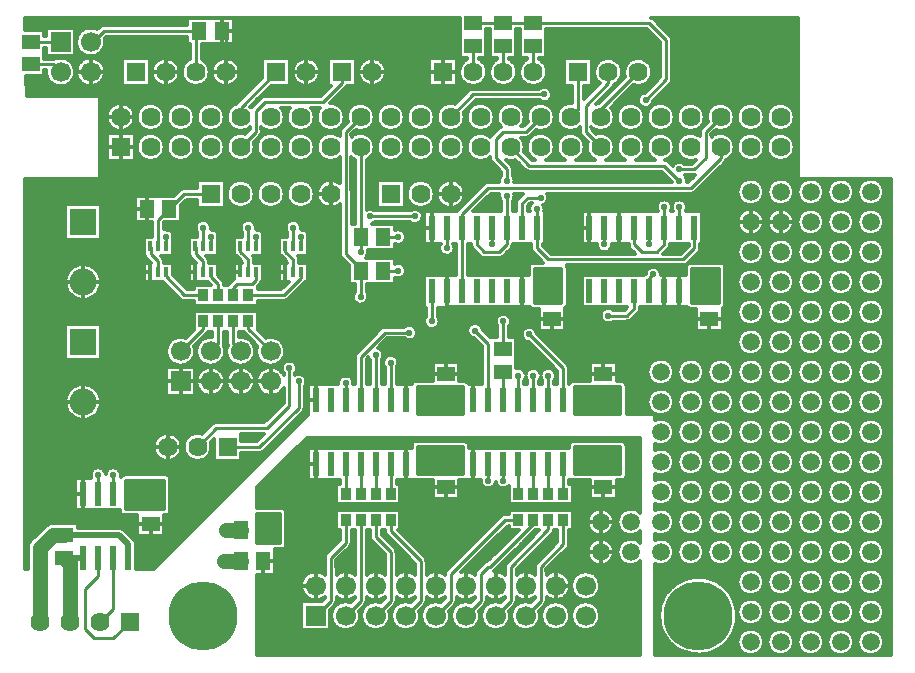
<source format=gbr>
G04 DipTrace 2.4.0.2*
%INTop.gbr*%
%MOIN*%
%ADD14C,0.01*%
%ADD15C,0.05*%
%ADD16C,0.02*%
%ADD17C,0.012*%
%ADD18C,0.013*%
%ADD19R,0.09X0.09*%
%ADD20C,0.09*%
%ADD21R,0.0669X0.0669*%
%ADD22C,0.0669*%
%ADD23R,0.0591X0.0512*%
%ADD24R,0.0638X0.0638*%
%ADD25C,0.0638*%
%ADD26R,0.0236X0.0787*%
%ADD27R,0.0512X0.0591*%
%ADD28C,0.0591*%
%ADD30R,0.0157X0.0354*%
%ADD32R,0.0335X0.0394*%
%ADD33C,0.23*%
%ADD34C,0.022*%
%FSLAX44Y44*%
G04*
G70*
G90*
G75*
G01*
%LNTop*%
%LPD*%
X19690Y10065D2*
D14*
Y10627D1*
X23440Y22190D2*
Y22440D1*
X24690Y23690D1*
X23690D2*
Y23315D1*
X22940Y22565D1*
Y21690D1*
X23440Y21190D1*
X20190Y14439D2*
Y15378D1*
X4440Y24688D2*
X5438D1*
X5440Y24690D1*
X14940Y12753D2*
Y13315D1*
X15440Y12753D2*
Y14190D1*
X16253Y15002D1*
X17065D1*
X19815Y17940D2*
Y18503D1*
X18315D2*
Y17815D1*
X15940Y14253D2*
Y12753D1*
X16440D2*
Y14002D1*
X17815Y15377D2*
Y16377D1*
X20690Y12753D2*
Y13565D1*
X23565Y17940D2*
Y18503D1*
X21190Y12753D2*
Y13565D1*
X25065Y17940D2*
Y18503D1*
X21690Y12753D2*
Y13565D1*
X23690Y15565D2*
X24315D1*
X24565Y15815D1*
Y16377D1*
X22190Y8757D2*
Y7940D1*
X21440Y7190D1*
Y6065D1*
X20940Y5565D1*
X20315Y18503D2*
Y19565D1*
Y20065D2*
Y20440D1*
X19940Y20815D1*
Y21440D1*
X20190Y21690D1*
X20940D1*
X21440Y22190D1*
X19315Y18503D2*
Y17940D1*
X19565Y17690D1*
X20065D1*
X20315Y17940D1*
Y18503D1*
X27440Y21190D2*
Y20815D1*
X26440Y19815D1*
X19690D1*
X18815Y18940D1*
Y18503D1*
Y16377D1*
X24565Y18503D2*
Y17940D1*
X24815Y17690D1*
X25315D1*
X25565Y17940D1*
Y18503D1*
Y19190D1*
X26065Y20440D2*
X26565D1*
X26940Y20815D1*
Y21690D1*
X27440Y22190D1*
X26065Y18503D2*
Y19190D1*
Y20065D2*
X25565Y20565D1*
X21065D1*
X20440Y21190D1*
X25065Y16377D2*
Y16815D1*
X25190Y16940D1*
X14940Y5565D2*
X15440Y6065D1*
Y8757D1*
X15940Y5565D2*
X16440Y6065D1*
Y7690D1*
X15940Y8190D1*
Y8757D1*
X16940Y5565D2*
X17440Y6065D1*
Y7378D1*
X16440Y8378D1*
Y8757D1*
X20690D2*
Y8751D1*
X20251D1*
X18440Y6940D1*
Y6065D1*
X17940Y5565D1*
X21190Y8757D2*
Y8626D1*
X19754Y7190D1*
X19690D1*
X19440Y6940D1*
Y6065D1*
X18940Y5565D1*
X21690Y8757D2*
Y8440D1*
X20440Y7190D1*
Y6065D1*
X19940Y5565D1*
X13940D2*
X14440Y6065D1*
Y7503D1*
X14940Y8003D1*
Y8757D1*
X19690Y12753D2*
Y14628D1*
X19253Y15065D1*
X17252Y18878D2*
X15752D1*
X8690Y17873D2*
Y18753D1*
X9064Y19127D1*
X9564Y19628D1*
X10440D1*
X26565Y18503D2*
Y17815D1*
X26190Y17440D1*
X21690D1*
X21315Y17815D1*
Y18503D1*
Y19127D1*
X10940Y23690D2*
Y24938D1*
X10814Y25064D1*
X10190Y17873D2*
Y18502D1*
X11690Y17873D2*
Y18502D1*
X13190Y17873D2*
Y18503D1*
X11690Y15377D2*
Y15128D1*
X12440Y14378D1*
X20815Y18503D2*
Y19315D1*
X21003Y19502D1*
X21440D1*
X20190Y10627D2*
Y10065D1*
X22190Y12753D2*
Y13815D1*
X21065Y14940D1*
X21565Y22940D2*
X19190D1*
X18440Y22190D1*
X20690Y10627D2*
Y9623D1*
X21190Y10627D2*
Y9623D1*
X8946Y17007D2*
Y16872D1*
X9565Y16253D1*
X10181D1*
X10190Y16244D1*
Y15377D2*
Y15128D1*
X9440Y14378D1*
X10190Y17007D2*
Y17376D1*
X9939Y17627D1*
Y17868D1*
X9934Y17873D1*
X21690Y10627D2*
Y9623D1*
X22190Y10627D2*
Y9623D1*
X7190Y7502D2*
Y5797D1*
X6744Y5351D1*
X7744D2*
Y5369D1*
X7190Y4815D1*
X6565D1*
X6252Y5128D1*
Y6440D1*
X6690Y6877D1*
Y7502D1*
X10690Y15377D2*
Y14628D1*
X10440Y14378D1*
X11190Y15377D2*
Y14628D1*
X11440Y14378D1*
X16440Y10627D2*
Y9623D1*
X15940Y10627D2*
Y9623D1*
X15440Y10627D2*
Y9623D1*
X20190Y12753D2*
Y13691D1*
X14940Y10627D2*
Y9623D1*
X4744Y5351D2*
D15*
Y7807D1*
X5189Y8252D1*
X5565D1*
D16*
X7378D1*
X7690Y7940D1*
Y7502D1*
X11440Y8438D2*
D15*
X10938D1*
X6190Y7502D2*
D16*
X5566D1*
X5565Y7503D1*
X5744Y5351D2*
D15*
Y7324D1*
X5565Y7503D1*
X11441Y7376D2*
X10877D1*
X10446Y17007D2*
D14*
Y16870D1*
X10690Y16626D1*
Y16244D1*
X11946Y17007D2*
Y16758D1*
X11815Y16627D1*
X11315D1*
X11190Y16502D1*
Y16244D1*
X13446Y17007D2*
Y16821D1*
X12878Y16253D1*
X11699D1*
X11690Y16244D1*
X12934Y17873D2*
Y17696D1*
X13190Y17440D1*
Y17007D1*
X11434Y17873D2*
Y17696D1*
X11690Y17440D1*
Y17007D1*
X8690D2*
Y17376D1*
X8439Y17627D1*
Y17868D1*
X8434Y17873D1*
X14815Y23690D2*
Y23315D1*
X14190Y22690D1*
X12253D1*
X11940Y22377D1*
Y21690D1*
X11440Y21190D1*
X19190Y24566D2*
Y23690D1*
X20190Y24566D2*
Y23690D1*
X21190Y24566D2*
Y23690D1*
X11440Y22190D2*
Y22503D1*
X12627Y23690D1*
X15440Y21190D2*
Y18191D1*
X15441Y18190D1*
Y17688D1*
X13377Y13377D2*
Y12502D1*
X12064Y11189D1*
X11002D1*
X6690Y9628D2*
Y10251D1*
X15441Y17065D2*
Y17127D1*
X14940Y17627D1*
Y21690D1*
X15440Y22190D1*
X15441Y17065D2*
Y16191D1*
X13064Y13814D2*
Y12564D1*
X12314Y11814D1*
X10627D1*
X10002Y11189D1*
X7190Y9628D2*
Y10252D1*
X4440Y23940D2*
X5190D1*
X5440Y23690D1*
X9940D2*
Y24938D1*
X10066Y25064D1*
X6440Y24690D2*
Y24627D1*
X6877Y25064D1*
X10066D1*
X22690Y23690D2*
Y22440D1*
X22440Y22190D1*
X16690Y18190D2*
X16189D1*
X16690Y17065D2*
X16189D1*
X21190Y25314D2*
X20190D1*
X19190D1*
X21190D2*
X25066D1*
X25628Y24752D1*
Y23440D1*
X24940Y22752D1*
X13446Y17873D2*
X13440D1*
Y18190D1*
X10446Y17873D2*
X10439Y18190D1*
X8946Y17873D2*
X8940D1*
Y18190D1*
X10446Y17873D2*
D3*
X11939Y18190D2*
X11946Y17873D1*
D34*
X20190Y15378D3*
X14940Y13315D3*
X17065Y15002D3*
X19815Y17940D3*
X18315Y17815D3*
X15940Y14253D3*
X16440Y14002D3*
X17815Y15377D3*
X20690Y13565D3*
X23565Y17940D3*
X21190Y13565D3*
X25065Y17940D3*
X21690Y13565D3*
X23690Y15565D3*
X20315Y19565D3*
Y20065D3*
X25565Y19190D3*
X26065Y20440D3*
Y19190D3*
Y20065D3*
X25190Y16940D3*
X26065Y19190D3*
X19253Y15065D3*
X17252Y18878D3*
X15752D3*
X21315Y19127D3*
X10190Y18502D3*
X11690D3*
X13190Y18503D3*
X21440Y19502D3*
X20190Y10065D3*
X21065Y14940D3*
X21565Y22940D3*
X10938Y8438D3*
X10877Y7376D3*
X15441Y17688D3*
X13377Y13377D3*
X6690Y10251D3*
X15441Y16191D3*
X13064Y13814D3*
X7190Y10252D3*
X13440Y18190D3*
X10439D3*
X8940D3*
X11939D3*
X21690Y16940D3*
Y16690D3*
X26940D3*
Y16940D3*
X17940Y12440D3*
X18190D3*
X18440D3*
X23190D3*
X23440D3*
X23690D3*
X17940Y11065D3*
X18253D3*
X18565D3*
X23190D3*
X23503D3*
X23815D3*
X8190Y9940D3*
X8440D3*
X8690D3*
X19690Y10065D3*
X16690Y18190D3*
Y17065D3*
X24940Y22752D3*
X12627Y8689D3*
Y8439D3*
Y8189D3*
X4267Y25386D2*
D17*
X9654D1*
X11227D2*
X18738D1*
X25282D2*
X29994D1*
X4269Y25268D2*
X9654D1*
X11227D2*
X18738D1*
X25400D2*
X29994D1*
X4270Y25149D2*
X4950D1*
X5932D2*
X6290D1*
X6590D2*
X6675D1*
X11227D2*
X18738D1*
X25518D2*
X29994D1*
X4891Y25030D2*
X4948D1*
X5932D2*
X6090D1*
X11227D2*
X18738D1*
X19642D2*
X19738D1*
X20641D2*
X20739D1*
X21642D2*
X25063D1*
X25638D2*
X29994D1*
X4891Y24912D2*
X4948D1*
X5932D2*
X6003D1*
X11227D2*
X18738D1*
X19642D2*
X19738D1*
X20641D2*
X20739D1*
X21642D2*
X25181D1*
X25756D2*
X29994D1*
X6920Y24793D2*
X9654D1*
X11227D2*
X18738D1*
X19642D2*
X19738D1*
X20641D2*
X20739D1*
X21642D2*
X25299D1*
X25829D2*
X29994D1*
X6931Y24674D2*
X9654D1*
X11227D2*
X18738D1*
X19642D2*
X19738D1*
X20641D2*
X20739D1*
X21642D2*
X25419D1*
X25835D2*
X29994D1*
X5932Y24555D2*
X5968D1*
X6912D2*
X9733D1*
X10147D2*
X18738D1*
X19642D2*
X19738D1*
X20641D2*
X20739D1*
X21642D2*
X25421D1*
X25835D2*
X29994D1*
X4891Y24437D2*
X4948D1*
X5932D2*
X6020D1*
X6860D2*
X9733D1*
X10147D2*
X18738D1*
X19642D2*
X19738D1*
X20641D2*
X20739D1*
X21642D2*
X25421D1*
X25835D2*
X29994D1*
X4891Y24318D2*
X4948D1*
X5932D2*
X6125D1*
X6755D2*
X9733D1*
X10147D2*
X18738D1*
X19642D2*
X19738D1*
X20641D2*
X20739D1*
X21642D2*
X25421D1*
X25835D2*
X29994D1*
X4891Y24199D2*
X9733D1*
X10147D2*
X18738D1*
X19642D2*
X19738D1*
X20641D2*
X20739D1*
X21642D2*
X25421D1*
X25835D2*
X29994D1*
X5729Y24081D2*
X6150D1*
X6730D2*
X7464D1*
X8416D2*
X8679D1*
X9202D2*
X9678D1*
X10201D2*
X10678D1*
X11202D2*
X12151D1*
X13104D2*
X13366D1*
X13889D2*
X14340D1*
X15290D2*
X15553D1*
X16077D2*
X17715D1*
X18665D2*
X18928D1*
X19452D2*
X19929D1*
X20452D2*
X20928D1*
X21451D2*
X22215D1*
X23165D2*
X23428D1*
X23952D2*
X24429D1*
X24952D2*
X25421D1*
X25835D2*
X29994D1*
X5847Y23962D2*
X6033D1*
X6847D2*
X7464D1*
X8416D2*
X8553D1*
X9327D2*
X9553D1*
X10327D2*
X10552D1*
X11328D2*
X12151D1*
X13104D2*
X13241D1*
X14015D2*
X14340D1*
X15290D2*
X15427D1*
X16203D2*
X17715D1*
X18665D2*
X18802D1*
X19578D2*
X19803D1*
X20577D2*
X20803D1*
X21577D2*
X22215D1*
X23165D2*
X23302D1*
X24078D2*
X24303D1*
X25077D2*
X25421D1*
X25835D2*
X29994D1*
X5905Y23843D2*
X5973D1*
X6907D2*
X7464D1*
X8416D2*
X8490D1*
X9389D2*
X9491D1*
X10389D2*
X10490D1*
X11390D2*
X12151D1*
X13104D2*
X13179D1*
X14077D2*
X14340D1*
X15290D2*
X15365D1*
X16265D2*
X17715D1*
X18665D2*
X18742D1*
X19640D2*
X19741D1*
X20639D2*
X20741D1*
X21639D2*
X22215D1*
X23165D2*
X23242D1*
X24140D2*
X24241D1*
X25139D2*
X25421D1*
X25835D2*
X29994D1*
X4891Y23725D2*
X4951D1*
X6929D2*
X7464D1*
X8416D2*
X8467D1*
X9414D2*
X9466D1*
X10415D2*
X10466D1*
X11414D2*
X12151D1*
X13104D2*
X13152D1*
X14101D2*
X14340D1*
X15290D2*
X15341D1*
X16289D2*
X17715D1*
X18665D2*
X18716D1*
X19664D2*
X19717D1*
X20664D2*
X20715D1*
X21665D2*
X22215D1*
X23165D2*
X23216D1*
X24164D2*
X24217D1*
X25164D2*
X25421D1*
X25835D2*
X29994D1*
X4891Y23606D2*
X4957D1*
X6924D2*
X7464D1*
X8416D2*
X8473D1*
X9408D2*
X9472D1*
X10407D2*
X10474D1*
X11409D2*
X12151D1*
X13104D2*
X13161D1*
X14095D2*
X14340D1*
X15290D2*
X15346D1*
X16284D2*
X17715D1*
X18665D2*
X18723D1*
X19659D2*
X19723D1*
X20658D2*
X20723D1*
X21657D2*
X22215D1*
X23165D2*
X23223D1*
X24159D2*
X24223D1*
X25158D2*
X25421D1*
X25835D2*
X29994D1*
X4310Y23487D2*
X4995D1*
X5887D2*
X5994D1*
X6886D2*
X7464D1*
X8416D2*
X8510D1*
X9369D2*
X9511D1*
X10370D2*
X10511D1*
X11369D2*
X12138D1*
X13104D2*
X13198D1*
X14056D2*
X14340D1*
X15290D2*
X15386D1*
X16244D2*
X17715D1*
X18665D2*
X18761D1*
X19619D2*
X19760D1*
X20619D2*
X20761D1*
X21620D2*
X22215D1*
X23165D2*
X23261D1*
X24119D2*
X24200D1*
X25119D2*
X25387D1*
X25835D2*
X29994D1*
X4312Y23369D2*
X5073D1*
X5808D2*
X6073D1*
X6807D2*
X7464D1*
X8416D2*
X8595D1*
X9286D2*
X9594D1*
X10285D2*
X10593D1*
X11287D2*
X12018D1*
X13104D2*
X13282D1*
X13974D2*
X14340D1*
X15290D2*
X15468D1*
X16162D2*
X17715D1*
X18665D2*
X18843D1*
X19537D2*
X19845D1*
X20536D2*
X20844D1*
X21535D2*
X22215D1*
X23165D2*
X23343D1*
X24037D2*
X24081D1*
X25036D2*
X25269D1*
X25820D2*
X29994D1*
X4314Y23250D2*
X5238D1*
X5641D2*
X6238D1*
X6642D2*
X7464D1*
X8416D2*
X8782D1*
X9099D2*
X9781D1*
X10098D2*
X10783D1*
X11097D2*
X11900D1*
X13104D2*
X13470D1*
X13786D2*
X14340D1*
X15290D2*
X15658D1*
X15972D2*
X17715D1*
X18665D2*
X19033D1*
X19347D2*
X20032D1*
X20349D2*
X21031D1*
X21348D2*
X22215D1*
X23165D2*
X23338D1*
X23885D2*
X23962D1*
X24849D2*
X25151D1*
X25724D2*
X29994D1*
X4317Y23131D2*
X11782D1*
X12355D2*
X14343D1*
X14919D2*
X19141D1*
X21745D2*
X22483D1*
X22897D2*
X23220D1*
X23793D2*
X23843D1*
X24419D2*
X25031D1*
X25606D2*
X29994D1*
X4319Y23013D2*
X11662D1*
X12237D2*
X14225D1*
X14800D2*
X18975D1*
X21820D2*
X22483D1*
X22897D2*
X23100D1*
X23675D2*
X23726D1*
X24299D2*
X24913D1*
X25488D2*
X29994D1*
X4323Y22894D2*
X11544D1*
X12119D2*
X14107D1*
X14680D2*
X18856D1*
X21828D2*
X22483D1*
X22897D2*
X22981D1*
X23557D2*
X23606D1*
X24181D2*
X24716D1*
X25368D2*
X29994D1*
X6762Y22775D2*
X11426D1*
X11999D2*
X12050D1*
X14562D2*
X18738D1*
X21772D2*
X22483D1*
X23437D2*
X23489D1*
X24063D2*
X24675D1*
X25250D2*
X29994D1*
X6762Y22656D2*
X11306D1*
X11881D2*
X11932D1*
X14444D2*
X18618D1*
X19194D2*
X22483D1*
X23319D2*
X23369D1*
X23943D2*
X24691D1*
X25188D2*
X29994D1*
X6762Y22538D2*
X7121D1*
X7758D2*
X8122D1*
X8759D2*
X9121D1*
X9759D2*
X10121D1*
X10758D2*
X11122D1*
X11763D2*
X11811D1*
X14759D2*
X15121D1*
X15759D2*
X16121D1*
X16758D2*
X17122D1*
X17759D2*
X18121D1*
X19075D2*
X19121D1*
X19758D2*
X20122D1*
X20759D2*
X21121D1*
X21759D2*
X22121D1*
X23825D2*
X24121D1*
X25758D2*
X26122D1*
X26759D2*
X27121D1*
X27759D2*
X28121D1*
X28758D2*
X29122D1*
X29759D2*
X29994D1*
X6762Y22419D2*
X7025D1*
X7855D2*
X8025D1*
X8855D2*
X9026D1*
X9854D2*
X10025D1*
X10855D2*
X11025D1*
X12854D2*
X13025D1*
X13855D2*
X14025D1*
X14855D2*
X15026D1*
X15854D2*
X16025D1*
X16855D2*
X17025D1*
X17855D2*
X18026D1*
X18957D2*
X19025D1*
X19855D2*
X20025D1*
X20855D2*
X21026D1*
X21854D2*
X22025D1*
X23855D2*
X24026D1*
X24854D2*
X25025D1*
X25855D2*
X26025D1*
X26855D2*
X27026D1*
X27854D2*
X28025D1*
X28855D2*
X29025D1*
X29855D2*
X29994D1*
X6762Y22300D2*
X6978D1*
X7902D2*
X7978D1*
X8902D2*
X8976D1*
X9903D2*
X9978D1*
X10902D2*
X10978D1*
X12903D2*
X12978D1*
X13902D2*
X13978D1*
X14902D2*
X14976D1*
X15903D2*
X15978D1*
X16902D2*
X16978D1*
X17902D2*
X17976D1*
X18903D2*
X18978D1*
X19902D2*
X19978D1*
X20902D2*
X20976D1*
X21903D2*
X21978D1*
X23902D2*
X23976D1*
X24903D2*
X24978D1*
X25902D2*
X25978D1*
X26902D2*
X26976D1*
X27903D2*
X27978D1*
X28902D2*
X28978D1*
X29902D2*
X29994D1*
X6762Y22182D2*
X6965D1*
X7915D2*
X7965D1*
X8915D2*
X8966D1*
X9916D2*
X9963D1*
X10915D2*
X10965D1*
X12916D2*
X12963D1*
X13915D2*
X13965D1*
X14915D2*
X14966D1*
X15916D2*
X15963D1*
X16915D2*
X16965D1*
X17915D2*
X17966D1*
X18916D2*
X18963D1*
X19915D2*
X19965D1*
X20915D2*
X20966D1*
X21916D2*
X21963D1*
X23915D2*
X23966D1*
X24916D2*
X24963D1*
X25915D2*
X25965D1*
X26915D2*
X26966D1*
X27916D2*
X27963D1*
X28915D2*
X28965D1*
X29915D2*
X29994D1*
X6762Y22063D2*
X6982D1*
X7899D2*
X7981D1*
X8898D2*
X8983D1*
X9897D2*
X9982D1*
X10899D2*
X10981D1*
X12897D2*
X12982D1*
X13899D2*
X13981D1*
X14898D2*
X14983D1*
X15897D2*
X15982D1*
X16899D2*
X16981D1*
X17898D2*
X17983D1*
X18897D2*
X18982D1*
X19899D2*
X19981D1*
X20898D2*
X20983D1*
X21897D2*
X21982D1*
X23898D2*
X23983D1*
X24897D2*
X24982D1*
X25899D2*
X25981D1*
X26898D2*
X26983D1*
X27897D2*
X27982D1*
X28899D2*
X28981D1*
X29898D2*
X29994D1*
X6762Y21944D2*
X7035D1*
X7846D2*
X8034D1*
X8845D2*
X9035D1*
X9845D2*
X10035D1*
X10846D2*
X11034D1*
X12845D2*
X13035D1*
X13846D2*
X14034D1*
X14845D2*
X14907D1*
X15845D2*
X16035D1*
X16846D2*
X17034D1*
X17845D2*
X18035D1*
X18845D2*
X19035D1*
X19846D2*
X20034D1*
X20845D2*
X20907D1*
X21845D2*
X22035D1*
X23845D2*
X24035D1*
X24845D2*
X25035D1*
X25846D2*
X26034D1*
X26845D2*
X26907D1*
X27845D2*
X28035D1*
X28846D2*
X29034D1*
X29845D2*
X29994D1*
X6762Y21826D2*
X7141D1*
X7739D2*
X8141D1*
X8739D2*
X9142D1*
X9738D2*
X10141D1*
X10739D2*
X11141D1*
X12738D2*
X13141D1*
X13739D2*
X14141D1*
X14739D2*
X14789D1*
X15738D2*
X16141D1*
X16739D2*
X17141D1*
X17739D2*
X18142D1*
X18738D2*
X19141D1*
X19739D2*
X20038D1*
X21738D2*
X22141D1*
X23739D2*
X24142D1*
X24738D2*
X25141D1*
X25739D2*
X26141D1*
X26739D2*
X26789D1*
X27738D2*
X28141D1*
X28739D2*
X29141D1*
X29739D2*
X29994D1*
X6762Y21707D2*
X11670D1*
X12147D2*
X14733D1*
X15245D2*
X19920D1*
X21245D2*
X22734D1*
X23210D2*
X26733D1*
X27245D2*
X29994D1*
X6762Y21588D2*
X6965D1*
X7915D2*
X8191D1*
X8690D2*
X9191D1*
X9689D2*
X10190D1*
X10689D2*
X11191D1*
X12117D2*
X12191D1*
X12689D2*
X13190D1*
X13689D2*
X14191D1*
X14690D2*
X14732D1*
X15147D2*
X15190D1*
X15689D2*
X16190D1*
X16689D2*
X17191D1*
X17690D2*
X18191D1*
X18689D2*
X19190D1*
X19689D2*
X19801D1*
X21125D2*
X21191D1*
X21689D2*
X22190D1*
X22689D2*
X22762D1*
X23690D2*
X24191D1*
X24689D2*
X25190D1*
X25689D2*
X26191D1*
X26690D2*
X26732D1*
X27147D2*
X27190D1*
X27689D2*
X28190D1*
X28689D2*
X29191D1*
X29690D2*
X29994D1*
X6762Y21470D2*
X6965D1*
X7915D2*
X8058D1*
X8821D2*
X9058D1*
X9822D2*
X10059D1*
X10822D2*
X11058D1*
X12007D2*
X12057D1*
X12822D2*
X13059D1*
X13822D2*
X14058D1*
X15822D2*
X16059D1*
X16822D2*
X17058D1*
X17821D2*
X18058D1*
X18822D2*
X19059D1*
X20821D2*
X21058D1*
X21822D2*
X22059D1*
X22822D2*
X22874D1*
X23821D2*
X24058D1*
X24822D2*
X25059D1*
X25822D2*
X26058D1*
X27822D2*
X28059D1*
X28822D2*
X29058D1*
X29821D2*
X29994D1*
X6762Y21351D2*
X6965D1*
X7915D2*
X7993D1*
X8887D2*
X8994D1*
X9886D2*
X9993D1*
X10887D2*
X10993D1*
X11889D2*
X11994D1*
X12886D2*
X12993D1*
X13887D2*
X13993D1*
X15886D2*
X15993D1*
X16887D2*
X16993D1*
X17887D2*
X17994D1*
X18886D2*
X18993D1*
X20887D2*
X20994D1*
X21886D2*
X21993D1*
X22887D2*
X22993D1*
X23887D2*
X23994D1*
X24886D2*
X24993D1*
X25887D2*
X25993D1*
X27886D2*
X27993D1*
X28887D2*
X28993D1*
X29887D2*
X29994D1*
X6762Y21232D2*
X6965D1*
X7915D2*
X7966D1*
X8913D2*
X8965D1*
X9914D2*
X9966D1*
X10914D2*
X10966D1*
X11913D2*
X11965D1*
X12914D2*
X12966D1*
X13914D2*
X13966D1*
X15914D2*
X15966D1*
X16914D2*
X16966D1*
X17913D2*
X17965D1*
X18914D2*
X18966D1*
X20913D2*
X20965D1*
X21914D2*
X21966D1*
X22914D2*
X22966D1*
X23913D2*
X23965D1*
X24914D2*
X24966D1*
X25914D2*
X25966D1*
X27914D2*
X27966D1*
X28914D2*
X28966D1*
X29913D2*
X29994D1*
X6762Y21114D2*
X6965D1*
X7915D2*
X7970D1*
X8909D2*
X8971D1*
X9909D2*
X9971D1*
X10910D2*
X10970D1*
X11909D2*
X11971D1*
X12909D2*
X12971D1*
X13910D2*
X13970D1*
X15909D2*
X15971D1*
X16910D2*
X16970D1*
X17909D2*
X17971D1*
X18909D2*
X18971D1*
X20909D2*
X20971D1*
X21909D2*
X21971D1*
X22910D2*
X22970D1*
X23909D2*
X23971D1*
X24909D2*
X24971D1*
X25910D2*
X25970D1*
X27909D2*
X27971D1*
X28910D2*
X28970D1*
X29909D2*
X29994D1*
X6762Y20995D2*
X6965D1*
X7915D2*
X8008D1*
X8872D2*
X9007D1*
X9873D2*
X10008D1*
X10872D2*
X11008D1*
X11872D2*
X12007D1*
X12873D2*
X13008D1*
X13872D2*
X14008D1*
X15873D2*
X16008D1*
X16872D2*
X17008D1*
X17872D2*
X18007D1*
X18873D2*
X19008D1*
X20922D2*
X21007D1*
X21873D2*
X22008D1*
X22872D2*
X23008D1*
X23872D2*
X24007D1*
X24873D2*
X25008D1*
X25872D2*
X26008D1*
X27873D2*
X28008D1*
X28872D2*
X29008D1*
X29872D2*
X29994D1*
X6762Y20876D2*
X6965D1*
X7915D2*
X8086D1*
X8793D2*
X9088D1*
X9792D2*
X10087D1*
X10794D2*
X11086D1*
X11793D2*
X12088D1*
X12792D2*
X13087D1*
X13794D2*
X14086D1*
X15792D2*
X16087D1*
X16794D2*
X17086D1*
X17793D2*
X18088D1*
X18792D2*
X19087D1*
X21040D2*
X21087D1*
X21792D2*
X22087D1*
X22794D2*
X23086D1*
X23793D2*
X24088D1*
X24792D2*
X25087D1*
X25794D2*
X26086D1*
X27792D2*
X28087D1*
X28794D2*
X29086D1*
X29793D2*
X29994D1*
X6762Y20757D2*
X6965D1*
X7915D2*
X8261D1*
X8619D2*
X9262D1*
X9618D2*
X10261D1*
X10619D2*
X11261D1*
X11619D2*
X12262D1*
X12618D2*
X13261D1*
X13619D2*
X14261D1*
X14619D2*
X14733D1*
X15147D2*
X15234D1*
X15646D2*
X16261D1*
X16619D2*
X17261D1*
X17619D2*
X18262D1*
X18618D2*
X19261D1*
X19619D2*
X19741D1*
X25619D2*
X26261D1*
X27639D2*
X28261D1*
X28619D2*
X29261D1*
X29619D2*
X29994D1*
X6762Y20639D2*
X14733D1*
X15147D2*
X15234D1*
X15646D2*
X19830D1*
X20403D2*
X20703D1*
X25779D2*
X25893D1*
X26236D2*
X26476D1*
X27550D2*
X29994D1*
X6762Y20520D2*
X14733D1*
X15147D2*
X15234D1*
X15646D2*
X19948D1*
X20504D2*
X20823D1*
X27432D2*
X29994D1*
X6762Y20401D2*
X14733D1*
X15147D2*
X15234D1*
X15646D2*
X20066D1*
X20521D2*
X20947D1*
X27314D2*
X29994D1*
X6762Y20283D2*
X14733D1*
X15147D2*
X15234D1*
X15646D2*
X20109D1*
X20521D2*
X25560D1*
X27194D2*
X29994D1*
X6757Y20164D2*
X14733D1*
X15147D2*
X15234D1*
X15646D2*
X20068D1*
X20562D2*
X25680D1*
X26311D2*
X26503D1*
X27076D2*
X29994D1*
X4262Y20045D2*
X9965D1*
X10915D2*
X11227D1*
X11652D2*
X12226D1*
X12654D2*
X13228D1*
X13653D2*
X14227D1*
X14652D2*
X14733D1*
X15147D2*
X15234D1*
X15646D2*
X15965D1*
X16915D2*
X17227D1*
X17652D2*
X18226D1*
X18654D2*
X20049D1*
X20581D2*
X25798D1*
X26332D2*
X26383D1*
X26958D2*
X28170D1*
X28711D2*
X29169D1*
X29710D2*
X30168D1*
X30712D2*
X31170D1*
X31711D2*
X32169D1*
X32710D2*
X33118D1*
X4262Y19927D2*
X9965D1*
X10915D2*
X11073D1*
X11806D2*
X12075D1*
X12805D2*
X13074D1*
X13807D2*
X14073D1*
X15147D2*
X15234D1*
X15646D2*
X15965D1*
X16915D2*
X17073D1*
X17806D2*
X18075D1*
X18805D2*
X19515D1*
X26840D2*
X28057D1*
X28824D2*
X29056D1*
X29823D2*
X30058D1*
X30822D2*
X31057D1*
X31824D2*
X32056D1*
X32823D2*
X33118D1*
X4262Y19808D2*
X9480D1*
X10915D2*
X11000D1*
X11879D2*
X12001D1*
X12879D2*
X13001D1*
X13880D2*
X14000D1*
X15147D2*
X15234D1*
X15646D2*
X15965D1*
X16915D2*
X17000D1*
X17879D2*
X18001D1*
X18879D2*
X19396D1*
X26720D2*
X28005D1*
X28876D2*
X29004D1*
X29875D2*
X30003D1*
X30877D2*
X31005D1*
X31876D2*
X32004D1*
X32875D2*
X33118D1*
X4262Y19689D2*
X9339D1*
X10915D2*
X10968D1*
X11911D2*
X11968D1*
X12912D2*
X12969D1*
X13912D2*
X13968D1*
X15147D2*
X15234D1*
X15646D2*
X15965D1*
X16915D2*
X16968D1*
X17911D2*
X17968D1*
X18912D2*
X19276D1*
X26602D2*
X27988D1*
X28891D2*
X28989D1*
X29892D2*
X29988D1*
X30892D2*
X30988D1*
X31891D2*
X31989D1*
X32892D2*
X33118D1*
X4262Y19571D2*
X9219D1*
X10915D2*
X10968D1*
X11913D2*
X11968D1*
X12912D2*
X12969D1*
X13912D2*
X13968D1*
X15147D2*
X15234D1*
X15646D2*
X15965D1*
X16915D2*
X16968D1*
X17913D2*
X17968D1*
X18912D2*
X19158D1*
X19734D2*
X20049D1*
X20581D2*
X20784D1*
X21697D2*
X28005D1*
X28876D2*
X29004D1*
X29875D2*
X30005D1*
X30875D2*
X31005D1*
X31876D2*
X32004D1*
X32875D2*
X33118D1*
X4262Y19452D2*
X7903D1*
X10915D2*
X10998D1*
X11881D2*
X12000D1*
X12880D2*
X12999D1*
X13882D2*
X13998D1*
X15147D2*
X15234D1*
X15646D2*
X15965D1*
X16915D2*
X16998D1*
X17881D2*
X18000D1*
X18880D2*
X19040D1*
X19614D2*
X20075D1*
X20555D2*
X20666D1*
X21702D2*
X28059D1*
X28822D2*
X29058D1*
X29821D2*
X30058D1*
X30822D2*
X31059D1*
X31822D2*
X32058D1*
X32821D2*
X33118D1*
X4262Y19333D2*
X7903D1*
X9558D2*
X9965D1*
X10915D2*
X11070D1*
X11810D2*
X12069D1*
X12811D2*
X13070D1*
X13810D2*
X14070D1*
X15147D2*
X15234D1*
X15646D2*
X15965D1*
X16915D2*
X17070D1*
X17810D2*
X18069D1*
X18811D2*
X18920D1*
X19495D2*
X20109D1*
X20521D2*
X20610D1*
X21642D2*
X25342D1*
X25788D2*
X25843D1*
X26287D2*
X28171D1*
X28709D2*
X29171D1*
X29709D2*
X30170D1*
X30710D2*
X31171D1*
X31709D2*
X32171D1*
X32709D2*
X33118D1*
X4262Y19215D2*
X5583D1*
X6796D2*
X7903D1*
X9477D2*
X9965D1*
X10915D2*
X11218D1*
X11664D2*
X12217D1*
X12663D2*
X13216D1*
X13662D2*
X14218D1*
X14664D2*
X14733D1*
X15147D2*
X15234D1*
X15646D2*
X15965D1*
X16915D2*
X17218D1*
X17664D2*
X18217D1*
X18663D2*
X18802D1*
X19377D2*
X20109D1*
X20521D2*
X20608D1*
X21022D2*
X21065D1*
X21565D2*
X25299D1*
X26330D2*
X33118D1*
X4262Y19096D2*
X5583D1*
X6796D2*
X7903D1*
X9477D2*
X14733D1*
X15147D2*
X15234D1*
X15895D2*
X17109D1*
X17395D2*
X18684D1*
X19257D2*
X20109D1*
X20521D2*
X20608D1*
X21580D2*
X25316D1*
X26313D2*
X28258D1*
X28621D2*
X29259D1*
X29622D2*
X30258D1*
X30622D2*
X31258D1*
X31621D2*
X32259D1*
X32622D2*
X33118D1*
X4262Y18977D2*
X5583D1*
X6796D2*
X7903D1*
X9477D2*
X14733D1*
X15147D2*
X15234D1*
X17499D2*
X17541D1*
X21590D2*
X22790D1*
X26840D2*
X28095D1*
X28786D2*
X29094D1*
X29785D2*
X30095D1*
X30785D2*
X31095D1*
X31786D2*
X32094D1*
X32785D2*
X33118D1*
X4262Y18858D2*
X5583D1*
X6796D2*
X7903D1*
X9477D2*
X14733D1*
X15147D2*
X15234D1*
X21590D2*
X22790D1*
X26840D2*
X28021D1*
X28859D2*
X29021D1*
X29859D2*
X30022D1*
X30858D2*
X31021D1*
X31859D2*
X32021D1*
X32859D2*
X33118D1*
X4262Y18740D2*
X5583D1*
X6796D2*
X7903D1*
X9477D2*
X10085D1*
X10295D2*
X11585D1*
X11795D2*
X13085D1*
X13295D2*
X14733D1*
X15147D2*
X15234D1*
X17478D2*
X17540D1*
X21590D2*
X22790D1*
X26840D2*
X27991D1*
X28889D2*
X28991D1*
X29889D2*
X29990D1*
X30890D2*
X30991D1*
X31889D2*
X31991D1*
X32889D2*
X33118D1*
X4262Y18621D2*
X5583D1*
X6796D2*
X8484D1*
X8896D2*
X9952D1*
X10428D2*
X11452D1*
X11928D2*
X12952D1*
X13428D2*
X14733D1*
X16602D2*
X17540D1*
X21590D2*
X22790D1*
X26840D2*
X27993D1*
X28887D2*
X28993D1*
X29887D2*
X29994D1*
X30886D2*
X30993D1*
X31887D2*
X31993D1*
X32887D2*
X33118D1*
X4262Y18502D2*
X5583D1*
X6796D2*
X8484D1*
X8896D2*
X9924D1*
X10456D2*
X11424D1*
X11956D2*
X12924D1*
X13456D2*
X14733D1*
X16602D2*
X17540D1*
X21590D2*
X22790D1*
X26840D2*
X28031D1*
X28850D2*
X29030D1*
X29849D2*
X30030D1*
X30850D2*
X31031D1*
X31850D2*
X32030D1*
X32849D2*
X33118D1*
X4262Y18384D2*
X5583D1*
X6796D2*
X8484D1*
X9117D2*
X9952D1*
X10617D2*
X11452D1*
X12117D2*
X12952D1*
X13617D2*
X14733D1*
X16867D2*
X17540D1*
X21590D2*
X22790D1*
X26840D2*
X28111D1*
X28767D2*
X29113D1*
X29769D2*
X30112D1*
X30768D2*
X31111D1*
X31767D2*
X32113D1*
X32769D2*
X33118D1*
X4262Y18265D2*
X5583D1*
X6796D2*
X8484D1*
X9196D2*
X9984D1*
X10694D2*
X11484D1*
X12194D2*
X12984D1*
X13696D2*
X14733D1*
X16945D2*
X17540D1*
X21590D2*
X22790D1*
X26840D2*
X28314D1*
X28567D2*
X29313D1*
X29566D2*
X30315D1*
X30565D2*
X31314D1*
X31567D2*
X32313D1*
X32566D2*
X33118D1*
X4262Y18146D2*
X5583D1*
X6796D2*
X8199D1*
X9204D2*
X9699D1*
X10702D2*
X11199D1*
X12202D2*
X12699D1*
X13704D2*
X14733D1*
X16953D2*
X17540D1*
X21590D2*
X22790D1*
X26840D2*
X33118D1*
X4262Y18028D2*
X8199D1*
X9181D2*
X9699D1*
X10681D2*
X11199D1*
X12181D2*
X12699D1*
X13681D2*
X14733D1*
X16899D2*
X17540D1*
X21590D2*
X22790D1*
X26840D2*
X28145D1*
X28734D2*
X29146D1*
X29735D2*
X30146D1*
X30734D2*
X31145D1*
X31734D2*
X32146D1*
X32735D2*
X33118D1*
X4262Y17909D2*
X8199D1*
X9181D2*
X9699D1*
X10681D2*
X11199D1*
X12181D2*
X12699D1*
X13681D2*
X14733D1*
X16602D2*
X18067D1*
X18564D2*
X18609D1*
X19021D2*
X19111D1*
X20519D2*
X21108D1*
X21522D2*
X23300D1*
X23830D2*
X24361D1*
X25769D2*
X26358D1*
X26772D2*
X28046D1*
X28833D2*
X29047D1*
X29834D2*
X30046D1*
X30834D2*
X31046D1*
X31833D2*
X32047D1*
X32834D2*
X33118D1*
X4262Y17790D2*
X8199D1*
X9181D2*
X9699D1*
X10681D2*
X11199D1*
X12181D2*
X12699D1*
X13681D2*
X14733D1*
X16602D2*
X18050D1*
X19021D2*
X19177D1*
X20452D2*
X21110D1*
X21627D2*
X23347D1*
X23784D2*
X24427D1*
X25702D2*
X26253D1*
X26770D2*
X27999D1*
X28880D2*
X29000D1*
X29881D2*
X30000D1*
X30880D2*
X30999D1*
X31880D2*
X32000D1*
X32881D2*
X33118D1*
X4262Y17672D2*
X8199D1*
X9181D2*
X9699D1*
X10681D2*
X11199D1*
X12181D2*
X12699D1*
X13681D2*
X14733D1*
X15708D2*
X18093D1*
X18537D2*
X18609D1*
X19021D2*
X19295D1*
X20334D2*
X21170D1*
X21745D2*
X24545D1*
X25584D2*
X26135D1*
X26709D2*
X27988D1*
X28891D2*
X28989D1*
X29892D2*
X29988D1*
X30892D2*
X30988D1*
X31891D2*
X31989D1*
X32892D2*
X33118D1*
X4262Y17553D2*
X8199D1*
X9181D2*
X9699D1*
X10681D2*
X11199D1*
X12181D2*
X12699D1*
X13681D2*
X14748D1*
X15669D2*
X18609D1*
X19021D2*
X19415D1*
X20215D2*
X21290D1*
X26590D2*
X28010D1*
X28870D2*
X29010D1*
X29870D2*
X30011D1*
X30869D2*
X31010D1*
X31870D2*
X32010D1*
X32870D2*
X33118D1*
X4262Y17434D2*
X8345D1*
X8889D2*
X9845D1*
X10389D2*
X11409D1*
X11896D2*
X12909D1*
X13396D2*
X14846D1*
X16602D2*
X18609D1*
X19021D2*
X21408D1*
X26472D2*
X28070D1*
X28810D2*
X29070D1*
X29810D2*
X30071D1*
X30809D2*
X31070D1*
X31810D2*
X32070D1*
X32810D2*
X33118D1*
X4262Y17316D2*
X8199D1*
X9181D2*
X9699D1*
X10681D2*
X11199D1*
X12181D2*
X12699D1*
X13681D2*
X14964D1*
X16747D2*
X18609D1*
X19021D2*
X21106D1*
X27524D2*
X28198D1*
X28683D2*
X29197D1*
X29682D2*
X30196D1*
X30684D2*
X31198D1*
X31683D2*
X32197D1*
X32682D2*
X33118D1*
X4262Y17197D2*
X5866D1*
X6513D2*
X8199D1*
X9181D2*
X9699D1*
X10681D2*
X11199D1*
X12181D2*
X12699D1*
X13681D2*
X15028D1*
X16919D2*
X18609D1*
X19021D2*
X21033D1*
X22347D2*
X26283D1*
X27597D2*
X33118D1*
X4262Y17078D2*
X5728D1*
X6652D2*
X8199D1*
X9181D2*
X9699D1*
X10681D2*
X11199D1*
X12181D2*
X12699D1*
X13681D2*
X15028D1*
X16957D2*
X18609D1*
X19021D2*
X21033D1*
X22347D2*
X24963D1*
X25417D2*
X26283D1*
X27597D2*
X28220D1*
X28659D2*
X29221D1*
X29660D2*
X30221D1*
X30659D2*
X31220D1*
X31659D2*
X32221D1*
X32660D2*
X33118D1*
X4262Y16959D2*
X5647D1*
X6732D2*
X8199D1*
X9181D2*
X9699D1*
X10681D2*
X11199D1*
X12181D2*
X12699D1*
X13681D2*
X15028D1*
X16934D2*
X18609D1*
X19021D2*
X21033D1*
X22347D2*
X24922D1*
X25456D2*
X26283D1*
X27597D2*
X28080D1*
X28799D2*
X29081D1*
X29800D2*
X30080D1*
X30800D2*
X31080D1*
X31799D2*
X32081D1*
X32800D2*
X33118D1*
X4262Y16841D2*
X5602D1*
X6777D2*
X8199D1*
X9264D2*
X9699D1*
X10764D2*
X11199D1*
X12181D2*
X12699D1*
X13681D2*
X15028D1*
X16824D2*
X17540D1*
X22347D2*
X22790D1*
X27597D2*
X28014D1*
X28865D2*
X29015D1*
X29866D2*
X30015D1*
X30865D2*
X31014D1*
X31865D2*
X32015D1*
X32866D2*
X33118D1*
X4262Y16722D2*
X5583D1*
X6796D2*
X8199D1*
X9384D2*
X9699D1*
X10870D2*
X11122D1*
X12181D2*
X12699D1*
X13681D2*
X15028D1*
X16602D2*
X17540D1*
X22347D2*
X22790D1*
X27597D2*
X27990D1*
X28891D2*
X28989D1*
X29890D2*
X29988D1*
X30892D2*
X30990D1*
X31891D2*
X31989D1*
X32890D2*
X33118D1*
X4262Y16603D2*
X5589D1*
X6790D2*
X8926D1*
X9502D2*
X10425D1*
X10897D2*
X11011D1*
X12078D2*
X12941D1*
X13516D2*
X15234D1*
X15648D2*
X17540D1*
X22347D2*
X22790D1*
X27597D2*
X27997D1*
X28884D2*
X28996D1*
X29883D2*
X29996D1*
X30884D2*
X30997D1*
X31884D2*
X31996D1*
X32883D2*
X33118D1*
X4262Y16485D2*
X5621D1*
X6760D2*
X9045D1*
X9620D2*
X9866D1*
X12014D2*
X12823D1*
X13398D2*
X15234D1*
X15648D2*
X17540D1*
X22347D2*
X22790D1*
X27597D2*
X28038D1*
X28840D2*
X29040D1*
X29842D2*
X30039D1*
X30841D2*
X31038D1*
X31840D2*
X32040D1*
X32842D2*
X33118D1*
X4262Y16366D2*
X5679D1*
X6700D2*
X9165D1*
X13278D2*
X15234D1*
X15648D2*
X17540D1*
X22347D2*
X22790D1*
X27597D2*
X28130D1*
X28750D2*
X29130D1*
X29750D2*
X30131D1*
X30749D2*
X31130D1*
X31750D2*
X32130D1*
X32750D2*
X33118D1*
X4262Y16247D2*
X5780D1*
X6599D2*
X9283D1*
X13160D2*
X15181D1*
X15700D2*
X17540D1*
X22347D2*
X22790D1*
X27597D2*
X33118D1*
X4262Y16129D2*
X5981D1*
X6399D2*
X9401D1*
X13042D2*
X15181D1*
X15700D2*
X17540D1*
X22347D2*
X22790D1*
X27597D2*
X28395D1*
X28485D2*
X29394D1*
X29485D2*
X30395D1*
X30485D2*
X31395D1*
X31485D2*
X32394D1*
X32485D2*
X33118D1*
X4262Y16010D2*
X9866D1*
X12014D2*
X15249D1*
X15633D2*
X17540D1*
X22347D2*
X22790D1*
X27597D2*
X28126D1*
X28754D2*
X29126D1*
X29754D2*
X30125D1*
X30755D2*
X31126D1*
X31754D2*
X32126D1*
X32754D2*
X33118D1*
X4262Y15891D2*
X17540D1*
X22338D2*
X22790D1*
X27588D2*
X28036D1*
X28842D2*
X29038D1*
X29844D2*
X30037D1*
X30843D2*
X31036D1*
X31842D2*
X32038D1*
X32844D2*
X33118D1*
X4262Y15773D2*
X17608D1*
X18022D2*
X21363D1*
X22267D2*
X23531D1*
X23849D2*
X24236D1*
X24766D2*
X26613D1*
X27519D2*
X27995D1*
X28884D2*
X28996D1*
X29885D2*
X29996D1*
X30884D2*
X30995D1*
X31884D2*
X31996D1*
X32885D2*
X33118D1*
X4262Y15654D2*
X9866D1*
X12014D2*
X17608D1*
X18022D2*
X21363D1*
X22267D2*
X23439D1*
X24691D2*
X26613D1*
X27519D2*
X27990D1*
X28891D2*
X28989D1*
X29890D2*
X29990D1*
X30890D2*
X30990D1*
X31891D2*
X31989D1*
X32890D2*
X33118D1*
X4262Y15535D2*
X9866D1*
X12014D2*
X17604D1*
X18027D2*
X19978D1*
X20401D2*
X21363D1*
X22267D2*
X23426D1*
X24573D2*
X26613D1*
X27519D2*
X28016D1*
X28863D2*
X29017D1*
X29864D2*
X30016D1*
X30864D2*
X31016D1*
X31863D2*
X32017D1*
X32864D2*
X33118D1*
X4262Y15417D2*
X9866D1*
X12014D2*
X17551D1*
X18078D2*
X19927D1*
X20454D2*
X21363D1*
X22267D2*
X23471D1*
X24453D2*
X26613D1*
X27519D2*
X28083D1*
X28797D2*
X29083D1*
X29797D2*
X30084D1*
X30796D2*
X31083D1*
X31797D2*
X32083D1*
X32797D2*
X33118D1*
X4262Y15298D2*
X9866D1*
X12014D2*
X17561D1*
X18069D2*
X19138D1*
X19368D2*
X19936D1*
X20444D2*
X21363D1*
X22267D2*
X26613D1*
X27519D2*
X28228D1*
X28651D2*
X29229D1*
X29652D2*
X30228D1*
X30652D2*
X31228D1*
X31651D2*
X32229D1*
X32652D2*
X33118D1*
X4262Y15179D2*
X5583D1*
X6796D2*
X9866D1*
X12014D2*
X16158D1*
X17260D2*
X17643D1*
X17986D2*
X19012D1*
X19492D2*
X19983D1*
X20397D2*
X20966D1*
X21164D2*
X21363D1*
X22267D2*
X26613D1*
X27519D2*
X33118D1*
X4262Y15060D2*
X5583D1*
X6796D2*
X9836D1*
X12044D2*
X16023D1*
X17324D2*
X18986D1*
X19544D2*
X19983D1*
X20397D2*
X20829D1*
X21301D2*
X21363D1*
X22267D2*
X26613D1*
X27519D2*
X28190D1*
X28689D2*
X29191D1*
X29690D2*
X30191D1*
X30689D2*
X31190D1*
X31689D2*
X32191D1*
X32690D2*
X33118D1*
X4262Y14942D2*
X5583D1*
X6796D2*
X9718D1*
X10291D2*
X10483D1*
X10897D2*
X10983D1*
X11397D2*
X11589D1*
X12162D2*
X15905D1*
X17324D2*
X19018D1*
X19662D2*
X19983D1*
X20397D2*
X20799D1*
X21350D2*
X28066D1*
X28812D2*
X29068D1*
X29814D2*
X30067D1*
X30813D2*
X31066D1*
X31812D2*
X32068D1*
X32814D2*
X33118D1*
X4262Y14823D2*
X5583D1*
X6796D2*
X9251D1*
X10173D2*
X10252D1*
X10897D2*
X10983D1*
X11628D2*
X11707D1*
X12629D2*
X15785D1*
X17259D2*
X19160D1*
X20641D2*
X20827D1*
X21470D2*
X28008D1*
X28870D2*
X29010D1*
X29872D2*
X30009D1*
X30871D2*
X31008D1*
X31870D2*
X32010D1*
X32872D2*
X33118D1*
X4262Y14704D2*
X5583D1*
X6796D2*
X9078D1*
X10897D2*
X10983D1*
X12802D2*
X15667D1*
X16242D2*
X19325D1*
X20641D2*
X20956D1*
X21588D2*
X27988D1*
X28891D2*
X28989D1*
X29892D2*
X29988D1*
X30892D2*
X30988D1*
X31891D2*
X31989D1*
X32892D2*
X33118D1*
X4262Y14586D2*
X5583D1*
X6796D2*
X8996D1*
X9935D2*
X9997D1*
X10893D2*
X10987D1*
X11883D2*
X11943D1*
X12884D2*
X15549D1*
X16122D2*
X19445D1*
X20641D2*
X21133D1*
X21706D2*
X28001D1*
X28880D2*
X29000D1*
X29879D2*
X30001D1*
X30879D2*
X31001D1*
X31880D2*
X32000D1*
X32879D2*
X33118D1*
X4262Y14467D2*
X5583D1*
X6796D2*
X8956D1*
X12924D2*
X15429D1*
X16089D2*
X19483D1*
X20641D2*
X21251D1*
X21826D2*
X28050D1*
X28831D2*
X29049D1*
X29830D2*
X30048D1*
X30832D2*
X31050D1*
X31831D2*
X32049D1*
X32830D2*
X33118D1*
X4262Y14348D2*
X5583D1*
X6796D2*
X8949D1*
X12931D2*
X15311D1*
X16188D2*
X19483D1*
X20641D2*
X21369D1*
X21944D2*
X28151D1*
X28730D2*
X29150D1*
X29729D2*
X30151D1*
X30729D2*
X31151D1*
X31730D2*
X32150D1*
X32729D2*
X33118D1*
X4262Y14230D2*
X5583D1*
X6796D2*
X8971D1*
X9909D2*
X9971D1*
X10908D2*
X10972D1*
X11907D2*
X11971D1*
X12909D2*
X15238D1*
X16205D2*
X16312D1*
X16567D2*
X19483D1*
X20641D2*
X21489D1*
X22062D2*
X33118D1*
X4262Y14111D2*
X5583D1*
X6796D2*
X9030D1*
X9850D2*
X10029D1*
X10850D2*
X11030D1*
X11851D2*
X12030D1*
X12850D2*
X15234D1*
X15648D2*
X15716D1*
X16683D2*
X19483D1*
X20641D2*
X21607D1*
X22180D2*
X25301D1*
X25580D2*
X26300D1*
X26579D2*
X27300D1*
X27580D2*
X28301D1*
X28580D2*
X29300D1*
X29579D2*
X30300D1*
X30580D2*
X31301D1*
X31580D2*
X32300D1*
X32579D2*
X33118D1*
X4262Y13992D2*
X9142D1*
X9738D2*
X10143D1*
X10737D2*
X11143D1*
X11737D2*
X12142D1*
X12738D2*
X12870D1*
X13259D2*
X15234D1*
X15646D2*
X15733D1*
X16707D2*
X17831D1*
X18736D2*
X19483D1*
X20641D2*
X21725D1*
X22300D2*
X23081D1*
X23986D2*
X25108D1*
X25771D2*
X26109D1*
X26772D2*
X27108D1*
X27772D2*
X28108D1*
X28771D2*
X29109D1*
X29772D2*
X30108D1*
X30772D2*
X31108D1*
X31771D2*
X32109D1*
X32772D2*
X33118D1*
X4262Y13874D2*
X12804D1*
X13325D2*
X15234D1*
X15646D2*
X15733D1*
X16147D2*
X16207D1*
X16672D2*
X17831D1*
X18736D2*
X19483D1*
X20641D2*
X21843D1*
X22389D2*
X23081D1*
X23986D2*
X25029D1*
X25852D2*
X26028D1*
X26851D2*
X27028D1*
X27852D2*
X28029D1*
X28852D2*
X29028D1*
X29851D2*
X30028D1*
X30852D2*
X31029D1*
X31852D2*
X32028D1*
X32851D2*
X33118D1*
X4262Y13755D2*
X8949D1*
X9931D2*
X10132D1*
X10747D2*
X11133D1*
X11748D2*
X12133D1*
X12747D2*
X12805D1*
X13325D2*
X15234D1*
X15646D2*
X15733D1*
X16147D2*
X16233D1*
X16647D2*
X17831D1*
X18736D2*
X19483D1*
X20872D2*
X21009D1*
X21372D2*
X21508D1*
X21871D2*
X21963D1*
X22396D2*
X23081D1*
X23986D2*
X24993D1*
X25887D2*
X25993D1*
X26887D2*
X26992D1*
X27888D2*
X27993D1*
X28887D2*
X28993D1*
X29887D2*
X29992D1*
X30888D2*
X30993D1*
X31887D2*
X31993D1*
X32887D2*
X33118D1*
X4262Y13636D2*
X8949D1*
X9931D2*
X10025D1*
X10855D2*
X11025D1*
X11855D2*
X12024D1*
X13270D2*
X15234D1*
X15646D2*
X15733D1*
X16147D2*
X16233D1*
X16647D2*
X17831D1*
X18736D2*
X19483D1*
X21946D2*
X21983D1*
X22396D2*
X23081D1*
X23986D2*
X24991D1*
X25889D2*
X25991D1*
X26889D2*
X26992D1*
X27888D2*
X27991D1*
X28889D2*
X28991D1*
X29889D2*
X29992D1*
X30888D2*
X30991D1*
X31889D2*
X31991D1*
X32889D2*
X33118D1*
X4262Y13518D2*
X8949D1*
X9931D2*
X9971D1*
X10910D2*
X10970D1*
X11911D2*
X11971D1*
X13600D2*
X14775D1*
X15106D2*
X15234D1*
X15646D2*
X15733D1*
X16147D2*
X16233D1*
X16647D2*
X17831D1*
X18736D2*
X19483D1*
X22396D2*
X23081D1*
X23986D2*
X25023D1*
X25857D2*
X26023D1*
X26857D2*
X27024D1*
X27856D2*
X28023D1*
X28857D2*
X29023D1*
X29857D2*
X30024D1*
X30856D2*
X31023D1*
X31857D2*
X32023D1*
X32857D2*
X33118D1*
X4262Y13399D2*
X8949D1*
X13644D2*
X14688D1*
X15192D2*
X15232D1*
X15646D2*
X15733D1*
X16147D2*
X16233D1*
X16647D2*
X17831D1*
X18736D2*
X19483D1*
X20896D2*
X20983D1*
X21397D2*
X21483D1*
X21897D2*
X21984D1*
X22396D2*
X23081D1*
X23986D2*
X25098D1*
X25782D2*
X26098D1*
X26782D2*
X27099D1*
X27781D2*
X28098D1*
X28782D2*
X29098D1*
X29782D2*
X30099D1*
X30781D2*
X31098D1*
X31782D2*
X32098D1*
X32782D2*
X33118D1*
X4262Y13280D2*
X6105D1*
X6275D2*
X8949D1*
X10921D2*
X10959D1*
X11920D2*
X11959D1*
X13625D2*
X13665D1*
X24309D2*
X25269D1*
X25612D2*
X26268D1*
X26611D2*
X27268D1*
X27612D2*
X28269D1*
X28612D2*
X29268D1*
X29611D2*
X30268D1*
X30612D2*
X31269D1*
X31612D2*
X32268D1*
X32611D2*
X33118D1*
X4262Y13161D2*
X5816D1*
X6564D2*
X8949D1*
X9931D2*
X10001D1*
X10880D2*
X11000D1*
X11879D2*
X12000D1*
X13584D2*
X13665D1*
X24314D2*
X33118D1*
X4262Y13043D2*
X5700D1*
X6680D2*
X8949D1*
X9931D2*
X10085D1*
X10795D2*
X11085D1*
X11795D2*
X12086D1*
X12794D2*
X12856D1*
X13584D2*
X13665D1*
X24314D2*
X25166D1*
X25715D2*
X26165D1*
X26714D2*
X27165D1*
X27715D2*
X28166D1*
X28715D2*
X29165D1*
X29714D2*
X30165D1*
X30715D2*
X31166D1*
X31715D2*
X32165D1*
X32714D2*
X33118D1*
X4262Y12924D2*
X5632D1*
X6749D2*
X8949D1*
X9931D2*
X10273D1*
X10608D2*
X11272D1*
X11607D2*
X12273D1*
X12607D2*
X12858D1*
X13584D2*
X13665D1*
X24314D2*
X25055D1*
X25824D2*
X26056D1*
X26825D2*
X27056D1*
X27824D2*
X28055D1*
X28824D2*
X29056D1*
X29825D2*
X30056D1*
X30824D2*
X31055D1*
X31824D2*
X32056D1*
X32825D2*
X33118D1*
X4262Y12805D2*
X5595D1*
X6785D2*
X12858D1*
X13584D2*
X13665D1*
X24314D2*
X25003D1*
X25876D2*
X26004D1*
X26877D2*
X27003D1*
X27877D2*
X28003D1*
X28876D2*
X29004D1*
X29877D2*
X30003D1*
X30877D2*
X31003D1*
X31876D2*
X32004D1*
X32877D2*
X33118D1*
X4262Y12687D2*
X5583D1*
X6796D2*
X12858D1*
X13584D2*
X13665D1*
X24314D2*
X24988D1*
X25891D2*
X25989D1*
X26892D2*
X26988D1*
X27892D2*
X27988D1*
X28891D2*
X28989D1*
X29892D2*
X29988D1*
X30892D2*
X30988D1*
X31891D2*
X31989D1*
X32892D2*
X33118D1*
X4262Y12568D2*
X5596D1*
X6785D2*
X12781D1*
X13584D2*
X13665D1*
X24314D2*
X25005D1*
X25874D2*
X26006D1*
X26875D2*
X27005D1*
X27875D2*
X28005D1*
X28874D2*
X29006D1*
X29875D2*
X30005D1*
X30875D2*
X31005D1*
X31874D2*
X32006D1*
X32875D2*
X33118D1*
X4262Y12449D2*
X5634D1*
X6745D2*
X12663D1*
X13576D2*
X13665D1*
X24314D2*
X25059D1*
X25820D2*
X26060D1*
X26821D2*
X27060D1*
X27820D2*
X28059D1*
X28820D2*
X29060D1*
X29821D2*
X30060D1*
X30820D2*
X31059D1*
X31820D2*
X32060D1*
X32821D2*
X33118D1*
X4262Y12331D2*
X5703D1*
X6676D2*
X12543D1*
X13494D2*
X13665D1*
X24314D2*
X25173D1*
X25705D2*
X26175D1*
X26707D2*
X27174D1*
X27706D2*
X28173D1*
X28705D2*
X29175D1*
X29707D2*
X30174D1*
X30706D2*
X31173D1*
X31705D2*
X32175D1*
X32707D2*
X33118D1*
X4262Y12212D2*
X5825D1*
X6556D2*
X12425D1*
X13375D2*
X13616D1*
X25261D2*
X33118D1*
X4262Y12093D2*
X12307D1*
X13255D2*
X13498D1*
X25629D2*
X26251D1*
X26628D2*
X27253D1*
X27627D2*
X28252D1*
X28629D2*
X29251D1*
X29628D2*
X30253D1*
X30627D2*
X31252D1*
X31629D2*
X32251D1*
X32628D2*
X33118D1*
X4262Y11975D2*
X10505D1*
X13137D2*
X13378D1*
X25788D2*
X26092D1*
X26787D2*
X27093D1*
X27787D2*
X28093D1*
X28788D2*
X29092D1*
X29787D2*
X30093D1*
X30787D2*
X31093D1*
X31788D2*
X32092D1*
X32787D2*
X33118D1*
X4262Y11856D2*
X10381D1*
X13019D2*
X13260D1*
X25859D2*
X26021D1*
X26859D2*
X27020D1*
X27860D2*
X28021D1*
X28859D2*
X29021D1*
X29859D2*
X30020D1*
X30860D2*
X31021D1*
X31859D2*
X32021D1*
X32859D2*
X33118D1*
X4262Y11737D2*
X10263D1*
X12899D2*
X13141D1*
X25889D2*
X25991D1*
X26889D2*
X26990D1*
X27890D2*
X27991D1*
X28889D2*
X28991D1*
X29889D2*
X29990D1*
X30890D2*
X30991D1*
X31889D2*
X31991D1*
X32889D2*
X33118D1*
X4262Y11619D2*
X8816D1*
X9189D2*
X9815D1*
X11478D2*
X12206D1*
X12781D2*
X13021D1*
X25885D2*
X25995D1*
X26887D2*
X26994D1*
X27886D2*
X27993D1*
X28885D2*
X28995D1*
X29887D2*
X29994D1*
X30886D2*
X30993D1*
X31885D2*
X31995D1*
X32887D2*
X33118D1*
X4262Y11500D2*
X8645D1*
X9357D2*
X9646D1*
X11478D2*
X12088D1*
X12663D2*
X12903D1*
X25848D2*
X26032D1*
X26849D2*
X27031D1*
X27849D2*
X28031D1*
X28848D2*
X29032D1*
X29849D2*
X30031D1*
X30849D2*
X31031D1*
X31848D2*
X32032D1*
X32849D2*
X33118D1*
X4262Y11381D2*
X8568D1*
X9436D2*
X9568D1*
X10480D2*
X10527D1*
X12545D2*
X12785D1*
X25765D2*
X26115D1*
X26765D2*
X27114D1*
X27766D2*
X28115D1*
X28765D2*
X29115D1*
X29765D2*
X30114D1*
X30766D2*
X31115D1*
X31765D2*
X32115D1*
X32765D2*
X33118D1*
X4262Y11262D2*
X8533D1*
X9472D2*
X9532D1*
X10471D2*
X10525D1*
X12425D2*
X12667D1*
X25261D2*
X25323D1*
X25555D2*
X26325D1*
X26557D2*
X27324D1*
X27556D2*
X28323D1*
X28555D2*
X29325D1*
X29557D2*
X30324D1*
X30556D2*
X31323D1*
X31555D2*
X32325D1*
X32557D2*
X33118D1*
X4262Y11144D2*
X8529D1*
X9475D2*
X9528D1*
X10475D2*
X10526D1*
X12307D2*
X12547D1*
X25261D2*
X33118D1*
X4262Y11025D2*
X8555D1*
X9447D2*
X9556D1*
X10447D2*
X10525D1*
X12181D2*
X12429D1*
X25737D2*
X26143D1*
X26737D2*
X27142D1*
X27738D2*
X28143D1*
X28737D2*
X29143D1*
X29737D2*
X30142D1*
X30738D2*
X31143D1*
X31737D2*
X32143D1*
X32737D2*
X33118D1*
X4262Y10906D2*
X8623D1*
X9382D2*
X9622D1*
X10381D2*
X10526D1*
X11478D2*
X12311D1*
X25835D2*
X26045D1*
X26834D2*
X27045D1*
X27835D2*
X28046D1*
X28835D2*
X29045D1*
X29834D2*
X30045D1*
X30835D2*
X31046D1*
X31835D2*
X32045D1*
X32834D2*
X33118D1*
X4262Y10788D2*
X8758D1*
X9247D2*
X9757D1*
X10246D2*
X10526D1*
X11478D2*
X12191D1*
X25882D2*
X25998D1*
X26881D2*
X27000D1*
X27880D2*
X27999D1*
X28882D2*
X28998D1*
X29881D2*
X30000D1*
X30880D2*
X30999D1*
X31882D2*
X31998D1*
X32881D2*
X33118D1*
X4262Y10669D2*
X12073D1*
X25891D2*
X25989D1*
X26892D2*
X26988D1*
X27892D2*
X27988D1*
X28891D2*
X28989D1*
X29892D2*
X29988D1*
X30892D2*
X30988D1*
X31891D2*
X31989D1*
X32892D2*
X33118D1*
X4262Y10550D2*
X11955D1*
X25869D2*
X26011D1*
X26870D2*
X27011D1*
X27869D2*
X28010D1*
X28869D2*
X29011D1*
X29870D2*
X30011D1*
X30869D2*
X31010D1*
X31869D2*
X32011D1*
X32870D2*
X33118D1*
X4262Y10432D2*
X6498D1*
X6882D2*
X6997D1*
X7383D2*
X11835D1*
X25809D2*
X26071D1*
X26808D2*
X27073D1*
X27807D2*
X28072D1*
X28809D2*
X29071D1*
X29808D2*
X30073D1*
X30807D2*
X31072D1*
X31809D2*
X32071D1*
X32808D2*
X33118D1*
X4262Y10313D2*
X6431D1*
X7449D2*
X11716D1*
X25679D2*
X26201D1*
X26679D2*
X27202D1*
X27678D2*
X28201D1*
X28679D2*
X29201D1*
X29679D2*
X30202D1*
X30678D2*
X31201D1*
X31679D2*
X32201D1*
X32679D2*
X33118D1*
X4262Y10194D2*
X6429D1*
X9080D2*
X11598D1*
X25261D2*
X33118D1*
X4262Y10076D2*
X5915D1*
X9097D2*
X11478D1*
X25664D2*
X26216D1*
X26664D2*
X27217D1*
X27663D2*
X28216D1*
X28664D2*
X29216D1*
X29664D2*
X30217D1*
X30663D2*
X31216D1*
X31664D2*
X32216D1*
X32664D2*
X33118D1*
X4262Y9957D2*
X5915D1*
X9097D2*
X11360D1*
X25801D2*
X26079D1*
X26802D2*
X27078D1*
X27802D2*
X28078D1*
X28801D2*
X29079D1*
X29802D2*
X30078D1*
X30802D2*
X31078D1*
X31801D2*
X32079D1*
X32802D2*
X33118D1*
X4262Y9838D2*
X5915D1*
X9097D2*
X11242D1*
X25867D2*
X26013D1*
X26866D2*
X27015D1*
X27865D2*
X28014D1*
X28867D2*
X29013D1*
X29866D2*
X30015D1*
X30865D2*
X31014D1*
X31867D2*
X32013D1*
X32866D2*
X33118D1*
X4262Y9720D2*
X5915D1*
X9097D2*
X11124D1*
X25891D2*
X25989D1*
X26890D2*
X26988D1*
X27892D2*
X27990D1*
X28891D2*
X28989D1*
X29890D2*
X29988D1*
X30892D2*
X30990D1*
X31891D2*
X31989D1*
X32890D2*
X33118D1*
X4262Y9601D2*
X5915D1*
X9097D2*
X11004D1*
X25884D2*
X25996D1*
X26883D2*
X26998D1*
X27882D2*
X27997D1*
X28884D2*
X28996D1*
X29883D2*
X29998D1*
X30882D2*
X30997D1*
X31884D2*
X31996D1*
X32883D2*
X33118D1*
X4262Y9482D2*
X5915D1*
X9097D2*
X10886D1*
X25840D2*
X26040D1*
X26840D2*
X27041D1*
X27839D2*
X28040D1*
X28840D2*
X29040D1*
X29840D2*
X30041D1*
X30839D2*
X31040D1*
X31840D2*
X32040D1*
X32840D2*
X33118D1*
X4262Y9363D2*
X5915D1*
X9097D2*
X10768D1*
X25747D2*
X26133D1*
X26746D2*
X27133D1*
X27747D2*
X28134D1*
X28747D2*
X29133D1*
X29746D2*
X30133D1*
X30747D2*
X31134D1*
X31747D2*
X32133D1*
X32746D2*
X33118D1*
X4262Y9245D2*
X5915D1*
X9097D2*
X10648D1*
X25261D2*
X33118D1*
X4262Y9126D2*
X5915D1*
X9097D2*
X10530D1*
X25261D2*
X25370D1*
X25510D2*
X26370D1*
X26510D2*
X27371D1*
X27509D2*
X28370D1*
X28510D2*
X29370D1*
X29510D2*
X30371D1*
X30509D2*
X31370D1*
X31510D2*
X32370D1*
X32510D2*
X33118D1*
X4262Y9007D2*
X7421D1*
X9085D2*
X10411D1*
X25756D2*
X26124D1*
X26757D2*
X27123D1*
X27757D2*
X28123D1*
X28756D2*
X29124D1*
X29757D2*
X30123D1*
X30757D2*
X31123D1*
X31756D2*
X32124D1*
X32757D2*
X33118D1*
X4262Y8889D2*
X7989D1*
X8892D2*
X10291D1*
X25844D2*
X26036D1*
X26845D2*
X27035D1*
X27845D2*
X28035D1*
X28844D2*
X29036D1*
X29845D2*
X30035D1*
X30845D2*
X31035D1*
X31844D2*
X32036D1*
X32845D2*
X33118D1*
X4262Y8770D2*
X7989D1*
X8892D2*
X10173D1*
X25885D2*
X25995D1*
X26885D2*
X26996D1*
X27884D2*
X27995D1*
X28885D2*
X28995D1*
X29885D2*
X29996D1*
X30884D2*
X30995D1*
X31885D2*
X31995D1*
X32885D2*
X33118D1*
X4262Y8651D2*
X5113D1*
X6016D2*
X7989D1*
X8892D2*
X10055D1*
X25891D2*
X25989D1*
X26890D2*
X26990D1*
X27890D2*
X27990D1*
X28891D2*
X28989D1*
X29890D2*
X29990D1*
X30890D2*
X30990D1*
X31891D2*
X31989D1*
X32890D2*
X33118D1*
X4262Y8533D2*
X4901D1*
X6016D2*
X7989D1*
X8892D2*
X9937D1*
X25863D2*
X26017D1*
X26862D2*
X27016D1*
X27864D2*
X28018D1*
X28863D2*
X29017D1*
X29862D2*
X30016D1*
X30864D2*
X31018D1*
X31863D2*
X32017D1*
X32862D2*
X33118D1*
X4262Y8414D2*
X4781D1*
X7574D2*
X7989D1*
X8892D2*
X9817D1*
X25795D2*
X26085D1*
X26795D2*
X27086D1*
X27794D2*
X28085D1*
X28795D2*
X29085D1*
X29795D2*
X30086D1*
X30794D2*
X31085D1*
X31795D2*
X32085D1*
X32795D2*
X33118D1*
X4262Y8295D2*
X4663D1*
X7692D2*
X7989D1*
X8892D2*
X9699D1*
X25645D2*
X26235D1*
X26647D2*
X27234D1*
X27646D2*
X28233D1*
X28645D2*
X29235D1*
X29647D2*
X30234D1*
X30646D2*
X31233D1*
X31645D2*
X32235D1*
X32647D2*
X33118D1*
X4262Y8177D2*
X4545D1*
X7812D2*
X9581D1*
X25261D2*
X33118D1*
X4262Y8058D2*
X4428D1*
X7917D2*
X9461D1*
X25692D2*
X26188D1*
X26694D2*
X27187D1*
X27693D2*
X28186D1*
X28692D2*
X29188D1*
X29694D2*
X30187D1*
X30693D2*
X31186D1*
X31692D2*
X32188D1*
X32694D2*
X33118D1*
X4262Y7939D2*
X4361D1*
X7964D2*
X9343D1*
X25814D2*
X26066D1*
X26815D2*
X27065D1*
X27815D2*
X28065D1*
X28814D2*
X29066D1*
X29815D2*
X30065D1*
X30815D2*
X31065D1*
X31814D2*
X32066D1*
X32815D2*
X33118D1*
X4262Y7821D2*
X4338D1*
X7964D2*
X9225D1*
X25872D2*
X26008D1*
X26872D2*
X27007D1*
X27873D2*
X28008D1*
X28872D2*
X29008D1*
X29872D2*
X30007D1*
X30873D2*
X31008D1*
X31872D2*
X32008D1*
X32872D2*
X33118D1*
X4262Y7702D2*
X4338D1*
X7964D2*
X9105D1*
X25891D2*
X25989D1*
X26892D2*
X26988D1*
X27892D2*
X27988D1*
X28891D2*
X28989D1*
X29892D2*
X29988D1*
X30892D2*
X30988D1*
X31891D2*
X31989D1*
X32892D2*
X33118D1*
X4262Y7583D2*
X4338D1*
X7964D2*
X8986D1*
X25878D2*
X26002D1*
X26879D2*
X27001D1*
X27879D2*
X28001D1*
X28878D2*
X29002D1*
X29879D2*
X30001D1*
X30879D2*
X31001D1*
X31878D2*
X32002D1*
X32879D2*
X33118D1*
X4262Y7464D2*
X4338D1*
X7964D2*
X8868D1*
X25829D2*
X26051D1*
X26830D2*
X27050D1*
X27830D2*
X28050D1*
X28829D2*
X29051D1*
X29830D2*
X30050D1*
X30830D2*
X31050D1*
X31829D2*
X32051D1*
X32830D2*
X33118D1*
X4262Y7346D2*
X4338D1*
X7964D2*
X8750D1*
X25726D2*
X26154D1*
X26725D2*
X27153D1*
X27727D2*
X28155D1*
X28726D2*
X29154D1*
X29725D2*
X30153D1*
X30727D2*
X31155D1*
X31726D2*
X32154D1*
X32725D2*
X33118D1*
X4262Y7227D2*
X4338D1*
X7964D2*
X8630D1*
X25261D2*
X33118D1*
X25261Y7108D2*
X28291D1*
X28587D2*
X29293D1*
X29589D2*
X30292D1*
X30588D2*
X31291D1*
X31587D2*
X32293D1*
X32589D2*
X33118D1*
X25261Y6990D2*
X28106D1*
X28775D2*
X29105D1*
X29774D2*
X30106D1*
X30774D2*
X31106D1*
X31775D2*
X32105D1*
X32774D2*
X33118D1*
X25261Y6871D2*
X28027D1*
X28854D2*
X29026D1*
X29853D2*
X30028D1*
X30852D2*
X31027D1*
X31854D2*
X32026D1*
X32853D2*
X33118D1*
X25261Y6752D2*
X26161D1*
X27219D2*
X27993D1*
X28887D2*
X28993D1*
X29887D2*
X29992D1*
X30888D2*
X30993D1*
X31887D2*
X31993D1*
X32887D2*
X33118D1*
X25261Y6634D2*
X25948D1*
X27432D2*
X27991D1*
X28889D2*
X28991D1*
X29889D2*
X29992D1*
X30888D2*
X30991D1*
X31889D2*
X31991D1*
X32889D2*
X33118D1*
X25261Y6515D2*
X25798D1*
X27582D2*
X28025D1*
X28855D2*
X29025D1*
X29855D2*
X30024D1*
X30856D2*
X31025D1*
X31855D2*
X32025D1*
X32855D2*
X33118D1*
X25261Y6396D2*
X25685D1*
X27695D2*
X28100D1*
X28780D2*
X29100D1*
X29780D2*
X30101D1*
X30779D2*
X31100D1*
X31780D2*
X32100D1*
X32780D2*
X33118D1*
X25261Y6278D2*
X25597D1*
X27783D2*
X28275D1*
X28606D2*
X29274D1*
X29605D2*
X30275D1*
X30605D2*
X31275D1*
X31606D2*
X32274D1*
X32605D2*
X33118D1*
X25261Y6159D2*
X25528D1*
X27852D2*
X33118D1*
X25261Y6040D2*
X25473D1*
X27907D2*
X28162D1*
X28719D2*
X29161D1*
X29718D2*
X30161D1*
X30719D2*
X31162D1*
X31719D2*
X32161D1*
X32718D2*
X33118D1*
X25261Y5922D2*
X25434D1*
X27946D2*
X28053D1*
X28825D2*
X29055D1*
X29827D2*
X30054D1*
X30826D2*
X31053D1*
X31825D2*
X32055D1*
X32827D2*
X33118D1*
X25261Y5803D2*
X25406D1*
X28878D2*
X29002D1*
X29877D2*
X30003D1*
X30877D2*
X31003D1*
X31878D2*
X32002D1*
X32877D2*
X33118D1*
X25261Y5684D2*
X25389D1*
X28891D2*
X28989D1*
X29892D2*
X29988D1*
X30892D2*
X30988D1*
X31891D2*
X31989D1*
X32892D2*
X33118D1*
X25261Y5565D2*
X25383D1*
X28874D2*
X29006D1*
X29874D2*
X30005D1*
X30875D2*
X31006D1*
X31874D2*
X32006D1*
X32874D2*
X33118D1*
X25261Y5447D2*
X25389D1*
X27991D2*
X28061D1*
X28818D2*
X29062D1*
X29819D2*
X30061D1*
X30819D2*
X31061D1*
X31818D2*
X32062D1*
X32819D2*
X33118D1*
X25261Y5328D2*
X25406D1*
X27974D2*
X28177D1*
X28702D2*
X29178D1*
X29703D2*
X30178D1*
X30702D2*
X31177D1*
X31702D2*
X32178D1*
X32703D2*
X33118D1*
X25261Y5209D2*
X25434D1*
X27946D2*
X33118D1*
X25261Y5091D2*
X25473D1*
X27907D2*
X28246D1*
X28634D2*
X29246D1*
X29634D2*
X30247D1*
X30633D2*
X31246D1*
X31634D2*
X32246D1*
X32634D2*
X33118D1*
X25261Y4972D2*
X25528D1*
X27852D2*
X28091D1*
X28790D2*
X29090D1*
X29789D2*
X30090D1*
X30790D2*
X31091D1*
X31790D2*
X32090D1*
X32789D2*
X33118D1*
X25261Y4853D2*
X25597D1*
X27783D2*
X28020D1*
X28861D2*
X29019D1*
X29860D2*
X30020D1*
X30860D2*
X31020D1*
X31861D2*
X32019D1*
X32860D2*
X33118D1*
X25261Y4735D2*
X25685D1*
X27695D2*
X27990D1*
X28889D2*
X28991D1*
X29890D2*
X29990D1*
X30890D2*
X30990D1*
X31889D2*
X31991D1*
X32890D2*
X33118D1*
X25261Y4616D2*
X25798D1*
X27582D2*
X27995D1*
X28885D2*
X28995D1*
X29885D2*
X29994D1*
X30886D2*
X30995D1*
X31885D2*
X31995D1*
X32885D2*
X33118D1*
X25261Y4497D2*
X25946D1*
X27434D2*
X28033D1*
X28848D2*
X29032D1*
X29847D2*
X30033D1*
X30847D2*
X31033D1*
X31848D2*
X32032D1*
X32847D2*
X33118D1*
X25261Y4379D2*
X26160D1*
X27220D2*
X28117D1*
X28764D2*
X29116D1*
X29763D2*
X30118D1*
X30762D2*
X31117D1*
X31764D2*
X32116D1*
X32763D2*
X33118D1*
X25261Y4260D2*
X28335D1*
X28544D2*
X29336D1*
X29545D2*
X30335D1*
X30545D2*
X31335D1*
X31544D2*
X32336D1*
X32545D2*
X33118D1*
X5655Y15285D2*
X6785D1*
Y14095D1*
X5595D1*
Y15285D1*
X5655D1*
X6785Y12678D2*
X6777Y12594D1*
X6758Y12513D1*
X6727Y12435D1*
X6686Y12362D1*
X6635Y12295D1*
X6575Y12236D1*
X6507Y12187D1*
X6433Y12147D1*
X6354Y12118D1*
X6272Y12101D1*
X6188Y12095D1*
X6105Y12101D1*
X6023Y12119D1*
X5944Y12148D1*
X5870Y12189D1*
X5803Y12239D1*
X5743Y12298D1*
X5692Y12364D1*
X5651Y12438D1*
X5621Y12516D1*
X5602Y12598D1*
X5595Y12681D1*
X5600Y12765D1*
X5616Y12847D1*
X5644Y12927D1*
X5683Y13001D1*
X5732Y13069D1*
X5790Y13130D1*
X5856Y13182D1*
X5928Y13224D1*
X6006Y13256D1*
X6088Y13276D1*
X6171Y13285D1*
X6255Y13281D1*
X6338Y13266D1*
X6417Y13240D1*
X6492Y13202D1*
X6561Y13155D1*
X6623Y13098D1*
X6676Y13033D1*
X6720Y12961D1*
X6752Y12884D1*
X6774Y12803D1*
X6784Y12719D1*
X6785Y12678D1*
X5655Y19285D2*
X6785D1*
Y18095D1*
X5595D1*
Y19285D1*
X5655D1*
X6785Y16678D2*
X6777Y16594D1*
X6758Y16513D1*
X6727Y16435D1*
X6686Y16362D1*
X6635Y16295D1*
X6575Y16236D1*
X6507Y16187D1*
X6433Y16147D1*
X6354Y16118D1*
X6272Y16101D1*
X6188Y16095D1*
X6105Y16101D1*
X6023Y16119D1*
X5944Y16148D1*
X5870Y16189D1*
X5803Y16239D1*
X5743Y16298D1*
X5692Y16364D1*
X5651Y16438D1*
X5621Y16516D1*
X5602Y16598D1*
X5595Y16681D1*
X5600Y16765D1*
X5616Y16847D1*
X5644Y16927D1*
X5683Y17001D1*
X5732Y17069D1*
X5790Y17130D1*
X5856Y17182D1*
X5928Y17224D1*
X6006Y17256D1*
X6088Y17276D1*
X6171Y17285D1*
X6255Y17281D1*
X6338Y17266D1*
X6417Y17240D1*
X6492Y17202D1*
X6561Y17155D1*
X6623Y17098D1*
X6676Y17033D1*
X6720Y16961D1*
X6752Y16884D1*
X6774Y16803D1*
X6784Y16719D1*
X6785Y16678D1*
X5021Y25169D2*
X5919D1*
Y24211D1*
X4961D1*
X4958Y24493D1*
X4881D1*
X4880Y24287D1*
Y24136D1*
X5192Y24135D1*
X5213Y24133D1*
X5284Y24143D1*
X5341Y24159D1*
X5401Y24168D1*
X5461Y24169D1*
X5520Y24163D1*
X5579Y24149D1*
X5635Y24128D1*
X5688Y24100D1*
X5737Y24066D1*
X5782Y24026D1*
X5821Y23981D1*
X5855Y23931D1*
X5881Y23877D1*
X5901Y23821D1*
X5914Y23762D1*
X5919Y23690D1*
X5916Y23630D1*
X5905Y23571D1*
X5886Y23514D1*
X5861Y23460D1*
X5829Y23409D1*
X5791Y23363D1*
X5747Y23322D1*
X5699Y23286D1*
X5646Y23257D1*
X5591Y23235D1*
X5533Y23220D1*
X5473Y23212D1*
X5413Y23211D1*
X5354Y23218D1*
X5295Y23233D1*
X5239Y23255D1*
X5187Y23283D1*
X5138Y23318D1*
X5094Y23358D1*
X5055Y23404D1*
X5022Y23454D1*
X4996Y23508D1*
X4977Y23565D1*
X4965Y23624D1*
X4961Y23684D1*
X4964Y23746D1*
X4881Y23745D1*
X4880Y23539D1*
X4297D1*
X4311Y22876D1*
X4552Y22875D1*
X6690D1*
X6741Y22846D1*
X6750Y22815D1*
Y20190D1*
X6721Y20139D1*
X6690Y20130D1*
X4250D1*
Y7125D1*
X4349D1*
Y7807D1*
X4354Y7866D1*
X4367Y7925D1*
X4390Y7980D1*
X4420Y8032D1*
X4465Y8086D1*
X4910Y8531D1*
X4955Y8570D1*
X5006Y8601D1*
X5061Y8625D1*
X5121Y8640D1*
X5125Y8652D1*
X6005D1*
Y8497D1*
X7378Y8496D1*
X7438Y8489D1*
X7494Y8467D1*
X7552Y8425D1*
X7863Y8113D1*
X7911Y8045D1*
X7953Y8041D1*
Y7124D1*
X8539Y7123D1*
X13677Y12262D1*
Y13291D1*
X14687D1*
X14688Y13354D1*
X14704Y13412D1*
X14734Y13464D1*
X14774Y13508D1*
X14824Y13542D1*
X14880Y13563D1*
X14939Y13570D1*
X14999Y13563D1*
X15055Y13542D1*
X15105Y13509D1*
X15146Y13465D1*
X15175Y13413D1*
X15192Y13356D1*
X15195Y13315D1*
X15192Y13291D1*
X15203Y13290D1*
X15245Y13293D1*
Y14190D1*
X15254Y14249D1*
X15282Y14304D1*
X15345Y14370D1*
X16115Y15140D1*
X16163Y15176D1*
X16222Y15195D1*
X16313Y15197D1*
X16899D1*
X16949Y15229D1*
X17005Y15250D1*
X17064Y15257D1*
X17124Y15250D1*
X17180Y15230D1*
X17230Y15197D1*
X17271Y15153D1*
X17300Y15101D1*
X17317Y15043D1*
X17320Y15002D1*
X17313Y14943D1*
X17292Y14887D1*
X17259Y14837D1*
X17215Y14796D1*
X17163Y14767D1*
X17105Y14751D1*
X17045Y14748D1*
X16987Y14760D1*
X16932Y14785D1*
X16904Y14807D1*
X16332Y14808D1*
X16020Y14495D1*
X16055Y14480D1*
X16105Y14447D1*
X16146Y14403D1*
X16175Y14351D1*
X16192Y14293D1*
X16195Y14253D1*
X16188Y14193D1*
X16167Y14137D1*
X16135Y14089D1*
Y13291D1*
X16203Y13290D1*
X16177Y13291D1*
X16245Y13293D1*
Y13839D1*
X16223Y13869D1*
X16198Y13923D1*
X16186Y13982D1*
X16188Y14042D1*
X16204Y14100D1*
X16234Y14152D1*
X16274Y14196D1*
X16324Y14229D1*
X16380Y14250D1*
X16439Y14257D1*
X16499Y14250D1*
X16555Y14230D1*
X16605Y14197D1*
X16646Y14153D1*
X16675Y14101D1*
X16692Y14043D1*
X16695Y14002D1*
X16688Y13943D1*
X16667Y13887D1*
X16635Y13839D1*
Y13292D1*
X16703Y13290D1*
X16713Y13291D1*
X17149D1*
X17185Y13345D1*
X17249Y13379D1*
X17343Y13383D1*
X17844D1*
X17843Y14013D1*
X18723D1*
Y13383D1*
X18908D1*
X18967Y13371D1*
X19023Y13326D1*
X19047Y13291D1*
X19495Y13293D1*
Y14547D1*
X19230Y14812D1*
X19174Y14823D1*
X19120Y14848D1*
X19073Y14885D1*
X19035Y14932D1*
X19010Y14986D1*
X18999Y15045D1*
X19001Y15104D1*
X19017Y15162D1*
X19046Y15214D1*
X19087Y15258D1*
X19136Y15292D1*
X19192Y15313D1*
X19252Y15320D1*
X19311Y15313D1*
X19367Y15292D1*
X19417Y15259D1*
X19458Y15215D1*
X19488Y15163D1*
X19506Y15087D1*
X19752Y14841D1*
X19996Y14840D1*
X19995Y15213D1*
X19973Y15244D1*
X19948Y15298D1*
X19936Y15357D1*
X19938Y15417D1*
X19954Y15475D1*
X19984Y15527D1*
X20024Y15571D1*
X20074Y15604D1*
X20130Y15625D1*
X20189Y15632D1*
X20249Y15625D1*
X20305Y15605D1*
X20355Y15572D1*
X20396Y15528D1*
X20425Y15476D1*
X20442Y15418D1*
X20445Y15378D1*
X20438Y15318D1*
X20417Y15262D1*
X20385Y15214D1*
Y14839D1*
X20630Y14840D1*
X20628Y14038D1*
X20630Y13912D1*
Y13812D1*
X20689Y13820D1*
X20749Y13813D1*
X20805Y13792D1*
X20855Y13759D1*
X20896Y13715D1*
X20925Y13663D1*
X20940Y13611D1*
X20954Y13662D1*
X20984Y13714D1*
X21024Y13758D1*
X21074Y13792D1*
X21130Y13813D1*
X21189Y13820D1*
X21249Y13813D1*
X21305Y13792D1*
X21355Y13759D1*
X21396Y13715D1*
X21425Y13663D1*
X21440Y13611D1*
X21454Y13662D1*
X21484Y13714D1*
X21524Y13758D1*
X21574Y13792D1*
X21630Y13813D1*
X21689Y13820D1*
X21749Y13813D1*
X21805Y13792D1*
X21855Y13759D1*
X21896Y13715D1*
X21925Y13663D1*
X21942Y13606D1*
X21945Y13565D1*
X21938Y13506D1*
X21917Y13449D1*
X21885Y13401D1*
Y13293D1*
X21953Y13290D1*
X21927Y13291D1*
X21995Y13293D1*
Y13734D1*
X21043Y14686D1*
X20987Y14698D1*
X20932Y14723D1*
X20885Y14760D1*
X20848Y14807D1*
X20823Y14861D1*
X20811Y14920D1*
X20813Y14979D1*
X20829Y15037D1*
X20859Y15089D1*
X20899Y15133D1*
X20949Y15167D1*
X21005Y15188D1*
X21064Y15195D1*
X21124Y15188D1*
X21180Y15167D1*
X21230Y15134D1*
X21271Y15090D1*
X21300Y15038D1*
X21318Y14962D1*
X22328Y13953D1*
X22363Y13905D1*
X22382Y13846D1*
X22385Y13755D1*
Y13292D1*
X22401Y13297D1*
X22435Y13345D1*
X22499Y13379D1*
X22593Y13383D1*
X23094D1*
X23093Y14013D1*
X23973D1*
Y13383D1*
X24158D1*
X24217Y13371D1*
X24265Y13336D1*
X24299Y13273D1*
X24303Y13178D1*
Y12288D1*
X25032Y12285D1*
X25189Y12284D1*
X25240Y12255D1*
X25249Y12224D1*
Y12088D1*
X25347Y12120D1*
X25406Y12129D1*
X25466D1*
X25526Y12122D1*
X25584Y12106D1*
X25639Y12083D1*
X25690Y12052D1*
X25737Y12015D1*
X25779Y11971D1*
X25814Y11923D1*
X25842Y11870D1*
X25862Y11813D1*
X25875Y11755D1*
X25880Y11690D1*
X25876Y11630D1*
X25864Y11571D1*
X25844Y11515D1*
X25816Y11462D1*
X25782Y11413D1*
X25741Y11369D1*
X25694Y11331D1*
X25643Y11300D1*
X25588Y11276D1*
X25531Y11259D1*
X25471Y11251D1*
X25411D1*
X25352Y11259D1*
X25294Y11275D1*
X25248Y11295D1*
X25249Y11086D1*
X25289Y11103D1*
X25347Y11120D1*
X25406Y11129D1*
X25466D1*
X25526Y11122D1*
X25584Y11106D1*
X25639Y11083D1*
X25690Y11052D1*
X25737Y11015D1*
X25779Y10971D1*
X25814Y10923D1*
X25842Y10870D1*
X25862Y10813D1*
X25875Y10755D1*
X25880Y10690D1*
X25876Y10630D1*
X25864Y10571D1*
X25844Y10515D1*
X25816Y10462D1*
X25782Y10413D1*
X25741Y10369D1*
X25694Y10331D1*
X25643Y10300D1*
X25588Y10276D1*
X25531Y10259D1*
X25471Y10251D1*
X25411D1*
X25352Y10259D1*
X25294Y10275D1*
X25248Y10295D1*
X25249Y10085D1*
X25289Y10103D1*
X25347Y10120D1*
X25406Y10129D1*
X25466D1*
X25526Y10122D1*
X25584Y10106D1*
X25639Y10083D1*
X25690Y10052D1*
X25737Y10015D1*
X25779Y9971D1*
X25814Y9923D1*
X25842Y9870D1*
X25862Y9813D1*
X25875Y9755D1*
X25880Y9690D1*
X25876Y9630D1*
X25864Y9571D1*
X25844Y9515D1*
X25816Y9462D1*
X25782Y9413D1*
X25741Y9369D1*
X25694Y9331D1*
X25643Y9300D1*
X25588Y9276D1*
X25531Y9259D1*
X25471Y9251D1*
X25411D1*
X25352Y9259D1*
X25294Y9275D1*
X25248Y9295D1*
X25249Y9088D1*
X25347Y9120D1*
X25406Y9129D1*
X25466D1*
X25526Y9122D1*
X25584Y9106D1*
X25639Y9083D1*
X25690Y9052D1*
X25737Y9015D1*
X25779Y8971D1*
X25814Y8923D1*
X25842Y8870D1*
X25862Y8813D1*
X25875Y8755D1*
X25880Y8690D1*
X25876Y8630D1*
X25864Y8571D1*
X25844Y8515D1*
X25816Y8462D1*
X25782Y8413D1*
X25741Y8369D1*
X25694Y8331D1*
X25643Y8300D1*
X25588Y8276D1*
X25531Y8259D1*
X25471Y8251D1*
X25411D1*
X25352Y8259D1*
X25294Y8275D1*
X25248Y8295D1*
X25249Y8086D1*
X25289Y8103D1*
X25347Y8120D1*
X25406Y8129D1*
X25466D1*
X25526Y8122D1*
X25584Y8106D1*
X25639Y8083D1*
X25690Y8052D1*
X25737Y8015D1*
X25779Y7971D1*
X25814Y7923D1*
X25842Y7870D1*
X25862Y7813D1*
X25875Y7755D1*
X25880Y7690D1*
X25876Y7630D1*
X25864Y7571D1*
X25844Y7515D1*
X25816Y7462D1*
X25782Y7413D1*
X25741Y7369D1*
X25694Y7331D1*
X25643Y7300D1*
X25588Y7276D1*
X25531Y7259D1*
X25471Y7251D1*
X25411D1*
X25352Y7259D1*
X25294Y7275D1*
X25251Y7293D1*
X25250Y6764D1*
Y4250D1*
X33130D1*
Y20130D1*
X30065D1*
X30014Y20159D1*
X30005Y20190D1*
Y25505D1*
X25102D1*
X25125Y25500D1*
X25180Y25472D1*
X25246Y25409D1*
X25765Y24890D1*
X25801Y24842D1*
X25820Y24783D1*
X25822Y24692D1*
Y23440D1*
X25813Y23381D1*
X25785Y23326D1*
X25723Y23260D1*
X25194Y22731D1*
X25188Y22693D1*
X25167Y22637D1*
X25134Y22587D1*
X25090Y22546D1*
X25038Y22517D1*
X24980Y22501D1*
X24920Y22498D1*
X24862Y22510D1*
X24807Y22535D1*
X24760Y22572D1*
X24723Y22619D1*
X24698Y22673D1*
X24686Y22732D1*
X24688Y22792D1*
X24704Y22850D1*
X24734Y22902D1*
X24774Y22946D1*
X24824Y22979D1*
X24880Y23000D1*
X24915Y23004D1*
X25432Y23520D1*
X25433Y24672D1*
X24985Y25120D1*
X21629Y25119D1*
X21630Y24913D1*
Y24165D1*
X21384D1*
X21385Y24110D1*
X21449Y24075D1*
X21497Y24038D1*
X21539Y23995D1*
X21575Y23948D1*
X21605Y23896D1*
X21629Y23841D1*
X21644Y23783D1*
X21654Y23690D1*
X21650Y23630D1*
X21638Y23571D1*
X21619Y23514D1*
X21593Y23461D1*
X21560Y23410D1*
X21521Y23365D1*
X21476Y23325D1*
X21427Y23291D1*
X21373Y23264D1*
X21317Y23244D1*
X21258Y23231D1*
X21198Y23226D1*
X21138Y23229D1*
X21079Y23240D1*
X21022Y23258D1*
X20968Y23283D1*
X20917Y23315D1*
X20871Y23353D1*
X20830Y23397D1*
X20796Y23446D1*
X20767Y23499D1*
X20746Y23555D1*
X20733Y23614D1*
X20727Y23673D1*
X20728Y23733D1*
X20738Y23792D1*
X20755Y23850D1*
X20779Y23905D1*
X20810Y23956D1*
X20848Y24003D1*
X20891Y24044D1*
X20939Y24080D1*
X20997Y24111D1*
X20970Y24165D1*
X20750D1*
X20752Y24967D1*
X20750Y25118D1*
X20629Y25119D1*
X20630Y24913D1*
Y24165D1*
X20384D1*
X20385Y24110D1*
X20449Y24075D1*
X20497Y24038D1*
X20539Y23995D1*
X20575Y23948D1*
X20605Y23896D1*
X20629Y23841D1*
X20644Y23783D1*
X20654Y23690D1*
X20650Y23630D1*
X20638Y23571D1*
X20619Y23514D1*
X20593Y23461D1*
X20560Y23410D1*
X20521Y23365D1*
X20476Y23325D1*
X20427Y23291D1*
X20373Y23264D1*
X20317Y23244D1*
X20258Y23231D1*
X20198Y23226D1*
X20138Y23229D1*
X20079Y23240D1*
X20022Y23258D1*
X19968Y23283D1*
X19917Y23315D1*
X19871Y23353D1*
X19830Y23397D1*
X19796Y23446D1*
X19767Y23499D1*
X19746Y23555D1*
X19733Y23614D1*
X19727Y23673D1*
X19728Y23733D1*
X19738Y23792D1*
X19755Y23850D1*
X19779Y23905D1*
X19810Y23956D1*
X19848Y24003D1*
X19891Y24044D1*
X19939Y24080D1*
X19997Y24111D1*
X19970Y24165D1*
X19750D1*
X19752Y24967D1*
X19750Y25118D1*
X19629Y25119D1*
X19630Y24913D1*
Y24165D1*
X19384D1*
X19385Y24110D1*
X19449Y24075D1*
X19497Y24038D1*
X19539Y23995D1*
X19575Y23948D1*
X19605Y23896D1*
X19629Y23841D1*
X19644Y23783D1*
X19654Y23690D1*
X19650Y23630D1*
X19638Y23571D1*
X19619Y23514D1*
X19593Y23461D1*
X19560Y23410D1*
X19521Y23365D1*
X19476Y23325D1*
X19427Y23291D1*
X19373Y23264D1*
X19317Y23244D1*
X19258Y23231D1*
X19198Y23226D1*
X19138Y23229D1*
X19079Y23240D1*
X19022Y23258D1*
X18968Y23283D1*
X18917Y23315D1*
X18871Y23353D1*
X18830Y23397D1*
X18796Y23446D1*
X18767Y23499D1*
X18746Y23555D1*
X18733Y23614D1*
X18727Y23673D1*
X18728Y23733D1*
X18738Y23792D1*
X18755Y23850D1*
X18779Y23905D1*
X18810Y23956D1*
X18848Y24003D1*
X18891Y24044D1*
X18939Y24080D1*
X18997Y24111D1*
X18970Y24165D1*
X18750D1*
X18752Y24967D1*
X18750Y25093D1*
Y25504D1*
X17825Y25505D1*
X4252D1*
X4261Y25088D1*
X4880Y25089D1*
Y24884D1*
X4959Y24883D1*
X4961Y25169D1*
X5021D1*
X6916Y24630D2*
X6905Y24571D1*
X6886Y24514D1*
X6861Y24460D1*
X6829Y24409D1*
X6791Y24363D1*
X6747Y24322D1*
X6699Y24286D1*
X6646Y24257D1*
X6591Y24235D1*
X6533Y24220D1*
X6473Y24212D1*
X6413Y24211D1*
X6354Y24218D1*
X6295Y24233D1*
X6239Y24255D1*
X6187Y24283D1*
X6138Y24318D1*
X6094Y24358D1*
X6055Y24404D1*
X6022Y24454D1*
X5996Y24508D1*
X5977Y24565D1*
X5965Y24624D1*
X5961Y24684D1*
X5964Y24744D1*
X5974Y24803D1*
X5992Y24860D1*
X6016Y24915D1*
X6048Y24966D1*
X6085Y25013D1*
X6128Y25054D1*
X6176Y25090D1*
X6228Y25120D1*
X6284Y25143D1*
X6341Y25159D1*
X6401Y25168D1*
X6461Y25169D1*
X6520Y25163D1*
X6579Y25149D1*
X6656Y25117D1*
X6739Y25202D1*
X6787Y25237D1*
X6846Y25256D1*
X6937Y25259D1*
X9665D1*
Y25504D1*
X10467Y25502D1*
X10461Y25504D1*
X11215D1*
Y24624D1*
X10135D1*
Y24111D1*
X10199Y24075D1*
X10247Y24038D1*
X10289Y23995D1*
X10325Y23948D1*
X10355Y23896D1*
X10379Y23841D1*
X10394Y23783D1*
X10404Y23690D1*
X10400Y23630D1*
X10388Y23571D1*
X10369Y23514D1*
X10343Y23461D1*
X10310Y23410D1*
X10271Y23365D1*
X10226Y23325D1*
X10177Y23291D1*
X10123Y23264D1*
X10067Y23244D1*
X10008Y23231D1*
X9948Y23226D1*
X9888Y23229D1*
X9829Y23240D1*
X9772Y23258D1*
X9718Y23283D1*
X9667Y23315D1*
X9621Y23353D1*
X9580Y23397D1*
X9546Y23446D1*
X9517Y23499D1*
X9496Y23555D1*
X9483Y23614D1*
X9477Y23673D1*
X9478Y23733D1*
X9488Y23792D1*
X9505Y23850D1*
X9529Y23905D1*
X9560Y23956D1*
X9598Y24003D1*
X9641Y24044D1*
X9689Y24080D1*
X9747Y24111D1*
X9745Y24626D1*
X9665Y24624D1*
Y24870D1*
X6955Y24869D1*
X6902Y24814D1*
X6914Y24762D1*
X6919Y24690D1*
X6916Y24630D1*
X6919Y23678D2*
X6912Y23606D1*
X6894Y23537D1*
X6866Y23470D1*
X6829Y23409D1*
X6782Y23354D1*
X6728Y23307D1*
X6668Y23268D1*
X6602Y23239D1*
X6533Y23220D1*
X6461Y23211D1*
X6389Y23213D1*
X6318Y23226D1*
X6250Y23250D1*
X6187Y23283D1*
X6129Y23325D1*
X6078Y23376D1*
X6035Y23434D1*
X6001Y23497D1*
X5977Y23565D1*
X5964Y23636D1*
X5961Y23708D1*
X5969Y23779D1*
X5988Y23849D1*
X6016Y23915D1*
X6055Y23975D1*
X6102Y24030D1*
X6156Y24077D1*
X6218Y24115D1*
X6284Y24143D1*
X6353Y24162D1*
X6425Y24169D1*
X6497Y24166D1*
X6567Y24152D1*
X6635Y24128D1*
X6698Y24094D1*
X6756Y24051D1*
X6806Y24000D1*
X6848Y23941D1*
X6881Y23877D1*
X6904Y23809D1*
X6917Y23738D1*
X6919Y23678D1*
X8880Y8920D2*
Y8228D1*
X8000D1*
Y8920D1*
X7565D1*
X7507Y8932D1*
X7458Y8967D1*
X7424Y9030D1*
X7420Y9089D1*
X6927Y9091D1*
X6953Y9089D1*
X6427Y9091D1*
X6417Y9089D1*
X5927D1*
Y10166D1*
X6450D1*
X6436Y10231D1*
X6438Y10291D1*
X6454Y10348D1*
X6484Y10401D1*
X6524Y10445D1*
X6574Y10478D1*
X6630Y10499D1*
X6689Y10506D1*
X6749Y10499D1*
X6805Y10479D1*
X6855Y10446D1*
X6896Y10402D1*
X6925Y10350D1*
X6940Y10297D1*
X6954Y10349D1*
X6984Y10402D1*
X7024Y10446D1*
X7074Y10479D1*
X7130Y10500D1*
X7189Y10507D1*
X7249Y10500D1*
X7305Y10480D1*
X7355Y10447D1*
X7396Y10403D1*
X7425Y10351D1*
X7442Y10293D1*
X7445Y10252D1*
X7438Y10199D1*
X7467Y10234D1*
X7530Y10268D1*
X7625Y10272D1*
X8940D1*
X8998Y10260D1*
X9047Y10225D1*
X9081Y10162D1*
X9085Y10067D1*
Y9065D1*
X9073Y9007D1*
X9038Y8958D1*
X8975Y8924D1*
X8878Y8920D1*
X27506Y15811D2*
Y15040D1*
X26626D1*
Y15794D1*
X26440Y15795D1*
X26370Y15813D1*
X26328Y15839D1*
X24802D1*
X24759D1*
X24760Y15815D1*
X24751Y15756D1*
X24723Y15701D1*
X24660Y15635D1*
X24453Y15427D1*
X24405Y15392D1*
X24346Y15373D1*
X24255Y15370D1*
X23856D1*
X23788Y15330D1*
X23730Y15313D1*
X23670Y15311D1*
X23612Y15323D1*
X23557Y15348D1*
X23510Y15385D1*
X23473Y15432D1*
X23448Y15486D1*
X23436Y15545D1*
X23438Y15604D1*
X23454Y15662D1*
X23484Y15714D1*
X23524Y15758D1*
X23574Y15792D1*
X23630Y15813D1*
X23689Y15820D1*
X23749Y15813D1*
X23805Y15792D1*
X23853Y15760D1*
X24236D1*
X24314Y15839D1*
X24302Y15840D1*
X24028Y15839D1*
X23802Y15840D1*
X23828Y15839D1*
X23302Y15840D1*
X23328Y15839D1*
X22802D1*
Y16916D1*
X23328Y16914D1*
X23302Y16916D1*
X23828Y16914D1*
X23802Y16916D1*
X24328Y16914D1*
X24302Y16916D1*
X24828Y16914D1*
X24802Y16916D1*
X24898D1*
X24937Y16962D1*
X24954Y17037D1*
X24984Y17089D1*
X25024Y17133D1*
X25074Y17167D1*
X25130Y17188D1*
X25189Y17195D1*
X25249Y17188D1*
X25305Y17167D1*
X25355Y17134D1*
X25396Y17090D1*
X25425Y17038D1*
X25442Y16981D1*
X25445Y16940D1*
X25442Y16916D1*
X26295D1*
Y17190D1*
X26307Y17248D1*
X26342Y17297D1*
X26405Y17331D1*
X26500Y17335D1*
X27440D1*
X27498Y17323D1*
X27547Y17288D1*
X27581Y17225D1*
X27585Y17130D1*
Y15940D1*
X27573Y15882D1*
X27528Y15825D1*
X27506Y15810D1*
X27504Y15788D1*
X22255Y15811D2*
Y15039D1*
X21375D1*
Y15797D1*
X21190Y15795D1*
X21120Y15813D1*
X21078Y15839D1*
X20052Y15840D1*
X20078Y15839D1*
X19552Y15840D1*
X19578Y15839D1*
X19052Y15840D1*
X19078Y15839D1*
X18552Y15840D1*
X18542Y15839D1*
X18010Y15837D1*
Y15543D1*
X18050Y15476D1*
X18067Y15418D1*
X18070Y15377D1*
X18063Y15318D1*
X18042Y15262D1*
X18009Y15212D1*
X17965Y15171D1*
X17913Y15142D1*
X17855Y15126D1*
X17795Y15123D1*
X17737Y15135D1*
X17682Y15160D1*
X17635Y15197D1*
X17598Y15244D1*
X17573Y15298D1*
X17561Y15357D1*
X17563Y15417D1*
X17579Y15475D1*
X17609Y15527D1*
X17620Y15539D1*
Y15837D1*
X17552Y15839D1*
Y16916D1*
X18078Y16914D1*
X18088Y16916D1*
X18620Y16917D1*
Y17965D1*
X18552Y17966D1*
X18578Y17964D1*
X18520D1*
X18550Y17913D1*
X18567Y17856D1*
X18570Y17815D1*
X18563Y17756D1*
X18542Y17699D1*
X18509Y17650D1*
X18465Y17609D1*
X18413Y17580D1*
X18355Y17563D1*
X18295Y17561D1*
X18237Y17573D1*
X18182Y17598D1*
X18135Y17635D1*
X18098Y17682D1*
X18073Y17736D1*
X18061Y17795D1*
X18063Y17854D1*
X18079Y17912D1*
X18110Y17966D1*
X18052D1*
X18042Y17964D1*
X17552D1*
Y19041D1*
X18578Y19040D1*
X18552Y19041D1*
X18648D1*
X18677Y19078D1*
X19552Y19953D1*
X19600Y19988D1*
X19659Y20007D1*
X19750Y20010D1*
X20067D1*
X20061Y20045D1*
X20063Y20104D1*
X20079Y20162D1*
X20109Y20214D1*
X20120Y20227D1*
Y20359D1*
X19802Y20677D1*
X19767Y20725D1*
X19748Y20784D1*
X19745Y20839D1*
X19677Y20791D1*
X19623Y20764D1*
X19567Y20744D1*
X19508Y20731D1*
X19448Y20726D1*
X19388Y20729D1*
X19329Y20740D1*
X19272Y20758D1*
X19218Y20783D1*
X19167Y20815D1*
X19121Y20853D1*
X19080Y20897D1*
X19046Y20946D1*
X19017Y20999D1*
X18996Y21055D1*
X18983Y21114D1*
X18977Y21173D1*
X18978Y21233D1*
X18988Y21292D1*
X19005Y21350D1*
X19029Y21405D1*
X19060Y21456D1*
X19098Y21503D1*
X19141Y21544D1*
X19189Y21580D1*
X19241Y21609D1*
X19297Y21631D1*
X19355Y21646D1*
X19415Y21653D1*
X19475Y21652D1*
X19534Y21644D1*
X19592Y21628D1*
X19647Y21605D1*
X19699Y21575D1*
X19764Y21521D1*
X19794Y21569D1*
X20052Y21828D1*
X20102Y21864D1*
X20046Y21946D1*
X20017Y21999D1*
X19996Y22055D1*
X19983Y22114D1*
X19977Y22173D1*
X19978Y22233D1*
X19988Y22292D1*
X20005Y22350D1*
X20029Y22405D1*
X20060Y22456D1*
X20098Y22503D1*
X20141Y22544D1*
X20189Y22580D1*
X20241Y22609D1*
X20297Y22631D1*
X20355Y22646D1*
X20415Y22653D1*
X20475Y22652D1*
X20534Y22644D1*
X20592Y22628D1*
X20647Y22605D1*
X20699Y22575D1*
X20747Y22538D1*
X20789Y22495D1*
X20825Y22448D1*
X20855Y22396D1*
X20879Y22341D1*
X20894Y22283D1*
X20904Y22190D1*
X20900Y22130D1*
X20888Y22071D1*
X20869Y22014D1*
X20843Y21961D1*
X20787Y21884D1*
X20859Y21885D1*
X21005Y22031D1*
X20983Y22114D1*
X20977Y22173D1*
X20978Y22233D1*
X20988Y22292D1*
X21005Y22350D1*
X21029Y22405D1*
X21060Y22456D1*
X21098Y22503D1*
X21141Y22544D1*
X21189Y22580D1*
X21241Y22609D1*
X21297Y22631D1*
X21355Y22646D1*
X21415Y22653D1*
X21475Y22652D1*
X21534Y22644D1*
X21592Y22628D1*
X21647Y22605D1*
X21699Y22575D1*
X21747Y22538D1*
X21789Y22495D1*
X21825Y22448D1*
X21855Y22396D1*
X21879Y22341D1*
X21894Y22283D1*
X21904Y22190D1*
X21900Y22130D1*
X21888Y22071D1*
X21869Y22014D1*
X21843Y21961D1*
X21810Y21910D1*
X21771Y21865D1*
X21726Y21825D1*
X21677Y21791D1*
X21623Y21764D1*
X21567Y21744D1*
X21508Y21731D1*
X21448Y21726D1*
X21388Y21729D1*
X21329Y21740D1*
X21281Y21755D1*
X21078Y21552D1*
X21030Y21517D1*
X20971Y21498D1*
X20880Y21495D1*
X20788D1*
X20825Y21448D1*
X20855Y21396D1*
X20879Y21341D1*
X20894Y21283D1*
X20904Y21190D1*
X20900Y21130D1*
X20888Y21071D1*
X20875Y21030D1*
X21147Y20759D1*
X21266Y20760D1*
X21218Y20783D1*
X21167Y20815D1*
X21121Y20853D1*
X21080Y20897D1*
X21046Y20946D1*
X21017Y20999D1*
X20996Y21055D1*
X20983Y21114D1*
X20977Y21173D1*
X20978Y21233D1*
X20988Y21292D1*
X21005Y21350D1*
X21029Y21405D1*
X21060Y21456D1*
X21098Y21503D1*
X21141Y21544D1*
X21189Y21580D1*
X21241Y21609D1*
X21297Y21631D1*
X21355Y21646D1*
X21415Y21653D1*
X21475Y21652D1*
X21534Y21644D1*
X21592Y21628D1*
X21647Y21605D1*
X21699Y21575D1*
X21747Y21538D1*
X21789Y21495D1*
X21825Y21448D1*
X21855Y21396D1*
X21879Y21341D1*
X21894Y21283D1*
X21904Y21190D1*
X21900Y21130D1*
X21888Y21071D1*
X21869Y21014D1*
X21843Y20961D1*
X21810Y20910D1*
X21771Y20865D1*
X21726Y20825D1*
X21677Y20791D1*
X21611Y20760D1*
X22267D1*
X22218Y20783D1*
X22167Y20815D1*
X22121Y20853D1*
X22080Y20897D1*
X22046Y20946D1*
X22017Y20999D1*
X21996Y21055D1*
X21983Y21114D1*
X21977Y21173D1*
X21978Y21233D1*
X21988Y21292D1*
X22005Y21350D1*
X22029Y21405D1*
X22060Y21456D1*
X22098Y21503D1*
X22141Y21544D1*
X22189Y21580D1*
X22241Y21609D1*
X22297Y21631D1*
X22355Y21646D1*
X22415Y21653D1*
X22475Y21652D1*
X22534Y21644D1*
X22592Y21628D1*
X22647Y21605D1*
X22699Y21575D1*
X22747Y21538D1*
X22789Y21495D1*
X22825Y21448D1*
X22855Y21396D1*
X22879Y21341D1*
X22894Y21283D1*
X22904Y21190D1*
X22900Y21130D1*
X22888Y21071D1*
X22869Y21014D1*
X22843Y20961D1*
X22810Y20910D1*
X22771Y20865D1*
X22726Y20825D1*
X22677Y20791D1*
X22611Y20760D1*
X23268D1*
X23218Y20783D1*
X23167Y20815D1*
X23121Y20853D1*
X23080Y20897D1*
X23046Y20946D1*
X23017Y20999D1*
X22996Y21055D1*
X22983Y21114D1*
X22977Y21173D1*
X22978Y21233D1*
X22988Y21292D1*
X23005Y21352D1*
X22802Y21552D1*
X22767Y21600D1*
X22748Y21659D1*
X22745Y21750D1*
Y21842D1*
X22677Y21791D1*
X22623Y21764D1*
X22567Y21744D1*
X22508Y21731D1*
X22448Y21726D1*
X22388Y21729D1*
X22329Y21740D1*
X22272Y21758D1*
X22218Y21783D1*
X22167Y21815D1*
X22121Y21853D1*
X22080Y21897D1*
X22046Y21946D1*
X22017Y21999D1*
X21996Y22055D1*
X21983Y22114D1*
X21977Y22173D1*
X21978Y22233D1*
X21988Y22292D1*
X22005Y22350D1*
X22029Y22405D1*
X22060Y22456D1*
X22098Y22503D1*
X22141Y22544D1*
X22189Y22580D1*
X22241Y22609D1*
X22297Y22631D1*
X22355Y22646D1*
X22415Y22653D1*
X22495Y22650D1*
X22494Y23226D1*
X22226D1*
Y24154D1*
X23154D1*
Y23226D1*
X22886D1*
X22885Y22784D1*
X23416Y23317D1*
X23371Y23353D1*
X23330Y23397D1*
X23296Y23446D1*
X23267Y23499D1*
X23246Y23555D1*
X23233Y23614D1*
X23227Y23673D1*
X23228Y23733D1*
X23238Y23792D1*
X23255Y23850D1*
X23279Y23905D1*
X23310Y23956D1*
X23348Y24003D1*
X23391Y24044D1*
X23439Y24080D1*
X23491Y24109D1*
X23547Y24131D1*
X23605Y24146D1*
X23665Y24153D1*
X23725Y24152D1*
X23784Y24144D1*
X23842Y24128D1*
X23897Y24105D1*
X23949Y24075D1*
X23997Y24038D1*
X24039Y23995D1*
X24075Y23948D1*
X24105Y23896D1*
X24129Y23841D1*
X24144Y23783D1*
X24154Y23690D1*
X24150Y23630D1*
X24138Y23571D1*
X24119Y23514D1*
X24093Y23461D1*
X24060Y23410D1*
X24021Y23365D1*
X23976Y23325D1*
X23927Y23291D1*
X23878Y23267D1*
X23848Y23201D1*
X23785Y23135D1*
X23272Y22622D1*
X23355Y22646D1*
X23372Y22648D1*
X24256Y23531D1*
X24233Y23614D1*
X24227Y23673D1*
X24228Y23733D1*
X24238Y23792D1*
X24255Y23850D1*
X24279Y23905D1*
X24310Y23956D1*
X24348Y24003D1*
X24391Y24044D1*
X24439Y24080D1*
X24491Y24109D1*
X24547Y24131D1*
X24605Y24146D1*
X24665Y24153D1*
X24725Y24152D1*
X24784Y24144D1*
X24842Y24128D1*
X24897Y24105D1*
X24949Y24075D1*
X24997Y24038D1*
X25039Y23995D1*
X25075Y23948D1*
X25105Y23896D1*
X25129Y23841D1*
X25144Y23783D1*
X25154Y23690D1*
X25150Y23630D1*
X25138Y23571D1*
X25119Y23514D1*
X25093Y23461D1*
X25060Y23410D1*
X25021Y23365D1*
X24976Y23325D1*
X24927Y23291D1*
X24873Y23264D1*
X24817Y23244D1*
X24758Y23231D1*
X24698Y23226D1*
X24638Y23229D1*
X24579Y23240D1*
X24531Y23255D1*
X23779Y22504D1*
X23825Y22448D1*
X23855Y22396D1*
X23879Y22341D1*
X23894Y22283D1*
X23904Y22190D1*
X23900Y22130D1*
X23888Y22071D1*
X23869Y22014D1*
X23843Y21961D1*
X23810Y21910D1*
X23771Y21865D1*
X23726Y21825D1*
X23677Y21791D1*
X23623Y21764D1*
X23567Y21744D1*
X23508Y21731D1*
X23448Y21726D1*
X23388Y21729D1*
X23329Y21740D1*
X23272Y21758D1*
X23218Y21783D1*
X23167Y21815D1*
X23134Y21843D1*
X23135Y21772D1*
X23281Y21625D1*
X23355Y21646D1*
X23415Y21653D1*
X23475Y21652D1*
X23534Y21644D1*
X23592Y21628D1*
X23647Y21605D1*
X23699Y21575D1*
X23747Y21538D1*
X23789Y21495D1*
X23825Y21448D1*
X23855Y21396D1*
X23879Y21341D1*
X23894Y21283D1*
X23904Y21190D1*
X23900Y21130D1*
X23888Y21071D1*
X23869Y21014D1*
X23843Y20961D1*
X23810Y20910D1*
X23771Y20865D1*
X23726Y20825D1*
X23677Y20791D1*
X23611Y20760D1*
X24266D1*
X24218Y20783D1*
X24167Y20815D1*
X24121Y20853D1*
X24080Y20897D1*
X24046Y20946D1*
X24017Y20999D1*
X23996Y21055D1*
X23983Y21114D1*
X23977Y21173D1*
X23978Y21233D1*
X23988Y21292D1*
X24005Y21350D1*
X24029Y21405D1*
X24060Y21456D1*
X24098Y21503D1*
X24141Y21544D1*
X24189Y21580D1*
X24241Y21609D1*
X24297Y21631D1*
X24355Y21646D1*
X24415Y21653D1*
X24475Y21652D1*
X24534Y21644D1*
X24592Y21628D1*
X24647Y21605D1*
X24699Y21575D1*
X24747Y21538D1*
X24789Y21495D1*
X24825Y21448D1*
X24855Y21396D1*
X24879Y21341D1*
X24894Y21283D1*
X24904Y21190D1*
X24900Y21130D1*
X24888Y21071D1*
X24869Y21014D1*
X24843Y20961D1*
X24810Y20910D1*
X24771Y20865D1*
X24726Y20825D1*
X24677Y20791D1*
X24611Y20760D1*
X25267D1*
X25218Y20783D1*
X25167Y20815D1*
X25121Y20853D1*
X25080Y20897D1*
X25046Y20946D1*
X25017Y20999D1*
X24996Y21055D1*
X24983Y21114D1*
X24977Y21173D1*
X24978Y21233D1*
X24988Y21292D1*
X25005Y21350D1*
X25029Y21405D1*
X25060Y21456D1*
X25098Y21503D1*
X25141Y21544D1*
X25189Y21580D1*
X25241Y21609D1*
X25297Y21631D1*
X25355Y21646D1*
X25415Y21653D1*
X25475Y21652D1*
X25534Y21644D1*
X25592Y21628D1*
X25647Y21605D1*
X25699Y21575D1*
X25747Y21538D1*
X25789Y21495D1*
X25825Y21448D1*
X25855Y21396D1*
X25879Y21341D1*
X25894Y21283D1*
X25904Y21190D1*
X25900Y21130D1*
X25888Y21071D1*
X25869Y21014D1*
X25843Y20961D1*
X25810Y20910D1*
X25771Y20865D1*
X25726Y20825D1*
X25677Y20791D1*
X25600Y20756D1*
X25624Y20751D1*
X25679Y20723D1*
X25745Y20660D1*
X25842Y20564D1*
X25859Y20589D1*
X25899Y20633D1*
X25949Y20667D1*
X26005Y20688D1*
X26064Y20695D1*
X26124Y20688D1*
X26180Y20667D1*
X26228Y20635D1*
X26483D1*
X26606Y20757D1*
X26508Y20731D1*
X26448Y20726D1*
X26388Y20729D1*
X26329Y20740D1*
X26272Y20758D1*
X26218Y20783D1*
X26167Y20815D1*
X26121Y20853D1*
X26080Y20897D1*
X26046Y20946D1*
X26017Y20999D1*
X25996Y21055D1*
X25983Y21114D1*
X25977Y21173D1*
X25978Y21233D1*
X25988Y21292D1*
X26005Y21350D1*
X26029Y21405D1*
X26060Y21456D1*
X26098Y21503D1*
X26141Y21544D1*
X26189Y21580D1*
X26241Y21609D1*
X26297Y21631D1*
X26355Y21646D1*
X26415Y21653D1*
X26475Y21652D1*
X26534Y21644D1*
X26592Y21628D1*
X26647Y21605D1*
X26699Y21575D1*
X26745Y21539D1*
Y21690D1*
X26754Y21749D1*
X26782Y21804D1*
X26845Y21870D1*
X27005Y22031D1*
X26983Y22114D1*
X26977Y22173D1*
X26978Y22233D1*
X26988Y22292D1*
X27005Y22350D1*
X27029Y22405D1*
X27060Y22456D1*
X27098Y22503D1*
X27141Y22544D1*
X27189Y22580D1*
X27241Y22609D1*
X27297Y22631D1*
X27355Y22646D1*
X27415Y22653D1*
X27475Y22652D1*
X27534Y22644D1*
X27592Y22628D1*
X27647Y22605D1*
X27699Y22575D1*
X27747Y22538D1*
X27789Y22495D1*
X27825Y22448D1*
X27855Y22396D1*
X27879Y22341D1*
X27894Y22283D1*
X27904Y22190D1*
X27900Y22130D1*
X27888Y22071D1*
X27869Y22014D1*
X27843Y21961D1*
X27810Y21910D1*
X27771Y21865D1*
X27726Y21825D1*
X27677Y21791D1*
X27623Y21764D1*
X27567Y21744D1*
X27508Y21731D1*
X27448Y21726D1*
X27388Y21729D1*
X27329Y21740D1*
X27281Y21755D1*
X27134Y21608D1*
X27135Y21538D1*
X27189Y21580D1*
X27241Y21609D1*
X27297Y21631D1*
X27355Y21646D1*
X27415Y21653D1*
X27475Y21652D1*
X27534Y21644D1*
X27592Y21628D1*
X27647Y21605D1*
X27699Y21575D1*
X27747Y21538D1*
X27789Y21495D1*
X27825Y21448D1*
X27855Y21396D1*
X27879Y21341D1*
X27894Y21283D1*
X27904Y21190D1*
X27900Y21130D1*
X27888Y21071D1*
X27869Y21014D1*
X27843Y20961D1*
X27810Y20910D1*
X27771Y20865D1*
X27726Y20825D1*
X27677Y20791D1*
X27628Y20767D1*
X27598Y20701D1*
X27535Y20635D1*
X26578Y19677D1*
X26530Y19642D1*
X26471Y19623D1*
X26380Y19620D1*
X21664D1*
X21675Y19601D1*
X21692Y19543D1*
X21695Y19502D1*
X21688Y19443D1*
X21667Y19387D1*
X21634Y19337D1*
X21590Y19296D1*
X21529Y19264D1*
X21550Y19226D1*
X21567Y19168D1*
X21570Y19127D1*
X21563Y19068D1*
X21553Y19042D1*
X21578Y19041D1*
Y17964D1*
X21510Y17963D1*
Y17897D1*
X21770Y17636D1*
X22890Y17635D1*
X24592Y17637D1*
X24427Y17802D1*
X24392Y17850D1*
X24373Y17909D1*
X24370Y17964D1*
X24302Y17966D1*
X24292Y17964D1*
X23819D1*
X23813Y17881D1*
X23792Y17824D1*
X23759Y17775D1*
X23715Y17734D1*
X23663Y17705D1*
X23605Y17688D1*
X23545Y17686D1*
X23487Y17698D1*
X23432Y17723D1*
X23385Y17760D1*
X23348Y17807D1*
X23323Y17861D1*
X23311Y17920D1*
X23313Y17966D1*
X23244Y17964D1*
X22802D1*
Y19041D1*
X23828Y19040D1*
X23838Y19041D1*
X24828Y19040D1*
X24802Y19041D1*
X25328Y19040D1*
X25302Y19041D1*
X25356D1*
X25323Y19111D1*
X25311Y19170D1*
X25313Y19229D1*
X25329Y19287D1*
X25359Y19339D1*
X25399Y19383D1*
X25449Y19417D1*
X25505Y19438D1*
X25564Y19445D1*
X25624Y19438D1*
X25680Y19417D1*
X25730Y19384D1*
X25771Y19340D1*
X25800Y19288D1*
X25815Y19236D1*
X25829Y19287D1*
X25859Y19339D1*
X25899Y19383D1*
X25949Y19417D1*
X26005Y19438D1*
X26064Y19445D1*
X26124Y19438D1*
X26180Y19417D1*
X26230Y19384D1*
X26271Y19340D1*
X26300Y19288D1*
X26317Y19231D1*
X26320Y19190D1*
X26313Y19131D1*
X26292Y19074D1*
X26270Y19042D1*
X26328Y19040D1*
X26302Y19041D1*
X26828D1*
Y17964D1*
X26760Y17963D1*
Y17815D1*
X26751Y17756D1*
X26723Y17701D1*
X26660Y17635D1*
X26328Y17302D1*
X26280Y17267D1*
X26221Y17248D1*
X26130Y17245D1*
X22322D1*
X22331Y17225D1*
X22335Y17130D1*
Y15940D1*
X22323Y15882D1*
X22278Y15825D1*
X22255Y15809D1*
X22253Y15787D1*
X7536Y24154D2*
X8404D1*
Y23226D1*
X7476D1*
Y24154D1*
X7536D1*
X9404Y23678D2*
X9396Y23606D1*
X9378Y23537D1*
X9349Y23471D1*
X9310Y23410D1*
X9262Y23357D1*
X9207Y23311D1*
X9145Y23274D1*
X9078Y23247D1*
X9008Y23231D1*
X8936Y23226D1*
X8865Y23232D1*
X8795Y23250D1*
X8728Y23277D1*
X8667Y23315D1*
X8613Y23362D1*
X8566Y23416D1*
X8528Y23477D1*
X8500Y23544D1*
X8483Y23614D1*
X8476Y23685D1*
X8481Y23757D1*
X8497Y23827D1*
X8524Y23894D1*
X8560Y23956D1*
X8606Y24012D1*
X8660Y24059D1*
X8720Y24098D1*
X8786Y24127D1*
X8855Y24146D1*
X8927Y24154D1*
X8999Y24150D1*
X9069Y24135D1*
X9136Y24110D1*
X9199Y24075D1*
X9255Y24030D1*
X9304Y23977D1*
X9344Y23917D1*
X9374Y23852D1*
X9394Y23783D1*
X9403Y23711D1*
X9404Y23678D1*
X11404D2*
X11396Y23606D1*
X11378Y23537D1*
X11349Y23471D1*
X11310Y23410D1*
X11262Y23357D1*
X11207Y23311D1*
X11145Y23274D1*
X11078Y23247D1*
X11008Y23231D1*
X10936Y23226D1*
X10865Y23232D1*
X10795Y23250D1*
X10728Y23277D1*
X10667Y23315D1*
X10613Y23362D1*
X10566Y23416D1*
X10528Y23477D1*
X10500Y23544D1*
X10483Y23614D1*
X10476Y23685D1*
X10481Y23757D1*
X10497Y23827D1*
X10524Y23894D1*
X10560Y23956D1*
X10606Y24012D1*
X10660Y24059D1*
X10720Y24098D1*
X10786Y24127D1*
X10855Y24146D1*
X10927Y24154D1*
X10999Y24150D1*
X11069Y24135D1*
X11136Y24110D1*
X11199Y24075D1*
X11255Y24030D1*
X11304Y23977D1*
X11344Y23917D1*
X11374Y23852D1*
X11394Y23783D1*
X11403Y23711D1*
X11404Y23678D1*
X10036Y20091D2*
X10904D1*
Y19164D1*
X9976D1*
Y19432D1*
X9643Y19433D1*
X9464Y19252D1*
X9465Y18687D1*
X8900D1*
X8885Y18633D1*
Y18440D1*
X8939Y18445D1*
X8999Y18438D1*
X9055Y18417D1*
X9105Y18384D1*
X9146Y18340D1*
X9175Y18288D1*
X9192Y18231D1*
X9195Y18190D1*
X9188Y18131D1*
X9169Y18075D1*
Y17551D1*
X8792D1*
X8828Y17514D1*
X8863Y17466D1*
X8882Y17407D1*
X8885Y17329D1*
X8914Y17327D1*
X8962Y17329D1*
X9169D1*
Y16922D1*
X9647Y16446D1*
X9878Y16447D1*
Y16585D1*
X10455D1*
X10354Y16685D1*
X9966Y16687D1*
X9942Y16685D1*
X9711D1*
Y17329D1*
X9962D1*
X9801Y17489D1*
X9765Y17539D1*
X9738Y17551D1*
X9711D1*
Y18195D1*
X9995D1*
Y18340D1*
X9973Y18369D1*
X9948Y18423D1*
X9936Y18482D1*
X9938Y18542D1*
X9954Y18600D1*
X9984Y18652D1*
X10024Y18696D1*
X10074Y18729D1*
X10130Y18750D1*
X10189Y18757D1*
X10249Y18750D1*
X10305Y18730D1*
X10355Y18697D1*
X10396Y18653D1*
X10425Y18601D1*
X10442Y18543D1*
X10445Y18502D1*
X10438Y18445D1*
X10498Y18438D1*
X10554Y18417D1*
X10604Y18384D1*
X10645Y18340D1*
X10674Y18288D1*
X10691Y18231D1*
X10694Y18190D1*
X10687Y18131D1*
X10669Y18075D1*
Y17551D1*
X10292D1*
X10328Y17514D1*
X10363Y17466D1*
X10382Y17407D1*
X10385Y17329D1*
X10414Y17327D1*
X10462Y17329D1*
X10669D1*
Y16922D1*
X10828Y16764D1*
X10863Y16716D1*
X10882Y16657D1*
X10885Y16587D1*
X11002Y16585D1*
X11015D1*
X11044Y16632D1*
X11195Y16780D1*
X11211Y16793D1*
Y17329D1*
X11495D1*
X11467Y17387D1*
X11304Y17550D1*
X11211Y17551D1*
Y18195D1*
X11495D1*
Y18340D1*
X11473Y18369D1*
X11448Y18423D1*
X11436Y18482D1*
X11438Y18542D1*
X11454Y18600D1*
X11484Y18652D1*
X11524Y18696D1*
X11574Y18729D1*
X11630Y18750D1*
X11689Y18757D1*
X11749Y18750D1*
X11805Y18730D1*
X11855Y18697D1*
X11896Y18653D1*
X11925Y18601D1*
X11942Y18543D1*
X11945Y18502D1*
X11939Y18445D1*
X11998Y18438D1*
X12054Y18417D1*
X12104Y18384D1*
X12145Y18340D1*
X12174Y18288D1*
X12191Y18231D1*
X12194Y18190D1*
X12187Y18131D1*
X12169Y18075D1*
Y17551D1*
X11852D1*
X11882Y17473D1*
X11885Y17380D1*
X11886Y17329D1*
X11914Y17327D1*
X11962Y17329D1*
X12169D1*
Y16685D1*
X12126D1*
X12084Y16621D1*
X12003Y16540D1*
X12002Y16448D1*
X12796Y16447D1*
X13035Y16686D1*
X12711Y16685D1*
Y17329D1*
X12995D1*
X12967Y17387D1*
X12804Y17550D1*
X12711Y17551D1*
Y18195D1*
X12995D1*
Y18340D1*
X12973Y18369D1*
X12948Y18423D1*
X12936Y18482D1*
X12938Y18542D1*
X12954Y18600D1*
X12984Y18652D1*
X13024Y18696D1*
X13074Y18729D1*
X13130Y18750D1*
X13189Y18757D1*
X13249Y18750D1*
X13305Y18730D1*
X13355Y18697D1*
X13396Y18653D1*
X13425Y18601D1*
X13442Y18543D1*
X13445Y18503D1*
X13439Y18445D1*
X13499Y18438D1*
X13555Y18417D1*
X13605Y18384D1*
X13646Y18340D1*
X13675Y18288D1*
X13692Y18231D1*
X13695Y18190D1*
X13688Y18131D1*
X13669Y18075D1*
Y17551D1*
X13352D1*
X13382Y17473D1*
X13385Y17380D1*
X13386Y17329D1*
X13414Y17327D1*
X13462Y17329D1*
X13669D1*
Y16685D1*
X13584Y16683D1*
X13015Y16115D1*
X12967Y16079D1*
X12908Y16060D1*
X12818Y16058D1*
X12002D1*
Y15902D1*
X11378Y15904D1*
X11262Y15902D1*
X10878Y15904D1*
X10762Y15902D1*
X10378Y15904D1*
X10262Y15902D1*
X9878D1*
Y16058D1*
X9565D1*
X9506Y16067D1*
X9451Y16095D1*
X9385Y16157D1*
X8854Y16685D1*
X8466Y16687D1*
X8442Y16685D1*
X8211D1*
Y17329D1*
X8462D1*
X8301Y17489D1*
X8265Y17539D1*
X8238Y17551D1*
X8211D1*
Y18195D1*
X8495D1*
Y18689D1*
X8369Y18687D1*
X7915D1*
Y19568D1*
X9228D1*
X9426Y19765D1*
X9475Y19801D1*
X9533Y19820D1*
X9624Y19822D1*
X9976Y19824D1*
Y20091D1*
X10036D1*
X11900Y19568D2*
X11888Y19509D1*
X11869Y19452D1*
X11843Y19398D1*
X11810Y19348D1*
X11771Y19303D1*
X11726Y19263D1*
X11677Y19229D1*
X11623Y19202D1*
X11567Y19181D1*
X11508Y19169D1*
X11448Y19164D1*
X11388Y19167D1*
X11329Y19177D1*
X11272Y19195D1*
X11218Y19220D1*
X11167Y19253D1*
X11121Y19291D1*
X11080Y19335D1*
X11046Y19384D1*
X11017Y19437D1*
X10996Y19493D1*
X10983Y19551D1*
X10977Y19611D1*
X10978Y19671D1*
X10988Y19730D1*
X11005Y19787D1*
X11029Y19842D1*
X11060Y19893D1*
X11098Y19940D1*
X11141Y19982D1*
X11189Y20017D1*
X11241Y20047D1*
X11297Y20069D1*
X11355Y20083D1*
X11415Y20091D1*
X11475Y20090D1*
X11534Y20082D1*
X11592Y20066D1*
X11647Y20042D1*
X11699Y20012D1*
X11747Y19975D1*
X11789Y19933D1*
X11825Y19885D1*
X11855Y19834D1*
X11879Y19778D1*
X11894Y19720D1*
X11904Y19628D1*
X11900Y19568D1*
X12900D2*
X12888Y19509D1*
X12869Y19452D1*
X12843Y19398D1*
X12810Y19348D1*
X12771Y19303D1*
X12726Y19263D1*
X12677Y19229D1*
X12623Y19202D1*
X12567Y19181D1*
X12508Y19169D1*
X12448Y19164D1*
X12388Y19167D1*
X12329Y19177D1*
X12272Y19195D1*
X12218Y19220D1*
X12167Y19253D1*
X12121Y19291D1*
X12080Y19335D1*
X12046Y19384D1*
X12017Y19437D1*
X11996Y19493D1*
X11983Y19551D1*
X11977Y19611D1*
X11978Y19671D1*
X11988Y19730D1*
X12005Y19787D1*
X12029Y19842D1*
X12060Y19893D1*
X12098Y19940D1*
X12141Y19982D1*
X12189Y20017D1*
X12241Y20047D1*
X12297Y20069D1*
X12355Y20083D1*
X12415Y20091D1*
X12475Y20090D1*
X12534Y20082D1*
X12592Y20066D1*
X12647Y20042D1*
X12699Y20012D1*
X12747Y19975D1*
X12789Y19933D1*
X12825Y19885D1*
X12855Y19834D1*
X12879Y19778D1*
X12894Y19720D1*
X12904Y19628D1*
X12900Y19568D1*
X13900D2*
X13888Y19509D1*
X13869Y19452D1*
X13843Y19398D1*
X13810Y19348D1*
X13771Y19303D1*
X13726Y19263D1*
X13677Y19229D1*
X13623Y19202D1*
X13567Y19181D1*
X13508Y19169D1*
X13448Y19164D1*
X13388Y19167D1*
X13329Y19177D1*
X13272Y19195D1*
X13218Y19220D1*
X13167Y19253D1*
X13121Y19291D1*
X13080Y19335D1*
X13046Y19384D1*
X13017Y19437D1*
X12996Y19493D1*
X12983Y19551D1*
X12977Y19611D1*
X12978Y19671D1*
X12988Y19730D1*
X13005Y19787D1*
X13029Y19842D1*
X13060Y19893D1*
X13098Y19940D1*
X13141Y19982D1*
X13189Y20017D1*
X13241Y20047D1*
X13297Y20069D1*
X13355Y20083D1*
X13415Y20091D1*
X13475Y20090D1*
X13534Y20082D1*
X13592Y20066D1*
X13647Y20042D1*
X13699Y20012D1*
X13747Y19975D1*
X13789Y19933D1*
X13825Y19885D1*
X13855Y19834D1*
X13879Y19778D1*
X13894Y19720D1*
X13904Y19628D1*
X13900Y19568D1*
X14745Y19279D2*
X14687Y19235D1*
X14623Y19202D1*
X14555Y19178D1*
X14484Y19166D1*
X14412Y19165D1*
X14341Y19174D1*
X14272Y19195D1*
X14207Y19226D1*
X14148Y19267D1*
X14096Y19317D1*
X14052Y19374D1*
X14017Y19437D1*
X13993Y19504D1*
X13979Y19575D1*
X13977Y19647D1*
X13985Y19718D1*
X14005Y19787D1*
X14035Y19853D1*
X14074Y19913D1*
X14123Y19966D1*
X14179Y20011D1*
X14241Y20047D1*
X14309Y20072D1*
X14379Y20087D1*
X14451Y20091D1*
X14522Y20084D1*
X14592Y20066D1*
X14658Y20037D1*
X14719Y19998D1*
X14745Y19977D1*
Y20839D1*
X14677Y20791D1*
X14623Y20764D1*
X14567Y20744D1*
X14508Y20731D1*
X14448Y20726D1*
X14388Y20729D1*
X14329Y20740D1*
X14272Y20758D1*
X14218Y20783D1*
X14167Y20815D1*
X14121Y20853D1*
X14080Y20897D1*
X14046Y20946D1*
X14017Y20999D1*
X13996Y21055D1*
X13983Y21114D1*
X13977Y21173D1*
X13978Y21233D1*
X13988Y21292D1*
X14005Y21350D1*
X14029Y21405D1*
X14060Y21456D1*
X14098Y21503D1*
X14141Y21544D1*
X14189Y21580D1*
X14241Y21609D1*
X14297Y21631D1*
X14355Y21646D1*
X14415Y21653D1*
X14475Y21652D1*
X14534Y21644D1*
X14592Y21628D1*
X14647Y21605D1*
X14699Y21575D1*
X14745Y21539D1*
Y21690D1*
X14754Y21749D1*
X14782Y21804D1*
X14845Y21870D1*
X15005Y22031D1*
X14983Y22114D1*
X14977Y22173D1*
X14978Y22233D1*
X14988Y22292D1*
X15005Y22350D1*
X15029Y22405D1*
X15060Y22456D1*
X15098Y22503D1*
X15141Y22544D1*
X15189Y22580D1*
X15241Y22609D1*
X15297Y22631D1*
X15355Y22646D1*
X15415Y22653D1*
X15475Y22652D1*
X15534Y22644D1*
X15592Y22628D1*
X15647Y22605D1*
X15699Y22575D1*
X15747Y22538D1*
X15789Y22495D1*
X15825Y22448D1*
X15855Y22396D1*
X15879Y22341D1*
X15894Y22283D1*
X15904Y22190D1*
X15900Y22130D1*
X15888Y22071D1*
X15869Y22014D1*
X15843Y21961D1*
X15810Y21910D1*
X15771Y21865D1*
X15726Y21825D1*
X15677Y21791D1*
X15623Y21764D1*
X15567Y21744D1*
X15508Y21731D1*
X15448Y21726D1*
X15388Y21729D1*
X15329Y21740D1*
X15281Y21755D1*
X15134Y21608D1*
X15135Y21538D1*
X15189Y21580D1*
X15241Y21609D1*
X15297Y21631D1*
X15355Y21646D1*
X15415Y21653D1*
X15475Y21652D1*
X15534Y21644D1*
X15592Y21628D1*
X15647Y21605D1*
X15699Y21575D1*
X15747Y21538D1*
X15789Y21495D1*
X15825Y21448D1*
X15855Y21396D1*
X15879Y21341D1*
X15894Y21283D1*
X15904Y21190D1*
X15900Y21130D1*
X15888Y21071D1*
X15869Y21014D1*
X15843Y20961D1*
X15810Y20910D1*
X15771Y20865D1*
X15726Y20825D1*
X15677Y20791D1*
X15635Y20770D1*
X15636Y19104D1*
X15692Y19125D1*
X15752Y19132D1*
X15811Y19125D1*
X15867Y19105D1*
X15916Y19073D1*
X17089Y19072D1*
X17136Y19104D1*
X17192Y19125D1*
X17252Y19132D1*
X17311Y19125D1*
X17367Y19105D1*
X17417Y19072D1*
X17458Y19028D1*
X17488Y18976D1*
X17504Y18918D1*
X17507Y18878D1*
X17500Y18818D1*
X17480Y18762D1*
X17446Y18712D1*
X17402Y18671D1*
X17350Y18642D1*
X17293Y18626D1*
X17233Y18623D1*
X17174Y18635D1*
X17120Y18660D1*
X17092Y18682D1*
X15916Y18683D1*
X15850Y18642D1*
X15805Y18629D1*
X15842Y18628D1*
X15968Y18630D1*
X16590D1*
Y18426D1*
X16630Y18438D1*
X16689Y18445D1*
X16749Y18438D1*
X16805Y18417D1*
X16855Y18384D1*
X16896Y18340D1*
X16925Y18288D1*
X16942Y18231D1*
X16945Y18190D1*
X16938Y18131D1*
X16917Y18074D1*
X16884Y18025D1*
X16840Y17984D1*
X16788Y17955D1*
X16730Y17938D1*
X16670Y17936D1*
X16612Y17948D1*
X16589Y17958D1*
X16590Y17750D1*
X15788Y17752D1*
X15690Y17750D1*
X15696Y17688D1*
X15689Y17629D1*
X15668Y17573D1*
X15635Y17523D1*
X15614Y17504D1*
X15842Y17505D1*
X16590D1*
Y17301D1*
X16630Y17313D1*
X16689Y17320D1*
X16749Y17313D1*
X16805Y17292D1*
X16855Y17259D1*
X16896Y17215D1*
X16925Y17163D1*
X16942Y17106D1*
X16945Y17065D1*
X16938Y17006D1*
X16917Y16949D1*
X16884Y16900D1*
X16840Y16859D1*
X16788Y16830D1*
X16730Y16813D1*
X16670Y16811D1*
X16612Y16823D1*
X16589Y16833D1*
X16590Y16625D1*
X15788Y16627D1*
X15637Y16625D1*
X15636Y16354D1*
X15676Y16289D1*
X15692Y16231D1*
X15696Y16191D1*
X15689Y16131D1*
X15668Y16075D1*
X15635Y16025D1*
X15591Y15985D1*
X15539Y15955D1*
X15481Y15939D1*
X15421Y15937D1*
X15363Y15948D1*
X15308Y15973D1*
X15261Y16010D1*
X15224Y16057D1*
X15199Y16112D1*
X15187Y16170D1*
X15189Y16230D1*
X15205Y16288D1*
X15235Y16340D1*
X15246Y16352D1*
Y16624D1*
X15040Y16625D1*
Y17253D1*
X14802Y17490D1*
X14767Y17538D1*
X14748Y17597D1*
X14745Y17687D1*
Y19279D1*
X11465Y11621D2*
Y11384D1*
X11982D1*
X12220Y11620D1*
X11465Y11619D1*
Y10994D2*
Y10725D1*
X10538D1*
Y11451D1*
X10437Y11349D1*
X10456Y11282D1*
X10465Y11189D1*
X10462Y11129D1*
X10450Y11070D1*
X10431Y11013D1*
X10405Y10959D1*
X10372Y10909D1*
X10333Y10864D1*
X10288Y10824D1*
X10238Y10790D1*
X10185Y10763D1*
X10128Y10743D1*
X10070Y10730D1*
X10010Y10725D1*
X9950Y10728D1*
X9891Y10739D1*
X9834Y10757D1*
X9780Y10782D1*
X9729Y10814D1*
X9683Y10852D1*
X9642Y10896D1*
X9607Y10945D1*
X9579Y10998D1*
X9558Y11054D1*
X9544Y11112D1*
X9538Y11172D1*
X9540Y11232D1*
X9549Y11291D1*
X9566Y11349D1*
X9591Y11404D1*
X9622Y11455D1*
X9659Y11502D1*
X9703Y11543D1*
X9751Y11579D1*
X9803Y11608D1*
X9859Y11630D1*
X9917Y11645D1*
X9977Y11652D1*
X10037Y11651D1*
X10096Y11643D1*
X10162Y11623D1*
X10489Y11952D1*
X10537Y11987D1*
X10596Y12006D1*
X10687Y12009D1*
X12234D1*
X12870Y12645D1*
Y13166D1*
X12836Y13107D1*
X12791Y13050D1*
X12738Y13002D1*
X12678Y12961D1*
X12613Y12930D1*
X12544Y12910D1*
X12473Y12899D1*
X12401Y12900D1*
X12330Y12911D1*
X12262Y12933D1*
X12197Y12964D1*
X12138Y13005D1*
X12086Y13055D1*
X12041Y13111D1*
X12006Y13174D1*
X11980Y13241D1*
X11965Y13311D1*
X11961Y13383D1*
X11967Y13455D1*
X11984Y13525D1*
X12011Y13591D1*
X12048Y13653D1*
X12093Y13709D1*
X12147Y13757D1*
X12207Y13797D1*
X12272Y13827D1*
X12341Y13847D1*
X12413Y13856D1*
X12485Y13855D1*
X12556Y13843D1*
X12624Y13820D1*
X12688Y13788D1*
X12747Y13746D1*
X12798Y13696D1*
X12842Y13639D1*
X12870Y13590D1*
Y13650D1*
X12847Y13681D1*
X12822Y13735D1*
X12810Y13794D1*
X12813Y13854D1*
X12829Y13911D1*
X12858Y13963D1*
X12898Y14008D1*
X12948Y14041D1*
X13004Y14062D1*
X13064Y14069D1*
X13123Y14062D1*
X13179Y14042D1*
X13229Y14008D1*
X13270Y13965D1*
X13300Y13913D1*
X13316Y13855D1*
X13319Y13814D1*
X13312Y13755D1*
X13291Y13699D1*
X13259Y13650D1*
X13261Y13603D1*
X13317Y13624D1*
X13376Y13631D1*
X13436Y13625D1*
X13492Y13604D1*
X13542Y13571D1*
X13583Y13527D1*
X13612Y13475D1*
X13628Y13417D1*
X13632Y13377D1*
X13625Y13317D1*
X13604Y13261D1*
X13572Y13213D1*
Y12502D1*
X13563Y12442D1*
X13535Y12388D1*
X13472Y12321D1*
X12202Y11051D1*
X12154Y11016D1*
X12095Y10997D1*
X12004Y10994D1*
X11466D1*
X9465Y11177D2*
X9458Y11105D1*
X9439Y11036D1*
X9410Y10970D1*
X9372Y10909D1*
X9324Y10856D1*
X9269Y10810D1*
X9207Y10773D1*
X9140Y10746D1*
X9070Y10730D1*
X8998Y10725D1*
X8926Y10731D1*
X8857Y10749D1*
X8790Y10776D1*
X8729Y10814D1*
X8674Y10861D1*
X8627Y10915D1*
X8590Y10976D1*
X8562Y11043D1*
X8544Y11112D1*
X8538Y11184D1*
X8543Y11256D1*
X8559Y11326D1*
X8585Y11393D1*
X8622Y11455D1*
X8668Y11510D1*
X8721Y11558D1*
X8782Y11597D1*
X8848Y11626D1*
X8917Y11645D1*
X8989Y11652D1*
X9060Y11649D1*
X9131Y11634D1*
X9198Y11609D1*
X9261Y11573D1*
X9317Y11529D1*
X9366Y11476D1*
X9406Y11416D1*
X9436Y11351D1*
X9456Y11282D1*
X9465Y11210D1*
Y11177D1*
X15737Y13291D2*
X15745Y13293D1*
Y14090D1*
X15723Y14119D1*
X15699Y14172D1*
X15636Y14110D1*
X15635Y13292D1*
X15703Y13290D1*
X15677Y13291D1*
X15737D1*
X21487D2*
X21495Y13293D1*
Y13400D1*
X21473Y13432D1*
X21448Y13486D1*
X21441Y13521D1*
X21417Y13449D1*
X21385Y13401D1*
Y13293D1*
X21453Y13290D1*
X21427Y13291D1*
X21487D1*
X20987D2*
X20995Y13293D1*
Y13400D1*
X20973Y13432D1*
X20948Y13486D1*
X20941Y13521D1*
X20917Y13449D1*
X20885Y13401D1*
Y13293D1*
X20953Y13290D1*
X20927Y13291D1*
X20987D1*
X26369Y17964D2*
X26302Y17966D1*
X26328Y17964D1*
X25802Y17966D1*
X25828Y17964D1*
X25760Y17963D1*
X25751Y17881D1*
X25723Y17826D1*
X25660Y17760D1*
X25534Y17634D1*
X26109Y17635D1*
X26369Y17895D1*
X26370Y17963D1*
X25802Y19040D2*
X25856Y19041D1*
X25823Y19111D1*
X25816Y19146D1*
X25792Y19074D1*
X25770Y19042D1*
X25828Y19040D1*
X25848Y19057D1*
X25823Y19111D1*
X25816Y19146D1*
Y19238D1*
X25829Y19287D1*
X25859Y19339D1*
X25899Y19383D1*
X25949Y19417D1*
X26005Y19438D1*
X26064Y19445D1*
X26124Y19438D1*
X26180Y19417D1*
X26230Y19384D1*
X26271Y19340D1*
X26300Y19288D1*
X26317Y19231D1*
X26320Y19190D1*
X26313Y19131D1*
X26292Y19074D1*
X26270Y19042D1*
X21119Y17964D2*
X21052Y17966D1*
X21078Y17964D1*
X20552Y17966D1*
X20578Y17964D1*
X20510Y17963D1*
X20501Y17881D1*
X20473Y17826D1*
X20410Y17760D1*
X20203Y17552D1*
X20155Y17517D1*
X20096Y17498D1*
X20005Y17495D1*
X19565D1*
X19506Y17504D1*
X19451Y17532D1*
X19385Y17595D1*
X19177Y17802D1*
X19142Y17850D1*
X19123Y17909D1*
X19120Y17964D1*
X19052Y17966D1*
X19078Y17964D1*
X19010Y17963D1*
Y16915D1*
X19078Y16914D1*
X19052Y16916D1*
X19578Y16914D1*
X19552Y16916D1*
X20078Y16914D1*
X20052Y16916D1*
X20578Y16914D1*
X20588Y16916D1*
X21045D1*
Y17190D1*
X21057Y17248D1*
X21092Y17297D1*
X21155Y17331D1*
X21250Y17335D1*
X21518D1*
X21177Y17677D1*
X21142Y17725D1*
X21123Y17784D1*
X21120Y17875D1*
Y17963D1*
X21052Y19040D2*
X21076Y19041D1*
X21061Y19107D1*
X21063Y19167D1*
X21079Y19225D1*
X21109Y19277D1*
X21138Y19308D1*
X21056Y19280D1*
X21009Y19233D1*
X21010Y19043D1*
X21076Y19041D1*
X20612D2*
X20620Y19043D1*
Y19315D1*
X20629Y19374D1*
X20657Y19428D1*
X20720Y19495D1*
X20846Y19621D1*
X20562Y19620D1*
X20570Y19565D1*
X20563Y19506D1*
X20542Y19449D1*
X20510Y19401D1*
Y19042D1*
X20578Y19040D1*
X20552Y19041D1*
X20612D1*
X20112D2*
X20120Y19043D1*
Y19401D1*
X20098Y19432D1*
X20073Y19486D1*
X20061Y19545D1*
X20063Y19604D1*
X20068Y19621D1*
X19771Y19620D1*
X19193Y19042D1*
X19578Y19041D1*
X20078D1*
X20112D1*
X14411Y24154D2*
X15279D1*
Y23226D1*
X14988D1*
X14961Y23186D1*
X14429Y22654D1*
X14534Y22644D1*
X14592Y22628D1*
X14647Y22605D1*
X14699Y22575D1*
X14747Y22538D1*
X14789Y22495D1*
X14825Y22448D1*
X14855Y22396D1*
X14879Y22341D1*
X14894Y22283D1*
X14904Y22190D1*
X14900Y22130D1*
X14888Y22071D1*
X14869Y22014D1*
X14843Y21961D1*
X14810Y21910D1*
X14771Y21865D1*
X14726Y21825D1*
X14677Y21791D1*
X14623Y21764D1*
X14567Y21744D1*
X14508Y21731D1*
X14448Y21726D1*
X14388Y21729D1*
X14329Y21740D1*
X14272Y21758D1*
X14218Y21783D1*
X14167Y21815D1*
X14121Y21853D1*
X14080Y21897D1*
X14046Y21946D1*
X14017Y21999D1*
X13996Y22055D1*
X13983Y22114D1*
X13977Y22173D1*
X13978Y22233D1*
X13988Y22292D1*
X14005Y22350D1*
X14029Y22405D1*
X14060Y22456D1*
X14092Y22495D1*
X13791D1*
X13825Y22448D1*
X13855Y22396D1*
X13879Y22341D1*
X13894Y22283D1*
X13904Y22190D1*
X13900Y22130D1*
X13888Y22071D1*
X13869Y22014D1*
X13843Y21961D1*
X13810Y21910D1*
X13771Y21865D1*
X13726Y21825D1*
X13677Y21791D1*
X13623Y21764D1*
X13567Y21744D1*
X13508Y21731D1*
X13448Y21726D1*
X13388Y21729D1*
X13329Y21740D1*
X13272Y21758D1*
X13218Y21783D1*
X13167Y21815D1*
X13121Y21853D1*
X13080Y21897D1*
X13046Y21946D1*
X13017Y21999D1*
X12996Y22055D1*
X12983Y22114D1*
X12977Y22173D1*
X12978Y22233D1*
X12988Y22292D1*
X13005Y22350D1*
X13029Y22405D1*
X13060Y22456D1*
X13092Y22495D1*
X12789D1*
X12825Y22448D1*
X12855Y22396D1*
X12879Y22341D1*
X12894Y22283D1*
X12904Y22190D1*
X12900Y22130D1*
X12888Y22071D1*
X12869Y22014D1*
X12843Y21961D1*
X12810Y21910D1*
X12771Y21865D1*
X12726Y21825D1*
X12677Y21791D1*
X12623Y21764D1*
X12567Y21744D1*
X12508Y21731D1*
X12448Y21726D1*
X12388Y21729D1*
X12329Y21740D1*
X12272Y21758D1*
X12218Y21783D1*
X12167Y21815D1*
X12134Y21843D1*
X12135Y21690D1*
X12126Y21631D1*
X12098Y21576D1*
X12035Y21510D1*
X11875Y21349D1*
X11894Y21283D1*
X11904Y21190D1*
X11900Y21130D1*
X11888Y21071D1*
X11869Y21014D1*
X11843Y20961D1*
X11810Y20910D1*
X11771Y20865D1*
X11726Y20825D1*
X11677Y20791D1*
X11623Y20764D1*
X11567Y20744D1*
X11508Y20731D1*
X11448Y20726D1*
X11388Y20729D1*
X11329Y20740D1*
X11272Y20758D1*
X11218Y20783D1*
X11167Y20815D1*
X11121Y20853D1*
X11080Y20897D1*
X11046Y20946D1*
X11017Y20999D1*
X10996Y21055D1*
X10983Y21114D1*
X10977Y21173D1*
X10978Y21233D1*
X10988Y21292D1*
X11005Y21350D1*
X11029Y21405D1*
X11060Y21456D1*
X11098Y21503D1*
X11141Y21544D1*
X11189Y21580D1*
X11241Y21609D1*
X11297Y21631D1*
X11355Y21646D1*
X11415Y21653D1*
X11475Y21652D1*
X11534Y21644D1*
X11601Y21624D1*
X11746Y21772D1*
X11745Y21842D1*
X11677Y21791D1*
X11623Y21764D1*
X11567Y21744D1*
X11508Y21731D1*
X11448Y21726D1*
X11388Y21729D1*
X11329Y21740D1*
X11272Y21758D1*
X11218Y21783D1*
X11167Y21815D1*
X11121Y21853D1*
X11080Y21897D1*
X11046Y21946D1*
X11017Y21999D1*
X10996Y22055D1*
X10983Y22114D1*
X10977Y22173D1*
X10978Y22233D1*
X10988Y22292D1*
X11005Y22350D1*
X11029Y22405D1*
X11060Y22456D1*
X11098Y22503D1*
X11141Y22544D1*
X11189Y22580D1*
X11241Y22609D1*
X11294Y22632D1*
X12163Y23501D1*
X12164Y24154D1*
X13091D1*
Y23226D1*
X12441D1*
X11748Y22535D1*
X11794Y22507D1*
X12115Y22828D1*
X12163Y22863D1*
X12222Y22882D1*
X12313Y22885D1*
X14111D1*
X14451Y23227D1*
X14351Y23226D1*
Y24154D1*
X14411D1*
X16279Y23678D2*
X16271Y23606D1*
X16253Y23537D1*
X16224Y23471D1*
X16185Y23410D1*
X16137Y23357D1*
X16082Y23311D1*
X16020Y23274D1*
X15953Y23247D1*
X15883Y23231D1*
X15811Y23226D1*
X15740Y23232D1*
X15670Y23250D1*
X15603Y23277D1*
X15542Y23315D1*
X15488Y23362D1*
X15441Y23416D1*
X15403Y23477D1*
X15375Y23544D1*
X15358Y23614D1*
X15351Y23685D1*
X15356Y23757D1*
X15372Y23827D1*
X15399Y23894D1*
X15435Y23956D1*
X15481Y24012D1*
X15535Y24059D1*
X15595Y24098D1*
X15661Y24127D1*
X15730Y24146D1*
X15802Y24154D1*
X15874Y24150D1*
X15944Y24135D1*
X16011Y24110D1*
X16074Y24075D1*
X16130Y24030D1*
X16179Y23977D1*
X16219Y23917D1*
X16249Y23852D1*
X16269Y23783D1*
X16278Y23711D1*
X16279Y23678D1*
X17738Y24154D2*
X18654D1*
Y23226D1*
X17726D1*
Y24154D1*
X17738D1*
X14091Y23678D2*
X14084Y23606D1*
X14065Y23537D1*
X14036Y23471D1*
X13997Y23410D1*
X13950Y23357D1*
X13894Y23311D1*
X13833Y23274D1*
X13766Y23247D1*
X13696Y23231D1*
X13624Y23226D1*
X13552Y23232D1*
X13482Y23250D1*
X13416Y23277D1*
X13355Y23315D1*
X13300Y23362D1*
X13253Y23416D1*
X13215Y23477D1*
X13187Y23544D1*
X13170Y23614D1*
X13164Y23685D1*
X13169Y23757D1*
X13185Y23827D1*
X13211Y23894D1*
X13248Y23956D1*
X13293Y24012D1*
X13347Y24059D1*
X13408Y24098D1*
X13473Y24127D1*
X13543Y24146D1*
X13614Y24154D1*
X13686Y24150D1*
X13757Y24135D1*
X13824Y24110D1*
X13887Y24075D1*
X13943Y24030D1*
X13992Y23977D1*
X14032Y23917D1*
X14062Y23852D1*
X14082Y23783D1*
X14091Y23711D1*
Y23678D1*
X8973Y13857D2*
X9919D1*
Y12898D1*
X8961D1*
Y13857D1*
X8973D1*
X9916Y14318D2*
X9905Y14259D1*
X9886Y14202D1*
X9861Y14147D1*
X9829Y14097D1*
X9791Y14050D1*
X9747Y14009D1*
X9699Y13974D1*
X9646Y13945D1*
X9591Y13922D1*
X9533Y13907D1*
X9473Y13899D1*
X9413D1*
X9354Y13906D1*
X9295Y13920D1*
X9239Y13942D1*
X9187Y13970D1*
X9138Y14005D1*
X9094Y14046D1*
X9055Y14092D1*
X9022Y14142D1*
X8996Y14196D1*
X8977Y14253D1*
X8965Y14311D1*
X8961Y14371D1*
X8964Y14431D1*
X8974Y14490D1*
X8992Y14548D1*
X9016Y14602D1*
X9048Y14653D1*
X9085Y14700D1*
X9128Y14742D1*
X9176Y14778D1*
X9228Y14808D1*
X9284Y14831D1*
X9341Y14847D1*
X9401Y14855D1*
X9461Y14857D1*
X9520Y14850D1*
X9612Y14824D1*
X9879Y15092D1*
X9878Y15576D1*
Y15719D1*
X10502Y15717D1*
X10618Y15719D1*
X11002Y15717D1*
X11118Y15719D1*
X11502Y15717D1*
X11618Y15719D1*
X12002D1*
Y15091D1*
X12269Y14824D1*
X12341Y14847D1*
X12401Y14855D1*
X12461Y14857D1*
X12520Y14850D1*
X12579Y14836D1*
X12635Y14816D1*
X12688Y14788D1*
X12737Y14754D1*
X12782Y14714D1*
X12821Y14668D1*
X12855Y14618D1*
X12881Y14565D1*
X12901Y14508D1*
X12914Y14450D1*
X12919Y14378D1*
X12916Y14318D1*
X12905Y14259D1*
X12886Y14202D1*
X12861Y14147D1*
X12829Y14097D1*
X12791Y14050D1*
X12747Y14009D1*
X12699Y13974D1*
X12646Y13945D1*
X12591Y13922D1*
X12533Y13907D1*
X12473Y13899D1*
X12413D1*
X12354Y13906D1*
X12295Y13920D1*
X12239Y13942D1*
X12187Y13970D1*
X12138Y14005D1*
X12094Y14046D1*
X12055Y14092D1*
X12022Y14142D1*
X11996Y14196D1*
X11977Y14253D1*
X11965Y14311D1*
X11961Y14371D1*
X11964Y14431D1*
X11974Y14490D1*
X11992Y14549D1*
X11537Y15007D1*
X11502Y15036D1*
X11385D1*
Y14854D1*
X11461Y14857D1*
X11520Y14850D1*
X11579Y14836D1*
X11635Y14816D1*
X11688Y14788D1*
X11737Y14754D1*
X11782Y14714D1*
X11821Y14668D1*
X11855Y14618D1*
X11881Y14565D1*
X11901Y14508D1*
X11914Y14450D1*
X11919Y14378D1*
X11916Y14318D1*
X11905Y14259D1*
X11886Y14202D1*
X11861Y14147D1*
X11829Y14097D1*
X11791Y14050D1*
X11747Y14009D1*
X11699Y13974D1*
X11646Y13945D1*
X11591Y13922D1*
X11533Y13907D1*
X11473Y13899D1*
X11413D1*
X11354Y13906D1*
X11295Y13920D1*
X11239Y13942D1*
X11187Y13970D1*
X11138Y14005D1*
X11094Y14046D1*
X11055Y14092D1*
X11022Y14142D1*
X10996Y14196D1*
X10977Y14253D1*
X10965Y14311D1*
X10961Y14371D1*
X10964Y14431D1*
X10974Y14490D1*
X11003Y14573D1*
X10995Y14628D1*
Y15034D1*
X10885Y15036D1*
X10883Y14605D1*
X10881Y14565D1*
X10901Y14508D1*
X10914Y14450D1*
X10919Y14378D1*
X10916Y14318D1*
X10905Y14259D1*
X10886Y14202D1*
X10861Y14147D1*
X10829Y14097D1*
X10791Y14050D1*
X10747Y14009D1*
X10699Y13974D1*
X10646Y13945D1*
X10591Y13922D1*
X10533Y13907D1*
X10473Y13899D1*
X10413D1*
X10354Y13906D1*
X10295Y13920D1*
X10239Y13942D1*
X10187Y13970D1*
X10138Y14005D1*
X10094Y14046D1*
X10055Y14092D1*
X10022Y14142D1*
X9996Y14196D1*
X9977Y14253D1*
X9965Y14311D1*
X9961Y14371D1*
X9964Y14431D1*
X9974Y14490D1*
X9992Y14548D1*
X10016Y14602D1*
X10048Y14653D1*
X10085Y14700D1*
X10128Y14742D1*
X10176Y14778D1*
X10228Y14808D1*
X10284Y14831D1*
X10341Y14847D1*
X10401Y14855D1*
X10496Y14853D1*
X10495Y15034D1*
X10378Y15036D1*
X10361D1*
X10336Y14998D1*
X9886Y14548D1*
X9901Y14508D1*
X9914Y14450D1*
X9919Y14378D1*
X9916Y14318D1*
X10919Y13366D2*
X10912Y13294D1*
X10894Y13224D1*
X10866Y13158D1*
X10829Y13097D1*
X10782Y13042D1*
X10728Y12994D1*
X10668Y12956D1*
X10602Y12926D1*
X10533Y12907D1*
X10461Y12899D1*
X10389Y12901D1*
X10318Y12914D1*
X10250Y12937D1*
X10187Y12970D1*
X10129Y13013D1*
X10078Y13064D1*
X10035Y13121D1*
X10001Y13185D1*
X9977Y13253D1*
X9964Y13323D1*
X9961Y13395D1*
X9969Y13467D1*
X9988Y13536D1*
X10016Y13602D1*
X10055Y13663D1*
X10102Y13717D1*
X10156Y13764D1*
X10218Y13802D1*
X10284Y13831D1*
X10353Y13849D1*
X10425Y13857D1*
X10497Y13854D1*
X10567Y13840D1*
X10635Y13816D1*
X10698Y13781D1*
X10756Y13738D1*
X10806Y13687D1*
X10848Y13629D1*
X10881Y13565D1*
X10904Y13497D1*
X10917Y13426D1*
X10919Y13366D1*
X11919D2*
X11912Y13294D1*
X11894Y13224D1*
X11866Y13158D1*
X11829Y13097D1*
X11782Y13042D1*
X11728Y12994D1*
X11668Y12956D1*
X11602Y12926D1*
X11533Y12907D1*
X11461Y12899D1*
X11389Y12901D1*
X11318Y12914D1*
X11250Y12937D1*
X11187Y12970D1*
X11129Y13013D1*
X11078Y13064D1*
X11035Y13121D1*
X11001Y13185D1*
X10977Y13253D1*
X10964Y13323D1*
X10961Y13395D1*
X10969Y13467D1*
X10988Y13536D1*
X11016Y13602D1*
X11055Y13663D1*
X11102Y13717D1*
X11156Y13764D1*
X11218Y13802D1*
X11284Y13831D1*
X11353Y13849D1*
X11425Y13857D1*
X11497Y13854D1*
X11567Y13840D1*
X11635Y13816D1*
X11698Y13781D1*
X11756Y13738D1*
X11806Y13687D1*
X11848Y13629D1*
X11881Y13565D1*
X11904Y13497D1*
X11917Y13426D1*
X11919Y13366D1*
X7904Y22178D2*
X7896Y22106D1*
X7878Y22037D1*
X7849Y21971D1*
X7810Y21910D1*
X7762Y21857D1*
X7707Y21811D1*
X7645Y21774D1*
X7578Y21747D1*
X7508Y21731D1*
X7436Y21726D1*
X7365Y21732D1*
X7295Y21750D1*
X7228Y21777D1*
X7167Y21815D1*
X7113Y21862D1*
X7066Y21916D1*
X7028Y21977D1*
X7000Y22044D1*
X6983Y22114D1*
X6976Y22185D1*
X6981Y22257D1*
X6997Y22327D1*
X7024Y22394D1*
X7060Y22456D1*
X7106Y22512D1*
X7160Y22559D1*
X7220Y22598D1*
X7286Y22627D1*
X7355Y22646D1*
X7427Y22654D1*
X7499Y22650D1*
X7569Y22635D1*
X7636Y22610D1*
X7699Y22575D1*
X7755Y22530D1*
X7804Y22477D1*
X7844Y22417D1*
X7874Y22352D1*
X7894Y22283D1*
X7903Y22211D1*
X7904Y22178D1*
X8900Y22130D2*
X8888Y22071D1*
X8869Y22014D1*
X8843Y21961D1*
X8810Y21910D1*
X8771Y21865D1*
X8726Y21825D1*
X8677Y21791D1*
X8623Y21764D1*
X8567Y21744D1*
X8508Y21731D1*
X8448Y21726D1*
X8388Y21729D1*
X8329Y21740D1*
X8272Y21758D1*
X8218Y21783D1*
X8167Y21815D1*
X8121Y21853D1*
X8080Y21897D1*
X8046Y21946D1*
X8017Y21999D1*
X7996Y22055D1*
X7983Y22114D1*
X7977Y22173D1*
X7978Y22233D1*
X7988Y22292D1*
X8005Y22350D1*
X8029Y22405D1*
X8060Y22456D1*
X8098Y22503D1*
X8141Y22544D1*
X8189Y22580D1*
X8241Y22609D1*
X8297Y22631D1*
X8355Y22646D1*
X8415Y22653D1*
X8475Y22652D1*
X8534Y22644D1*
X8592Y22628D1*
X8647Y22605D1*
X8699Y22575D1*
X8747Y22538D1*
X8789Y22495D1*
X8825Y22448D1*
X8855Y22396D1*
X8879Y22341D1*
X8894Y22283D1*
X8904Y22190D1*
X8900Y22130D1*
X9900D2*
X9888Y22071D1*
X9869Y22014D1*
X9843Y21961D1*
X9810Y21910D1*
X9771Y21865D1*
X9726Y21825D1*
X9677Y21791D1*
X9623Y21764D1*
X9567Y21744D1*
X9508Y21731D1*
X9448Y21726D1*
X9388Y21729D1*
X9329Y21740D1*
X9272Y21758D1*
X9218Y21783D1*
X9167Y21815D1*
X9121Y21853D1*
X9080Y21897D1*
X9046Y21946D1*
X9017Y21999D1*
X8996Y22055D1*
X8983Y22114D1*
X8977Y22173D1*
X8978Y22233D1*
X8988Y22292D1*
X9005Y22350D1*
X9029Y22405D1*
X9060Y22456D1*
X9098Y22503D1*
X9141Y22544D1*
X9189Y22580D1*
X9241Y22609D1*
X9297Y22631D1*
X9355Y22646D1*
X9415Y22653D1*
X9475Y22652D1*
X9534Y22644D1*
X9592Y22628D1*
X9647Y22605D1*
X9699Y22575D1*
X9747Y22538D1*
X9789Y22495D1*
X9825Y22448D1*
X9855Y22396D1*
X9879Y22341D1*
X9894Y22283D1*
X9904Y22190D1*
X9900Y22130D1*
X10900D2*
X10888Y22071D1*
X10869Y22014D1*
X10843Y21961D1*
X10810Y21910D1*
X10771Y21865D1*
X10726Y21825D1*
X10677Y21791D1*
X10623Y21764D1*
X10567Y21744D1*
X10508Y21731D1*
X10448Y21726D1*
X10388Y21729D1*
X10329Y21740D1*
X10272Y21758D1*
X10218Y21783D1*
X10167Y21815D1*
X10121Y21853D1*
X10080Y21897D1*
X10046Y21946D1*
X10017Y21999D1*
X9996Y22055D1*
X9983Y22114D1*
X9977Y22173D1*
X9978Y22233D1*
X9988Y22292D1*
X10005Y22350D1*
X10029Y22405D1*
X10060Y22456D1*
X10098Y22503D1*
X10141Y22544D1*
X10189Y22580D1*
X10241Y22609D1*
X10297Y22631D1*
X10355Y22646D1*
X10415Y22653D1*
X10475Y22652D1*
X10534Y22644D1*
X10592Y22628D1*
X10647Y22605D1*
X10699Y22575D1*
X10747Y22538D1*
X10789Y22495D1*
X10825Y22448D1*
X10855Y22396D1*
X10879Y22341D1*
X10894Y22283D1*
X10904Y22190D1*
X10900Y22130D1*
X16900D2*
X16888Y22071D1*
X16869Y22014D1*
X16843Y21961D1*
X16810Y21910D1*
X16771Y21865D1*
X16726Y21825D1*
X16677Y21791D1*
X16623Y21764D1*
X16567Y21744D1*
X16508Y21731D1*
X16448Y21726D1*
X16388Y21729D1*
X16329Y21740D1*
X16272Y21758D1*
X16218Y21783D1*
X16167Y21815D1*
X16121Y21853D1*
X16080Y21897D1*
X16046Y21946D1*
X16017Y21999D1*
X15996Y22055D1*
X15983Y22114D1*
X15977Y22173D1*
X15978Y22233D1*
X15988Y22292D1*
X16005Y22350D1*
X16029Y22405D1*
X16060Y22456D1*
X16098Y22503D1*
X16141Y22544D1*
X16189Y22580D1*
X16241Y22609D1*
X16297Y22631D1*
X16355Y22646D1*
X16415Y22653D1*
X16475Y22652D1*
X16534Y22644D1*
X16592Y22628D1*
X16647Y22605D1*
X16699Y22575D1*
X16747Y22538D1*
X16789Y22495D1*
X16825Y22448D1*
X16855Y22396D1*
X16879Y22341D1*
X16894Y22283D1*
X16904Y22190D1*
X16900Y22130D1*
X17900D2*
X17888Y22071D1*
X17869Y22014D1*
X17843Y21961D1*
X17810Y21910D1*
X17771Y21865D1*
X17726Y21825D1*
X17677Y21791D1*
X17623Y21764D1*
X17567Y21744D1*
X17508Y21731D1*
X17448Y21726D1*
X17388Y21729D1*
X17329Y21740D1*
X17272Y21758D1*
X17218Y21783D1*
X17167Y21815D1*
X17121Y21853D1*
X17080Y21897D1*
X17046Y21946D1*
X17017Y21999D1*
X16996Y22055D1*
X16983Y22114D1*
X16977Y22173D1*
X16978Y22233D1*
X16988Y22292D1*
X17005Y22350D1*
X17029Y22405D1*
X17060Y22456D1*
X17098Y22503D1*
X17141Y22544D1*
X17189Y22580D1*
X17241Y22609D1*
X17297Y22631D1*
X17355Y22646D1*
X17415Y22653D1*
X17475Y22652D1*
X17534Y22644D1*
X17592Y22628D1*
X17647Y22605D1*
X17699Y22575D1*
X17747Y22538D1*
X17789Y22495D1*
X17825Y22448D1*
X17855Y22396D1*
X17879Y22341D1*
X17894Y22283D1*
X17904Y22190D1*
X17900Y22130D1*
X18900D2*
X18888Y22071D1*
X18869Y22014D1*
X18843Y21961D1*
X18810Y21910D1*
X18771Y21865D1*
X18726Y21825D1*
X18677Y21791D1*
X18623Y21764D1*
X18567Y21744D1*
X18508Y21731D1*
X18448Y21726D1*
X18388Y21729D1*
X18329Y21740D1*
X18272Y21758D1*
X18218Y21783D1*
X18167Y21815D1*
X18121Y21853D1*
X18080Y21897D1*
X18046Y21946D1*
X18017Y21999D1*
X17996Y22055D1*
X17983Y22114D1*
X17977Y22173D1*
X17978Y22233D1*
X17988Y22292D1*
X18005Y22350D1*
X18029Y22405D1*
X18060Y22456D1*
X18098Y22503D1*
X18141Y22544D1*
X18189Y22580D1*
X18241Y22609D1*
X18297Y22631D1*
X18355Y22646D1*
X18415Y22653D1*
X18475Y22652D1*
X18534Y22644D1*
X18601Y22624D1*
X19052Y23078D1*
X19100Y23113D1*
X19159Y23132D1*
X19250Y23135D1*
X21401D1*
X21449Y23167D1*
X21505Y23188D1*
X21564Y23195D1*
X21624Y23188D1*
X21680Y23167D1*
X21730Y23134D1*
X21771Y23090D1*
X21800Y23038D1*
X21817Y22981D1*
X21820Y22940D1*
X21813Y22881D1*
X21792Y22824D1*
X21759Y22775D1*
X21715Y22734D1*
X21663Y22705D1*
X21605Y22688D1*
X21545Y22686D1*
X21487Y22698D1*
X21432Y22723D1*
X21404Y22745D1*
X19272D1*
X18876Y22350D1*
X18894Y22283D1*
X18904Y22190D1*
X18900Y22130D1*
X19900D2*
X19888Y22071D1*
X19869Y22014D1*
X19843Y21961D1*
X19810Y21910D1*
X19771Y21865D1*
X19726Y21825D1*
X19677Y21791D1*
X19623Y21764D1*
X19567Y21744D1*
X19508Y21731D1*
X19448Y21726D1*
X19388Y21729D1*
X19329Y21740D1*
X19272Y21758D1*
X19218Y21783D1*
X19167Y21815D1*
X19121Y21853D1*
X19080Y21897D1*
X19046Y21946D1*
X19017Y21999D1*
X18996Y22055D1*
X18983Y22114D1*
X18977Y22173D1*
X18978Y22233D1*
X18988Y22292D1*
X19005Y22350D1*
X19029Y22405D1*
X19060Y22456D1*
X19098Y22503D1*
X19141Y22544D1*
X19189Y22580D1*
X19241Y22609D1*
X19297Y22631D1*
X19355Y22646D1*
X19415Y22653D1*
X19475Y22652D1*
X19534Y22644D1*
X19592Y22628D1*
X19647Y22605D1*
X19699Y22575D1*
X19747Y22538D1*
X19789Y22495D1*
X19825Y22448D1*
X19855Y22396D1*
X19879Y22341D1*
X19894Y22283D1*
X19904Y22190D1*
X19900Y22130D1*
X24900D2*
X24888Y22071D1*
X24869Y22014D1*
X24843Y21961D1*
X24810Y21910D1*
X24771Y21865D1*
X24726Y21825D1*
X24677Y21791D1*
X24623Y21764D1*
X24567Y21744D1*
X24508Y21731D1*
X24448Y21726D1*
X24388Y21729D1*
X24329Y21740D1*
X24272Y21758D1*
X24218Y21783D1*
X24167Y21815D1*
X24121Y21853D1*
X24080Y21897D1*
X24046Y21946D1*
X24017Y21999D1*
X23996Y22055D1*
X23983Y22114D1*
X23977Y22173D1*
X23978Y22233D1*
X23988Y22292D1*
X24005Y22350D1*
X24029Y22405D1*
X24060Y22456D1*
X24098Y22503D1*
X24141Y22544D1*
X24189Y22580D1*
X24241Y22609D1*
X24297Y22631D1*
X24355Y22646D1*
X24415Y22653D1*
X24475Y22652D1*
X24534Y22644D1*
X24592Y22628D1*
X24647Y22605D1*
X24699Y22575D1*
X24747Y22538D1*
X24789Y22495D1*
X24825Y22448D1*
X24855Y22396D1*
X24879Y22341D1*
X24894Y22283D1*
X24904Y22190D1*
X24900Y22130D1*
X25900D2*
X25888Y22071D1*
X25869Y22014D1*
X25843Y21961D1*
X25810Y21910D1*
X25771Y21865D1*
X25726Y21825D1*
X25677Y21791D1*
X25623Y21764D1*
X25567Y21744D1*
X25508Y21731D1*
X25448Y21726D1*
X25388Y21729D1*
X25329Y21740D1*
X25272Y21758D1*
X25218Y21783D1*
X25167Y21815D1*
X25121Y21853D1*
X25080Y21897D1*
X25046Y21946D1*
X25017Y21999D1*
X24996Y22055D1*
X24983Y22114D1*
X24977Y22173D1*
X24978Y22233D1*
X24988Y22292D1*
X25005Y22350D1*
X25029Y22405D1*
X25060Y22456D1*
X25098Y22503D1*
X25141Y22544D1*
X25189Y22580D1*
X25241Y22609D1*
X25297Y22631D1*
X25355Y22646D1*
X25415Y22653D1*
X25475Y22652D1*
X25534Y22644D1*
X25592Y22628D1*
X25647Y22605D1*
X25699Y22575D1*
X25747Y22538D1*
X25789Y22495D1*
X25825Y22448D1*
X25855Y22396D1*
X25879Y22341D1*
X25894Y22283D1*
X25904Y22190D1*
X25900Y22130D1*
X26900D2*
X26888Y22071D1*
X26869Y22014D1*
X26843Y21961D1*
X26810Y21910D1*
X26771Y21865D1*
X26726Y21825D1*
X26677Y21791D1*
X26623Y21764D1*
X26567Y21744D1*
X26508Y21731D1*
X26448Y21726D1*
X26388Y21729D1*
X26329Y21740D1*
X26272Y21758D1*
X26218Y21783D1*
X26167Y21815D1*
X26121Y21853D1*
X26080Y21897D1*
X26046Y21946D1*
X26017Y21999D1*
X25996Y22055D1*
X25983Y22114D1*
X25977Y22173D1*
X25978Y22233D1*
X25988Y22292D1*
X26005Y22350D1*
X26029Y22405D1*
X26060Y22456D1*
X26098Y22503D1*
X26141Y22544D1*
X26189Y22580D1*
X26241Y22609D1*
X26297Y22631D1*
X26355Y22646D1*
X26415Y22653D1*
X26475Y22652D1*
X26534Y22644D1*
X26592Y22628D1*
X26647Y22605D1*
X26699Y22575D1*
X26747Y22538D1*
X26789Y22495D1*
X26825Y22448D1*
X26855Y22396D1*
X26879Y22341D1*
X26894Y22283D1*
X26904Y22190D1*
X26900Y22130D1*
X28900D2*
X28888Y22071D1*
X28869Y22014D1*
X28843Y21961D1*
X28810Y21910D1*
X28771Y21865D1*
X28726Y21825D1*
X28677Y21791D1*
X28623Y21764D1*
X28567Y21744D1*
X28508Y21731D1*
X28448Y21726D1*
X28388Y21729D1*
X28329Y21740D1*
X28272Y21758D1*
X28218Y21783D1*
X28167Y21815D1*
X28121Y21853D1*
X28080Y21897D1*
X28046Y21946D1*
X28017Y21999D1*
X27996Y22055D1*
X27983Y22114D1*
X27977Y22173D1*
X27978Y22233D1*
X27988Y22292D1*
X28005Y22350D1*
X28029Y22405D1*
X28060Y22456D1*
X28098Y22503D1*
X28141Y22544D1*
X28189Y22580D1*
X28241Y22609D1*
X28297Y22631D1*
X28355Y22646D1*
X28415Y22653D1*
X28475Y22652D1*
X28534Y22644D1*
X28592Y22628D1*
X28647Y22605D1*
X28699Y22575D1*
X28747Y22538D1*
X28789Y22495D1*
X28825Y22448D1*
X28855Y22396D1*
X28879Y22341D1*
X28894Y22283D1*
X28904Y22190D1*
X28900Y22130D1*
X29900D2*
X29888Y22071D1*
X29869Y22014D1*
X29843Y21961D1*
X29810Y21910D1*
X29771Y21865D1*
X29726Y21825D1*
X29677Y21791D1*
X29623Y21764D1*
X29567Y21744D1*
X29508Y21731D1*
X29448Y21726D1*
X29388Y21729D1*
X29329Y21740D1*
X29272Y21758D1*
X29218Y21783D1*
X29167Y21815D1*
X29121Y21853D1*
X29080Y21897D1*
X29046Y21946D1*
X29017Y21999D1*
X28996Y22055D1*
X28983Y22114D1*
X28977Y22173D1*
X28978Y22233D1*
X28988Y22292D1*
X29005Y22350D1*
X29029Y22405D1*
X29060Y22456D1*
X29098Y22503D1*
X29141Y22544D1*
X29189Y22580D1*
X29241Y22609D1*
X29297Y22631D1*
X29355Y22646D1*
X29415Y22653D1*
X29475Y22652D1*
X29534Y22644D1*
X29592Y22628D1*
X29647Y22605D1*
X29699Y22575D1*
X29747Y22538D1*
X29789Y22495D1*
X29825Y22448D1*
X29855Y22396D1*
X29879Y22341D1*
X29894Y22283D1*
X29904Y22190D1*
X29900Y22130D1*
Y21130D2*
X29888Y21071D1*
X29869Y21014D1*
X29843Y20961D1*
X29810Y20910D1*
X29771Y20865D1*
X29726Y20825D1*
X29677Y20791D1*
X29623Y20764D1*
X29567Y20744D1*
X29508Y20731D1*
X29448Y20726D1*
X29388Y20729D1*
X29329Y20740D1*
X29272Y20758D1*
X29218Y20783D1*
X29167Y20815D1*
X29121Y20853D1*
X29080Y20897D1*
X29046Y20946D1*
X29017Y20999D1*
X28996Y21055D1*
X28983Y21114D1*
X28977Y21173D1*
X28978Y21233D1*
X28988Y21292D1*
X29005Y21350D1*
X29029Y21405D1*
X29060Y21456D1*
X29098Y21503D1*
X29141Y21544D1*
X29189Y21580D1*
X29241Y21609D1*
X29297Y21631D1*
X29355Y21646D1*
X29415Y21653D1*
X29475Y21652D1*
X29534Y21644D1*
X29592Y21628D1*
X29647Y21605D1*
X29699Y21575D1*
X29747Y21538D1*
X29789Y21495D1*
X29825Y21448D1*
X29855Y21396D1*
X29879Y21341D1*
X29894Y21283D1*
X29904Y21190D1*
X29900Y21130D1*
X28900D2*
X28888Y21071D1*
X28869Y21014D1*
X28843Y20961D1*
X28810Y20910D1*
X28771Y20865D1*
X28726Y20825D1*
X28677Y20791D1*
X28623Y20764D1*
X28567Y20744D1*
X28508Y20731D1*
X28448Y20726D1*
X28388Y20729D1*
X28329Y20740D1*
X28272Y20758D1*
X28218Y20783D1*
X28167Y20815D1*
X28121Y20853D1*
X28080Y20897D1*
X28046Y20946D1*
X28017Y20999D1*
X27996Y21055D1*
X27983Y21114D1*
X27977Y21173D1*
X27978Y21233D1*
X27988Y21292D1*
X28005Y21350D1*
X28029Y21405D1*
X28060Y21456D1*
X28098Y21503D1*
X28141Y21544D1*
X28189Y21580D1*
X28241Y21609D1*
X28297Y21631D1*
X28355Y21646D1*
X28415Y21653D1*
X28475Y21652D1*
X28534Y21644D1*
X28592Y21628D1*
X28647Y21605D1*
X28699Y21575D1*
X28747Y21538D1*
X28789Y21495D1*
X28825Y21448D1*
X28855Y21396D1*
X28879Y21341D1*
X28894Y21283D1*
X28904Y21190D1*
X28900Y21130D1*
X20600Y20756D2*
X20508Y20731D1*
X20448Y20726D1*
X20388Y20729D1*
X20329Y20740D1*
X20274Y20757D1*
X20453Y20578D1*
X20488Y20530D1*
X20507Y20471D1*
X20510Y20380D1*
Y20228D1*
X20550Y20163D1*
X20567Y20106D1*
X20570Y20065D1*
X20563Y20011D1*
X21070Y20010D1*
X25816D1*
X25800Y20055D1*
X25483Y20371D1*
X24725Y20370D1*
X21065D1*
X21006Y20379D1*
X20951Y20407D1*
X20885Y20470D1*
X20600Y20755D1*
X18900Y21130D2*
X18888Y21071D1*
X18869Y21014D1*
X18843Y20961D1*
X18810Y20910D1*
X18771Y20865D1*
X18726Y20825D1*
X18677Y20791D1*
X18623Y20764D1*
X18567Y20744D1*
X18508Y20731D1*
X18448Y20726D1*
X18388Y20729D1*
X18329Y20740D1*
X18272Y20758D1*
X18218Y20783D1*
X18167Y20815D1*
X18121Y20853D1*
X18080Y20897D1*
X18046Y20946D1*
X18017Y20999D1*
X17996Y21055D1*
X17983Y21114D1*
X17977Y21173D1*
X17978Y21233D1*
X17988Y21292D1*
X18005Y21350D1*
X18029Y21405D1*
X18060Y21456D1*
X18098Y21503D1*
X18141Y21544D1*
X18189Y21580D1*
X18241Y21609D1*
X18297Y21631D1*
X18355Y21646D1*
X18415Y21653D1*
X18475Y21652D1*
X18534Y21644D1*
X18592Y21628D1*
X18647Y21605D1*
X18699Y21575D1*
X18747Y21538D1*
X18789Y21495D1*
X18825Y21448D1*
X18855Y21396D1*
X18879Y21341D1*
X18894Y21283D1*
X18904Y21190D1*
X18900Y21130D1*
X17900D2*
X17888Y21071D1*
X17869Y21014D1*
X17843Y20961D1*
X17810Y20910D1*
X17771Y20865D1*
X17726Y20825D1*
X17677Y20791D1*
X17623Y20764D1*
X17567Y20744D1*
X17508Y20731D1*
X17448Y20726D1*
X17388Y20729D1*
X17329Y20740D1*
X17272Y20758D1*
X17218Y20783D1*
X17167Y20815D1*
X17121Y20853D1*
X17080Y20897D1*
X17046Y20946D1*
X17017Y20999D1*
X16996Y21055D1*
X16983Y21114D1*
X16977Y21173D1*
X16978Y21233D1*
X16988Y21292D1*
X17005Y21350D1*
X17029Y21405D1*
X17060Y21456D1*
X17098Y21503D1*
X17141Y21544D1*
X17189Y21580D1*
X17241Y21609D1*
X17297Y21631D1*
X17355Y21646D1*
X17415Y21653D1*
X17475Y21652D1*
X17534Y21644D1*
X17592Y21628D1*
X17647Y21605D1*
X17699Y21575D1*
X17747Y21538D1*
X17789Y21495D1*
X17825Y21448D1*
X17855Y21396D1*
X17879Y21341D1*
X17894Y21283D1*
X17904Y21190D1*
X17900Y21130D1*
X16900D2*
X16888Y21071D1*
X16869Y21014D1*
X16843Y20961D1*
X16810Y20910D1*
X16771Y20865D1*
X16726Y20825D1*
X16677Y20791D1*
X16623Y20764D1*
X16567Y20744D1*
X16508Y20731D1*
X16448Y20726D1*
X16388Y20729D1*
X16329Y20740D1*
X16272Y20758D1*
X16218Y20783D1*
X16167Y20815D1*
X16121Y20853D1*
X16080Y20897D1*
X16046Y20946D1*
X16017Y20999D1*
X15996Y21055D1*
X15983Y21114D1*
X15977Y21173D1*
X15978Y21233D1*
X15988Y21292D1*
X16005Y21350D1*
X16029Y21405D1*
X16060Y21456D1*
X16098Y21503D1*
X16141Y21544D1*
X16189Y21580D1*
X16241Y21609D1*
X16297Y21631D1*
X16355Y21646D1*
X16415Y21653D1*
X16475Y21652D1*
X16534Y21644D1*
X16592Y21628D1*
X16647Y21605D1*
X16699Y21575D1*
X16747Y21538D1*
X16789Y21495D1*
X16825Y21448D1*
X16855Y21396D1*
X16879Y21341D1*
X16894Y21283D1*
X16904Y21190D1*
X16900Y21130D1*
X15247Y20770D2*
X15167Y20815D1*
X15134Y20843D1*
X15135Y18628D1*
X15245Y18630D1*
Y20769D1*
X13900Y21130D2*
X13888Y21071D1*
X13869Y21014D1*
X13843Y20961D1*
X13810Y20910D1*
X13771Y20865D1*
X13726Y20825D1*
X13677Y20791D1*
X13623Y20764D1*
X13567Y20744D1*
X13508Y20731D1*
X13448Y20726D1*
X13388Y20729D1*
X13329Y20740D1*
X13272Y20758D1*
X13218Y20783D1*
X13167Y20815D1*
X13121Y20853D1*
X13080Y20897D1*
X13046Y20946D1*
X13017Y20999D1*
X12996Y21055D1*
X12983Y21114D1*
X12977Y21173D1*
X12978Y21233D1*
X12988Y21292D1*
X13005Y21350D1*
X13029Y21405D1*
X13060Y21456D1*
X13098Y21503D1*
X13141Y21544D1*
X13189Y21580D1*
X13241Y21609D1*
X13297Y21631D1*
X13355Y21646D1*
X13415Y21653D1*
X13475Y21652D1*
X13534Y21644D1*
X13592Y21628D1*
X13647Y21605D1*
X13699Y21575D1*
X13747Y21538D1*
X13789Y21495D1*
X13825Y21448D1*
X13855Y21396D1*
X13879Y21341D1*
X13894Y21283D1*
X13904Y21190D1*
X13900Y21130D1*
X12900D2*
X12888Y21071D1*
X12869Y21014D1*
X12843Y20961D1*
X12810Y20910D1*
X12771Y20865D1*
X12726Y20825D1*
X12677Y20791D1*
X12623Y20764D1*
X12567Y20744D1*
X12508Y20731D1*
X12448Y20726D1*
X12388Y20729D1*
X12329Y20740D1*
X12272Y20758D1*
X12218Y20783D1*
X12167Y20815D1*
X12121Y20853D1*
X12080Y20897D1*
X12046Y20946D1*
X12017Y20999D1*
X11996Y21055D1*
X11983Y21114D1*
X11977Y21173D1*
X11978Y21233D1*
X11988Y21292D1*
X12005Y21350D1*
X12029Y21405D1*
X12060Y21456D1*
X12098Y21503D1*
X12141Y21544D1*
X12189Y21580D1*
X12241Y21609D1*
X12297Y21631D1*
X12355Y21646D1*
X12415Y21653D1*
X12475Y21652D1*
X12534Y21644D1*
X12592Y21628D1*
X12647Y21605D1*
X12699Y21575D1*
X12747Y21538D1*
X12789Y21495D1*
X12825Y21448D1*
X12855Y21396D1*
X12879Y21341D1*
X12894Y21283D1*
X12904Y21190D1*
X12900Y21130D1*
X10900D2*
X10888Y21071D1*
X10869Y21014D1*
X10843Y20961D1*
X10810Y20910D1*
X10771Y20865D1*
X10726Y20825D1*
X10677Y20791D1*
X10623Y20764D1*
X10567Y20744D1*
X10508Y20731D1*
X10448Y20726D1*
X10388Y20729D1*
X10329Y20740D1*
X10272Y20758D1*
X10218Y20783D1*
X10167Y20815D1*
X10121Y20853D1*
X10080Y20897D1*
X10046Y20946D1*
X10017Y20999D1*
X9996Y21055D1*
X9983Y21114D1*
X9977Y21173D1*
X9978Y21233D1*
X9988Y21292D1*
X10005Y21350D1*
X10029Y21405D1*
X10060Y21456D1*
X10098Y21503D1*
X10141Y21544D1*
X10189Y21580D1*
X10241Y21609D1*
X10297Y21631D1*
X10355Y21646D1*
X10415Y21653D1*
X10475Y21652D1*
X10534Y21644D1*
X10592Y21628D1*
X10647Y21605D1*
X10699Y21575D1*
X10747Y21538D1*
X10789Y21495D1*
X10825Y21448D1*
X10855Y21396D1*
X10879Y21341D1*
X10894Y21283D1*
X10904Y21190D1*
X10900Y21130D1*
X9900D2*
X9888Y21071D1*
X9869Y21014D1*
X9843Y20961D1*
X9810Y20910D1*
X9771Y20865D1*
X9726Y20825D1*
X9677Y20791D1*
X9623Y20764D1*
X9567Y20744D1*
X9508Y20731D1*
X9448Y20726D1*
X9388Y20729D1*
X9329Y20740D1*
X9272Y20758D1*
X9218Y20783D1*
X9167Y20815D1*
X9121Y20853D1*
X9080Y20897D1*
X9046Y20946D1*
X9017Y20999D1*
X8996Y21055D1*
X8983Y21114D1*
X8977Y21173D1*
X8978Y21233D1*
X8988Y21292D1*
X9005Y21350D1*
X9029Y21405D1*
X9060Y21456D1*
X9098Y21503D1*
X9141Y21544D1*
X9189Y21580D1*
X9241Y21609D1*
X9297Y21631D1*
X9355Y21646D1*
X9415Y21653D1*
X9475Y21652D1*
X9534Y21644D1*
X9592Y21628D1*
X9647Y21605D1*
X9699Y21575D1*
X9747Y21538D1*
X9789Y21495D1*
X9825Y21448D1*
X9855Y21396D1*
X9879Y21341D1*
X9894Y21283D1*
X9904Y21190D1*
X9900Y21130D1*
X8900D2*
X8888Y21071D1*
X8869Y21014D1*
X8843Y20961D1*
X8810Y20910D1*
X8771Y20865D1*
X8726Y20825D1*
X8677Y20791D1*
X8623Y20764D1*
X8567Y20744D1*
X8508Y20731D1*
X8448Y20726D1*
X8388Y20729D1*
X8329Y20740D1*
X8272Y20758D1*
X8218Y20783D1*
X8167Y20815D1*
X8121Y20853D1*
X8080Y20897D1*
X8046Y20946D1*
X8017Y20999D1*
X7996Y21055D1*
X7983Y21114D1*
X7977Y21173D1*
X7978Y21233D1*
X7988Y21292D1*
X8005Y21350D1*
X8029Y21405D1*
X8060Y21456D1*
X8098Y21503D1*
X8141Y21544D1*
X8189Y21580D1*
X8241Y21609D1*
X8297Y21631D1*
X8355Y21646D1*
X8415Y21653D1*
X8475Y21652D1*
X8534Y21644D1*
X8592Y21628D1*
X8647Y21605D1*
X8699Y21575D1*
X8747Y21538D1*
X8789Y21495D1*
X8825Y21448D1*
X8855Y21396D1*
X8879Y21341D1*
X8894Y21283D1*
X8904Y21190D1*
X8900Y21130D1*
X6988Y21654D2*
X7904D1*
Y20726D1*
X6976D1*
Y21654D1*
X6988D1*
X29880Y18678D2*
X29872Y18607D1*
X29853Y18537D1*
X29822Y18472D1*
X29782Y18413D1*
X29732Y18361D1*
X29674Y18318D1*
X29611Y18284D1*
X29542Y18262D1*
X29471Y18251D1*
X29399Y18252D1*
X29329Y18264D1*
X29261Y18288D1*
X29198Y18323D1*
X29141Y18367D1*
X29092Y18420D1*
X29053Y18480D1*
X29024Y18546D1*
X29006Y18616D1*
X29000Y18687D1*
X29005Y18759D1*
X29022Y18829D1*
X29051Y18895D1*
X29089Y18956D1*
X29137Y19009D1*
X29193Y19054D1*
X29256Y19090D1*
X29324Y19114D1*
X29394Y19128D1*
X29466Y19129D1*
X29537Y19119D1*
X29606Y19098D1*
X29670Y19065D1*
X29728Y19023D1*
X29779Y18971D1*
X29820Y18912D1*
X29851Y18848D1*
X29871Y18778D1*
X29880Y18707D1*
Y18678D1*
X27876Y12630D2*
X27864Y12571D1*
X27844Y12515D1*
X27816Y12462D1*
X27782Y12413D1*
X27741Y12369D1*
X27694Y12331D1*
X27643Y12300D1*
X27588Y12276D1*
X27531Y12259D1*
X27471Y12251D1*
X27411D1*
X27352Y12259D1*
X27294Y12275D1*
X27239Y12299D1*
X27188Y12329D1*
X27141Y12367D1*
X27100Y12411D1*
X27065Y12460D1*
X27037Y12513D1*
X27017Y12569D1*
X27004Y12628D1*
X27000Y12687D1*
X27004Y12747D1*
X27016Y12806D1*
X27035Y12863D1*
X27062Y12916D1*
X27097Y12965D1*
X27137Y13009D1*
X27184Y13048D1*
X27235Y13079D1*
X27289Y13103D1*
X27347Y13120D1*
X27406Y13129D1*
X27466D1*
X27526Y13122D1*
X27584Y13106D1*
X27639Y13083D1*
X27690Y13052D1*
X27737Y13015D1*
X27779Y12971D1*
X27814Y12923D1*
X27842Y12870D1*
X27862Y12813D1*
X27875Y12755D1*
X27880Y12690D1*
X27876Y12630D1*
X28876D2*
X28864Y12571D1*
X28844Y12515D1*
X28816Y12462D1*
X28782Y12413D1*
X28741Y12369D1*
X28694Y12331D1*
X28643Y12300D1*
X28588Y12276D1*
X28531Y12259D1*
X28471Y12251D1*
X28411D1*
X28352Y12259D1*
X28294Y12275D1*
X28239Y12299D1*
X28188Y12329D1*
X28141Y12367D1*
X28100Y12411D1*
X28065Y12460D1*
X28037Y12513D1*
X28017Y12569D1*
X28004Y12628D1*
X28000Y12687D1*
X28004Y12747D1*
X28016Y12806D1*
X28035Y12863D1*
X28062Y12916D1*
X28097Y12965D1*
X28137Y13009D1*
X28184Y13048D1*
X28235Y13079D1*
X28289Y13103D1*
X28347Y13120D1*
X28406Y13129D1*
X28466D1*
X28526Y13122D1*
X28584Y13106D1*
X28639Y13083D1*
X28690Y13052D1*
X28737Y13015D1*
X28779Y12971D1*
X28814Y12923D1*
X28842Y12870D1*
X28862Y12813D1*
X28875Y12755D1*
X28880Y12690D1*
X28876Y12630D1*
X29876D2*
X29864Y12571D1*
X29844Y12515D1*
X29816Y12462D1*
X29782Y12413D1*
X29741Y12369D1*
X29694Y12331D1*
X29643Y12300D1*
X29588Y12276D1*
X29531Y12259D1*
X29471Y12251D1*
X29411D1*
X29352Y12259D1*
X29294Y12275D1*
X29239Y12299D1*
X29188Y12329D1*
X29141Y12367D1*
X29100Y12411D1*
X29065Y12460D1*
X29037Y12513D1*
X29017Y12569D1*
X29004Y12628D1*
X29000Y12687D1*
X29004Y12747D1*
X29016Y12806D1*
X29035Y12863D1*
X29062Y12916D1*
X29097Y12965D1*
X29137Y13009D1*
X29184Y13048D1*
X29235Y13079D1*
X29289Y13103D1*
X29347Y13120D1*
X29406Y13129D1*
X29466D1*
X29526Y13122D1*
X29584Y13106D1*
X29639Y13083D1*
X29690Y13052D1*
X29737Y13015D1*
X29779Y12971D1*
X29814Y12923D1*
X29842Y12870D1*
X29862Y12813D1*
X29875Y12755D1*
X29880Y12690D1*
X29876Y12630D1*
X30876D2*
X30864Y12571D1*
X30844Y12515D1*
X30816Y12462D1*
X30782Y12413D1*
X30741Y12369D1*
X30694Y12331D1*
X30643Y12300D1*
X30588Y12276D1*
X30531Y12259D1*
X30471Y12251D1*
X30411D1*
X30352Y12259D1*
X30294Y12275D1*
X30239Y12299D1*
X30188Y12329D1*
X30141Y12367D1*
X30100Y12411D1*
X30065Y12460D1*
X30037Y12513D1*
X30017Y12569D1*
X30004Y12628D1*
X30000Y12687D1*
X30004Y12747D1*
X30016Y12806D1*
X30035Y12863D1*
X30062Y12916D1*
X30097Y12965D1*
X30137Y13009D1*
X30184Y13048D1*
X30235Y13079D1*
X30289Y13103D1*
X30347Y13120D1*
X30406Y13129D1*
X30466D1*
X30526Y13122D1*
X30584Y13106D1*
X30639Y13083D1*
X30690Y13052D1*
X30737Y13015D1*
X30779Y12971D1*
X30814Y12923D1*
X30842Y12870D1*
X30862Y12813D1*
X30875Y12755D1*
X30880Y12690D1*
X30876Y12630D1*
X31876D2*
X31864Y12571D1*
X31844Y12515D1*
X31816Y12462D1*
X31782Y12413D1*
X31741Y12369D1*
X31694Y12331D1*
X31643Y12300D1*
X31588Y12276D1*
X31531Y12259D1*
X31471Y12251D1*
X31411D1*
X31352Y12259D1*
X31294Y12275D1*
X31239Y12299D1*
X31188Y12329D1*
X31141Y12367D1*
X31100Y12411D1*
X31065Y12460D1*
X31037Y12513D1*
X31017Y12569D1*
X31004Y12628D1*
X31000Y12687D1*
X31004Y12747D1*
X31016Y12806D1*
X31035Y12863D1*
X31062Y12916D1*
X31097Y12965D1*
X31137Y13009D1*
X31184Y13048D1*
X31235Y13079D1*
X31289Y13103D1*
X31347Y13120D1*
X31406Y13129D1*
X31466D1*
X31526Y13122D1*
X31584Y13106D1*
X31639Y13083D1*
X31690Y13052D1*
X31737Y13015D1*
X31779Y12971D1*
X31814Y12923D1*
X31842Y12870D1*
X31862Y12813D1*
X31875Y12755D1*
X31880Y12690D1*
X31876Y12630D1*
X32876D2*
X32864Y12571D1*
X32844Y12515D1*
X32816Y12462D1*
X32782Y12413D1*
X32741Y12369D1*
X32694Y12331D1*
X32643Y12300D1*
X32588Y12276D1*
X32531Y12259D1*
X32471Y12251D1*
X32411D1*
X32352Y12259D1*
X32294Y12275D1*
X32239Y12299D1*
X32188Y12329D1*
X32141Y12367D1*
X32100Y12411D1*
X32065Y12460D1*
X32037Y12513D1*
X32017Y12569D1*
X32004Y12628D1*
X32000Y12687D1*
X32004Y12747D1*
X32016Y12806D1*
X32035Y12863D1*
X32062Y12916D1*
X32097Y12965D1*
X32137Y13009D1*
X32184Y13048D1*
X32235Y13079D1*
X32289Y13103D1*
X32347Y13120D1*
X32406Y13129D1*
X32466D1*
X32526Y13122D1*
X32584Y13106D1*
X32639Y13083D1*
X32690Y13052D1*
X32737Y13015D1*
X32779Y12971D1*
X32814Y12923D1*
X32842Y12870D1*
X32862Y12813D1*
X32875Y12755D1*
X32880Y12690D1*
X32876Y12630D1*
X28880Y18678D2*
X28872Y18607D1*
X28853Y18537D1*
X28822Y18472D1*
X28782Y18413D1*
X28732Y18361D1*
X28674Y18318D1*
X28611Y18284D1*
X28542Y18262D1*
X28471Y18251D1*
X28399Y18252D1*
X28329Y18264D1*
X28261Y18288D1*
X28198Y18323D1*
X28141Y18367D1*
X28092Y18420D1*
X28053Y18480D1*
X28024Y18546D1*
X28006Y18616D1*
X28000Y18687D1*
X28005Y18759D1*
X28022Y18829D1*
X28051Y18895D1*
X28089Y18956D1*
X28137Y19009D1*
X28193Y19054D1*
X28256Y19090D1*
X28324Y19114D1*
X28394Y19128D1*
X28466Y19129D1*
X28537Y19119D1*
X28606Y19098D1*
X28670Y19065D1*
X28728Y19023D1*
X28779Y18971D1*
X28820Y18912D1*
X28851Y18848D1*
X28871Y18778D1*
X28880Y18707D1*
Y18678D1*
X28876Y19630D2*
X28864Y19571D1*
X28844Y19515D1*
X28816Y19462D1*
X28782Y19413D1*
X28741Y19369D1*
X28694Y19331D1*
X28643Y19300D1*
X28588Y19276D1*
X28531Y19259D1*
X28471Y19251D1*
X28411D1*
X28352Y19259D1*
X28294Y19275D1*
X28239Y19299D1*
X28188Y19329D1*
X28141Y19367D1*
X28100Y19411D1*
X28065Y19460D1*
X28037Y19513D1*
X28017Y19569D1*
X28004Y19628D1*
X28000Y19687D1*
X28004Y19747D1*
X28016Y19806D1*
X28035Y19863D1*
X28062Y19916D1*
X28097Y19965D1*
X28137Y20009D1*
X28184Y20048D1*
X28235Y20079D1*
X28289Y20103D1*
X28347Y20120D1*
X28406Y20129D1*
X28466D1*
X28526Y20122D1*
X28584Y20106D1*
X28639Y20083D1*
X28690Y20052D1*
X28737Y20015D1*
X28779Y19971D1*
X28814Y19923D1*
X28842Y19870D1*
X28862Y19813D1*
X28875Y19755D1*
X28880Y19690D1*
X28876Y19630D1*
X29876D2*
X29864Y19571D1*
X29844Y19515D1*
X29816Y19462D1*
X29782Y19413D1*
X29741Y19369D1*
X29694Y19331D1*
X29643Y19300D1*
X29588Y19276D1*
X29531Y19259D1*
X29471Y19251D1*
X29411D1*
X29352Y19259D1*
X29294Y19275D1*
X29239Y19299D1*
X29188Y19329D1*
X29141Y19367D1*
X29100Y19411D1*
X29065Y19460D1*
X29037Y19513D1*
X29017Y19569D1*
X29004Y19628D1*
X29000Y19687D1*
X29004Y19747D1*
X29016Y19806D1*
X29035Y19863D1*
X29062Y19916D1*
X29097Y19965D1*
X29137Y20009D1*
X29184Y20048D1*
X29235Y20079D1*
X29289Y20103D1*
X29347Y20120D1*
X29406Y20129D1*
X29466D1*
X29526Y20122D1*
X29584Y20106D1*
X29639Y20083D1*
X29690Y20052D1*
X29737Y20015D1*
X29779Y19971D1*
X29814Y19923D1*
X29842Y19870D1*
X29862Y19813D1*
X29875Y19755D1*
X29880Y19690D1*
X29876Y19630D1*
X27876Y13630D2*
X27864Y13571D1*
X27844Y13515D1*
X27816Y13462D1*
X27782Y13413D1*
X27741Y13369D1*
X27694Y13331D1*
X27643Y13300D1*
X27588Y13276D1*
X27531Y13259D1*
X27471Y13251D1*
X27411D1*
X27352Y13259D1*
X27294Y13275D1*
X27239Y13299D1*
X27188Y13329D1*
X27141Y13367D1*
X27100Y13411D1*
X27065Y13460D1*
X27037Y13513D1*
X27017Y13569D1*
X27004Y13628D1*
X27000Y13687D1*
X27004Y13747D1*
X27016Y13806D1*
X27035Y13863D1*
X27062Y13916D1*
X27097Y13965D1*
X27137Y14009D1*
X27184Y14048D1*
X27235Y14079D1*
X27289Y14103D1*
X27347Y14120D1*
X27406Y14129D1*
X27466D1*
X27526Y14122D1*
X27584Y14106D1*
X27639Y14083D1*
X27690Y14052D1*
X27737Y14015D1*
X27779Y13971D1*
X27814Y13923D1*
X27842Y13870D1*
X27862Y13813D1*
X27875Y13755D1*
X27880Y13690D1*
X27876Y13630D1*
X28876D2*
X28864Y13571D1*
X28844Y13515D1*
X28816Y13462D1*
X28782Y13413D1*
X28741Y13369D1*
X28694Y13331D1*
X28643Y13300D1*
X28588Y13276D1*
X28531Y13259D1*
X28471Y13251D1*
X28411D1*
X28352Y13259D1*
X28294Y13275D1*
X28239Y13299D1*
X28188Y13329D1*
X28141Y13367D1*
X28100Y13411D1*
X28065Y13460D1*
X28037Y13513D1*
X28017Y13569D1*
X28004Y13628D1*
X28000Y13687D1*
X28004Y13747D1*
X28016Y13806D1*
X28035Y13863D1*
X28062Y13916D1*
X28097Y13965D1*
X28137Y14009D1*
X28184Y14048D1*
X28235Y14079D1*
X28289Y14103D1*
X28347Y14120D1*
X28406Y14129D1*
X28466D1*
X28526Y14122D1*
X28584Y14106D1*
X28639Y14083D1*
X28690Y14052D1*
X28737Y14015D1*
X28779Y13971D1*
X28814Y13923D1*
X28842Y13870D1*
X28862Y13813D1*
X28875Y13755D1*
X28880Y13690D1*
X28876Y13630D1*
X29876D2*
X29864Y13571D1*
X29844Y13515D1*
X29816Y13462D1*
X29782Y13413D1*
X29741Y13369D1*
X29694Y13331D1*
X29643Y13300D1*
X29588Y13276D1*
X29531Y13259D1*
X29471Y13251D1*
X29411D1*
X29352Y13259D1*
X29294Y13275D1*
X29239Y13299D1*
X29188Y13329D1*
X29141Y13367D1*
X29100Y13411D1*
X29065Y13460D1*
X29037Y13513D1*
X29017Y13569D1*
X29004Y13628D1*
X29000Y13687D1*
X29004Y13747D1*
X29016Y13806D1*
X29035Y13863D1*
X29062Y13916D1*
X29097Y13965D1*
X29137Y14009D1*
X29184Y14048D1*
X29235Y14079D1*
X29289Y14103D1*
X29347Y14120D1*
X29406Y14129D1*
X29466D1*
X29526Y14122D1*
X29584Y14106D1*
X29639Y14083D1*
X29690Y14052D1*
X29737Y14015D1*
X29779Y13971D1*
X29814Y13923D1*
X29842Y13870D1*
X29862Y13813D1*
X29875Y13755D1*
X29880Y13690D1*
X29876Y13630D1*
X30876D2*
X30864Y13571D1*
X30844Y13515D1*
X30816Y13462D1*
X30782Y13413D1*
X30741Y13369D1*
X30694Y13331D1*
X30643Y13300D1*
X30588Y13276D1*
X30531Y13259D1*
X30471Y13251D1*
X30411D1*
X30352Y13259D1*
X30294Y13275D1*
X30239Y13299D1*
X30188Y13329D1*
X30141Y13367D1*
X30100Y13411D1*
X30065Y13460D1*
X30037Y13513D1*
X30017Y13569D1*
X30004Y13628D1*
X30000Y13687D1*
X30004Y13747D1*
X30016Y13806D1*
X30035Y13863D1*
X30062Y13916D1*
X30097Y13965D1*
X30137Y14009D1*
X30184Y14048D1*
X30235Y14079D1*
X30289Y14103D1*
X30347Y14120D1*
X30406Y14129D1*
X30466D1*
X30526Y14122D1*
X30584Y14106D1*
X30639Y14083D1*
X30690Y14052D1*
X30737Y14015D1*
X30779Y13971D1*
X30814Y13923D1*
X30842Y13870D1*
X30862Y13813D1*
X30875Y13755D1*
X30880Y13690D1*
X30876Y13630D1*
X31876D2*
X31864Y13571D1*
X31844Y13515D1*
X31816Y13462D1*
X31782Y13413D1*
X31741Y13369D1*
X31694Y13331D1*
X31643Y13300D1*
X31588Y13276D1*
X31531Y13259D1*
X31471Y13251D1*
X31411D1*
X31352Y13259D1*
X31294Y13275D1*
X31239Y13299D1*
X31188Y13329D1*
X31141Y13367D1*
X31100Y13411D1*
X31065Y13460D1*
X31037Y13513D1*
X31017Y13569D1*
X31004Y13628D1*
X31000Y13687D1*
X31004Y13747D1*
X31016Y13806D1*
X31035Y13863D1*
X31062Y13916D1*
X31097Y13965D1*
X31137Y14009D1*
X31184Y14048D1*
X31235Y14079D1*
X31289Y14103D1*
X31347Y14120D1*
X31406Y14129D1*
X31466D1*
X31526Y14122D1*
X31584Y14106D1*
X31639Y14083D1*
X31690Y14052D1*
X31737Y14015D1*
X31779Y13971D1*
X31814Y13923D1*
X31842Y13870D1*
X31862Y13813D1*
X31875Y13755D1*
X31880Y13690D1*
X31876Y13630D1*
X32876D2*
X32864Y13571D1*
X32844Y13515D1*
X32816Y13462D1*
X32782Y13413D1*
X32741Y13369D1*
X32694Y13331D1*
X32643Y13300D1*
X32588Y13276D1*
X32531Y13259D1*
X32471Y13251D1*
X32411D1*
X32352Y13259D1*
X32294Y13275D1*
X32239Y13299D1*
X32188Y13329D1*
X32141Y13367D1*
X32100Y13411D1*
X32065Y13460D1*
X32037Y13513D1*
X32017Y13569D1*
X32004Y13628D1*
X32000Y13687D1*
X32004Y13747D1*
X32016Y13806D1*
X32035Y13863D1*
X32062Y13916D1*
X32097Y13965D1*
X32137Y14009D1*
X32184Y14048D1*
X32235Y14079D1*
X32289Y14103D1*
X32347Y14120D1*
X32406Y14129D1*
X32466D1*
X32526Y14122D1*
X32584Y14106D1*
X32639Y14083D1*
X32690Y14052D1*
X32737Y14015D1*
X32779Y13971D1*
X32814Y13923D1*
X32842Y13870D1*
X32862Y13813D1*
X32875Y13755D1*
X32880Y13690D1*
X32876Y13630D1*
X26876Y11630D2*
X26864Y11571D1*
X26844Y11515D1*
X26816Y11462D1*
X26782Y11413D1*
X26741Y11369D1*
X26694Y11331D1*
X26643Y11300D1*
X26588Y11276D1*
X26531Y11259D1*
X26471Y11251D1*
X26411D1*
X26352Y11259D1*
X26294Y11275D1*
X26239Y11299D1*
X26188Y11329D1*
X26141Y11367D1*
X26100Y11411D1*
X26065Y11460D1*
X26037Y11513D1*
X26017Y11569D1*
X26004Y11628D1*
X26000Y11687D1*
X26004Y11747D1*
X26016Y11806D1*
X26035Y11863D1*
X26062Y11916D1*
X26097Y11965D1*
X26137Y12009D1*
X26184Y12048D1*
X26235Y12079D1*
X26289Y12103D1*
X26347Y12120D1*
X26406Y12129D1*
X26466D1*
X26526Y12122D1*
X26584Y12106D1*
X26639Y12083D1*
X26690Y12052D1*
X26737Y12015D1*
X26779Y11971D1*
X26814Y11923D1*
X26842Y11870D1*
X26862Y11813D1*
X26875Y11755D1*
X26880Y11690D1*
X26876Y11630D1*
X27876D2*
X27864Y11571D1*
X27844Y11515D1*
X27816Y11462D1*
X27782Y11413D1*
X27741Y11369D1*
X27694Y11331D1*
X27643Y11300D1*
X27588Y11276D1*
X27531Y11259D1*
X27471Y11251D1*
X27411D1*
X27352Y11259D1*
X27294Y11275D1*
X27239Y11299D1*
X27188Y11329D1*
X27141Y11367D1*
X27100Y11411D1*
X27065Y11460D1*
X27037Y11513D1*
X27017Y11569D1*
X27004Y11628D1*
X27000Y11687D1*
X27004Y11747D1*
X27016Y11806D1*
X27035Y11863D1*
X27062Y11916D1*
X27097Y11965D1*
X27137Y12009D1*
X27184Y12048D1*
X27235Y12079D1*
X27289Y12103D1*
X27347Y12120D1*
X27406Y12129D1*
X27466D1*
X27526Y12122D1*
X27584Y12106D1*
X27639Y12083D1*
X27690Y12052D1*
X27737Y12015D1*
X27779Y11971D1*
X27814Y11923D1*
X27842Y11870D1*
X27862Y11813D1*
X27875Y11755D1*
X27880Y11690D1*
X27876Y11630D1*
X28876D2*
X28864Y11571D1*
X28844Y11515D1*
X28816Y11462D1*
X28782Y11413D1*
X28741Y11369D1*
X28694Y11331D1*
X28643Y11300D1*
X28588Y11276D1*
X28531Y11259D1*
X28471Y11251D1*
X28411D1*
X28352Y11259D1*
X28294Y11275D1*
X28239Y11299D1*
X28188Y11329D1*
X28141Y11367D1*
X28100Y11411D1*
X28065Y11460D1*
X28037Y11513D1*
X28017Y11569D1*
X28004Y11628D1*
X28000Y11687D1*
X28004Y11747D1*
X28016Y11806D1*
X28035Y11863D1*
X28062Y11916D1*
X28097Y11965D1*
X28137Y12009D1*
X28184Y12048D1*
X28235Y12079D1*
X28289Y12103D1*
X28347Y12120D1*
X28406Y12129D1*
X28466D1*
X28526Y12122D1*
X28584Y12106D1*
X28639Y12083D1*
X28690Y12052D1*
X28737Y12015D1*
X28779Y11971D1*
X28814Y11923D1*
X28842Y11870D1*
X28862Y11813D1*
X28875Y11755D1*
X28880Y11690D1*
X28876Y11630D1*
X29876D2*
X29864Y11571D1*
X29844Y11515D1*
X29816Y11462D1*
X29782Y11413D1*
X29741Y11369D1*
X29694Y11331D1*
X29643Y11300D1*
X29588Y11276D1*
X29531Y11259D1*
X29471Y11251D1*
X29411D1*
X29352Y11259D1*
X29294Y11275D1*
X29239Y11299D1*
X29188Y11329D1*
X29141Y11367D1*
X29100Y11411D1*
X29065Y11460D1*
X29037Y11513D1*
X29017Y11569D1*
X29004Y11628D1*
X29000Y11687D1*
X29004Y11747D1*
X29016Y11806D1*
X29035Y11863D1*
X29062Y11916D1*
X29097Y11965D1*
X29137Y12009D1*
X29184Y12048D1*
X29235Y12079D1*
X29289Y12103D1*
X29347Y12120D1*
X29406Y12129D1*
X29466D1*
X29526Y12122D1*
X29584Y12106D1*
X29639Y12083D1*
X29690Y12052D1*
X29737Y12015D1*
X29779Y11971D1*
X29814Y11923D1*
X29842Y11870D1*
X29862Y11813D1*
X29875Y11755D1*
X29880Y11690D1*
X29876Y11630D1*
X30876D2*
X30864Y11571D1*
X30844Y11515D1*
X30816Y11462D1*
X30782Y11413D1*
X30741Y11369D1*
X30694Y11331D1*
X30643Y11300D1*
X30588Y11276D1*
X30531Y11259D1*
X30471Y11251D1*
X30411D1*
X30352Y11259D1*
X30294Y11275D1*
X30239Y11299D1*
X30188Y11329D1*
X30141Y11367D1*
X30100Y11411D1*
X30065Y11460D1*
X30037Y11513D1*
X30017Y11569D1*
X30004Y11628D1*
X30000Y11687D1*
X30004Y11747D1*
X30016Y11806D1*
X30035Y11863D1*
X30062Y11916D1*
X30097Y11965D1*
X30137Y12009D1*
X30184Y12048D1*
X30235Y12079D1*
X30289Y12103D1*
X30347Y12120D1*
X30406Y12129D1*
X30466D1*
X30526Y12122D1*
X30584Y12106D1*
X30639Y12083D1*
X30690Y12052D1*
X30737Y12015D1*
X30779Y11971D1*
X30814Y11923D1*
X30842Y11870D1*
X30862Y11813D1*
X30875Y11755D1*
X30880Y11690D1*
X30876Y11630D1*
X31876D2*
X31864Y11571D1*
X31844Y11515D1*
X31816Y11462D1*
X31782Y11413D1*
X31741Y11369D1*
X31694Y11331D1*
X31643Y11300D1*
X31588Y11276D1*
X31531Y11259D1*
X31471Y11251D1*
X31411D1*
X31352Y11259D1*
X31294Y11275D1*
X31239Y11299D1*
X31188Y11329D1*
X31141Y11367D1*
X31100Y11411D1*
X31065Y11460D1*
X31037Y11513D1*
X31017Y11569D1*
X31004Y11628D1*
X31000Y11687D1*
X31004Y11747D1*
X31016Y11806D1*
X31035Y11863D1*
X31062Y11916D1*
X31097Y11965D1*
X31137Y12009D1*
X31184Y12048D1*
X31235Y12079D1*
X31289Y12103D1*
X31347Y12120D1*
X31406Y12129D1*
X31466D1*
X31526Y12122D1*
X31584Y12106D1*
X31639Y12083D1*
X31690Y12052D1*
X31737Y12015D1*
X31779Y11971D1*
X31814Y11923D1*
X31842Y11870D1*
X31862Y11813D1*
X31875Y11755D1*
X31880Y11690D1*
X31876Y11630D1*
X32876D2*
X32864Y11571D1*
X32844Y11515D1*
X32816Y11462D1*
X32782Y11413D1*
X32741Y11369D1*
X32694Y11331D1*
X32643Y11300D1*
X32588Y11276D1*
X32531Y11259D1*
X32471Y11251D1*
X32411D1*
X32352Y11259D1*
X32294Y11275D1*
X32239Y11299D1*
X32188Y11329D1*
X32141Y11367D1*
X32100Y11411D1*
X32065Y11460D1*
X32037Y11513D1*
X32017Y11569D1*
X32004Y11628D1*
X32000Y11687D1*
X32004Y11747D1*
X32016Y11806D1*
X32035Y11863D1*
X32062Y11916D1*
X32097Y11965D1*
X32137Y12009D1*
X32184Y12048D1*
X32235Y12079D1*
X32289Y12103D1*
X32347Y12120D1*
X32406Y12129D1*
X32466D1*
X32526Y12122D1*
X32584Y12106D1*
X32639Y12083D1*
X32690Y12052D1*
X32737Y12015D1*
X32779Y11971D1*
X32814Y11923D1*
X32842Y11870D1*
X32862Y11813D1*
X32875Y11755D1*
X32880Y11690D1*
X32876Y11630D1*
X26876Y10630D2*
X26864Y10571D1*
X26844Y10515D1*
X26816Y10462D1*
X26782Y10413D1*
X26741Y10369D1*
X26694Y10331D1*
X26643Y10300D1*
X26588Y10276D1*
X26531Y10259D1*
X26471Y10251D1*
X26411D1*
X26352Y10259D1*
X26294Y10275D1*
X26239Y10299D1*
X26188Y10329D1*
X26141Y10367D1*
X26100Y10411D1*
X26065Y10460D1*
X26037Y10513D1*
X26017Y10569D1*
X26004Y10628D1*
X26000Y10687D1*
X26004Y10747D1*
X26016Y10806D1*
X26035Y10863D1*
X26062Y10916D1*
X26097Y10965D1*
X26137Y11009D1*
X26184Y11048D1*
X26235Y11079D1*
X26289Y11103D1*
X26347Y11120D1*
X26406Y11129D1*
X26466D1*
X26526Y11122D1*
X26584Y11106D1*
X26639Y11083D1*
X26690Y11052D1*
X26737Y11015D1*
X26779Y10971D1*
X26814Y10923D1*
X26842Y10870D1*
X26862Y10813D1*
X26875Y10755D1*
X26880Y10690D1*
X26876Y10630D1*
X27876D2*
X27864Y10571D1*
X27844Y10515D1*
X27816Y10462D1*
X27782Y10413D1*
X27741Y10369D1*
X27694Y10331D1*
X27643Y10300D1*
X27588Y10276D1*
X27531Y10259D1*
X27471Y10251D1*
X27411D1*
X27352Y10259D1*
X27294Y10275D1*
X27239Y10299D1*
X27188Y10329D1*
X27141Y10367D1*
X27100Y10411D1*
X27065Y10460D1*
X27037Y10513D1*
X27017Y10569D1*
X27004Y10628D1*
X27000Y10687D1*
X27004Y10747D1*
X27016Y10806D1*
X27035Y10863D1*
X27062Y10916D1*
X27097Y10965D1*
X27137Y11009D1*
X27184Y11048D1*
X27235Y11079D1*
X27289Y11103D1*
X27347Y11120D1*
X27406Y11129D1*
X27466D1*
X27526Y11122D1*
X27584Y11106D1*
X27639Y11083D1*
X27690Y11052D1*
X27737Y11015D1*
X27779Y10971D1*
X27814Y10923D1*
X27842Y10870D1*
X27862Y10813D1*
X27875Y10755D1*
X27880Y10690D1*
X27876Y10630D1*
X28876D2*
X28864Y10571D1*
X28844Y10515D1*
X28816Y10462D1*
X28782Y10413D1*
X28741Y10369D1*
X28694Y10331D1*
X28643Y10300D1*
X28588Y10276D1*
X28531Y10259D1*
X28471Y10251D1*
X28411D1*
X28352Y10259D1*
X28294Y10275D1*
X28239Y10299D1*
X28188Y10329D1*
X28141Y10367D1*
X28100Y10411D1*
X28065Y10460D1*
X28037Y10513D1*
X28017Y10569D1*
X28004Y10628D1*
X28000Y10687D1*
X28004Y10747D1*
X28016Y10806D1*
X28035Y10863D1*
X28062Y10916D1*
X28097Y10965D1*
X28137Y11009D1*
X28184Y11048D1*
X28235Y11079D1*
X28289Y11103D1*
X28347Y11120D1*
X28406Y11129D1*
X28466D1*
X28526Y11122D1*
X28584Y11106D1*
X28639Y11083D1*
X28690Y11052D1*
X28737Y11015D1*
X28779Y10971D1*
X28814Y10923D1*
X28842Y10870D1*
X28862Y10813D1*
X28875Y10755D1*
X28880Y10690D1*
X28876Y10630D1*
X29876D2*
X29864Y10571D1*
X29844Y10515D1*
X29816Y10462D1*
X29782Y10413D1*
X29741Y10369D1*
X29694Y10331D1*
X29643Y10300D1*
X29588Y10276D1*
X29531Y10259D1*
X29471Y10251D1*
X29411D1*
X29352Y10259D1*
X29294Y10275D1*
X29239Y10299D1*
X29188Y10329D1*
X29141Y10367D1*
X29100Y10411D1*
X29065Y10460D1*
X29037Y10513D1*
X29017Y10569D1*
X29004Y10628D1*
X29000Y10687D1*
X29004Y10747D1*
X29016Y10806D1*
X29035Y10863D1*
X29062Y10916D1*
X29097Y10965D1*
X29137Y11009D1*
X29184Y11048D1*
X29235Y11079D1*
X29289Y11103D1*
X29347Y11120D1*
X29406Y11129D1*
X29466D1*
X29526Y11122D1*
X29584Y11106D1*
X29639Y11083D1*
X29690Y11052D1*
X29737Y11015D1*
X29779Y10971D1*
X29814Y10923D1*
X29842Y10870D1*
X29862Y10813D1*
X29875Y10755D1*
X29880Y10690D1*
X29876Y10630D1*
X30876D2*
X30864Y10571D1*
X30844Y10515D1*
X30816Y10462D1*
X30782Y10413D1*
X30741Y10369D1*
X30694Y10331D1*
X30643Y10300D1*
X30588Y10276D1*
X30531Y10259D1*
X30471Y10251D1*
X30411D1*
X30352Y10259D1*
X30294Y10275D1*
X30239Y10299D1*
X30188Y10329D1*
X30141Y10367D1*
X30100Y10411D1*
X30065Y10460D1*
X30037Y10513D1*
X30017Y10569D1*
X30004Y10628D1*
X30000Y10687D1*
X30004Y10747D1*
X30016Y10806D1*
X30035Y10863D1*
X30062Y10916D1*
X30097Y10965D1*
X30137Y11009D1*
X30184Y11048D1*
X30235Y11079D1*
X30289Y11103D1*
X30347Y11120D1*
X30406Y11129D1*
X30466D1*
X30526Y11122D1*
X30584Y11106D1*
X30639Y11083D1*
X30690Y11052D1*
X30737Y11015D1*
X30779Y10971D1*
X30814Y10923D1*
X30842Y10870D1*
X30862Y10813D1*
X30875Y10755D1*
X30880Y10690D1*
X30876Y10630D1*
X31876D2*
X31864Y10571D1*
X31844Y10515D1*
X31816Y10462D1*
X31782Y10413D1*
X31741Y10369D1*
X31694Y10331D1*
X31643Y10300D1*
X31588Y10276D1*
X31531Y10259D1*
X31471Y10251D1*
X31411D1*
X31352Y10259D1*
X31294Y10275D1*
X31239Y10299D1*
X31188Y10329D1*
X31141Y10367D1*
X31100Y10411D1*
X31065Y10460D1*
X31037Y10513D1*
X31017Y10569D1*
X31004Y10628D1*
X31000Y10687D1*
X31004Y10747D1*
X31016Y10806D1*
X31035Y10863D1*
X31062Y10916D1*
X31097Y10965D1*
X31137Y11009D1*
X31184Y11048D1*
X31235Y11079D1*
X31289Y11103D1*
X31347Y11120D1*
X31406Y11129D1*
X31466D1*
X31526Y11122D1*
X31584Y11106D1*
X31639Y11083D1*
X31690Y11052D1*
X31737Y11015D1*
X31779Y10971D1*
X31814Y10923D1*
X31842Y10870D1*
X31862Y10813D1*
X31875Y10755D1*
X31880Y10690D1*
X31876Y10630D1*
X32876D2*
X32864Y10571D1*
X32844Y10515D1*
X32816Y10462D1*
X32782Y10413D1*
X32741Y10369D1*
X32694Y10331D1*
X32643Y10300D1*
X32588Y10276D1*
X32531Y10259D1*
X32471Y10251D1*
X32411D1*
X32352Y10259D1*
X32294Y10275D1*
X32239Y10299D1*
X32188Y10329D1*
X32141Y10367D1*
X32100Y10411D1*
X32065Y10460D1*
X32037Y10513D1*
X32017Y10569D1*
X32004Y10628D1*
X32000Y10687D1*
X32004Y10747D1*
X32016Y10806D1*
X32035Y10863D1*
X32062Y10916D1*
X32097Y10965D1*
X32137Y11009D1*
X32184Y11048D1*
X32235Y11079D1*
X32289Y11103D1*
X32347Y11120D1*
X32406Y11129D1*
X32466D1*
X32526Y11122D1*
X32584Y11106D1*
X32639Y11083D1*
X32690Y11052D1*
X32737Y11015D1*
X32779Y10971D1*
X32814Y10923D1*
X32842Y10870D1*
X32862Y10813D1*
X32875Y10755D1*
X32880Y10690D1*
X32876Y10630D1*
X26876Y9630D2*
X26864Y9571D1*
X26844Y9515D1*
X26816Y9462D1*
X26782Y9413D1*
X26741Y9369D1*
X26694Y9331D1*
X26643Y9300D1*
X26588Y9276D1*
X26531Y9259D1*
X26471Y9251D1*
X26411D1*
X26352Y9259D1*
X26294Y9275D1*
X26239Y9299D1*
X26188Y9329D1*
X26141Y9367D1*
X26100Y9411D1*
X26065Y9460D1*
X26037Y9513D1*
X26017Y9569D1*
X26004Y9628D1*
X26000Y9687D1*
X26004Y9747D1*
X26016Y9806D1*
X26035Y9863D1*
X26062Y9916D1*
X26097Y9965D1*
X26137Y10009D1*
X26184Y10048D1*
X26235Y10079D1*
X26289Y10103D1*
X26347Y10120D1*
X26406Y10129D1*
X26466D1*
X26526Y10122D1*
X26584Y10106D1*
X26639Y10083D1*
X26690Y10052D1*
X26737Y10015D1*
X26779Y9971D1*
X26814Y9923D1*
X26842Y9870D1*
X26862Y9813D1*
X26875Y9755D1*
X26880Y9690D1*
X26876Y9630D1*
X27876D2*
X27864Y9571D1*
X27844Y9515D1*
X27816Y9462D1*
X27782Y9413D1*
X27741Y9369D1*
X27694Y9331D1*
X27643Y9300D1*
X27588Y9276D1*
X27531Y9259D1*
X27471Y9251D1*
X27411D1*
X27352Y9259D1*
X27294Y9275D1*
X27239Y9299D1*
X27188Y9329D1*
X27141Y9367D1*
X27100Y9411D1*
X27065Y9460D1*
X27037Y9513D1*
X27017Y9569D1*
X27004Y9628D1*
X27000Y9687D1*
X27004Y9747D1*
X27016Y9806D1*
X27035Y9863D1*
X27062Y9916D1*
X27097Y9965D1*
X27137Y10009D1*
X27184Y10048D1*
X27235Y10079D1*
X27289Y10103D1*
X27347Y10120D1*
X27406Y10129D1*
X27466D1*
X27526Y10122D1*
X27584Y10106D1*
X27639Y10083D1*
X27690Y10052D1*
X27737Y10015D1*
X27779Y9971D1*
X27814Y9923D1*
X27842Y9870D1*
X27862Y9813D1*
X27875Y9755D1*
X27880Y9690D1*
X27876Y9630D1*
X28876D2*
X28864Y9571D1*
X28844Y9515D1*
X28816Y9462D1*
X28782Y9413D1*
X28741Y9369D1*
X28694Y9331D1*
X28643Y9300D1*
X28588Y9276D1*
X28531Y9259D1*
X28471Y9251D1*
X28411D1*
X28352Y9259D1*
X28294Y9275D1*
X28239Y9299D1*
X28188Y9329D1*
X28141Y9367D1*
X28100Y9411D1*
X28065Y9460D1*
X28037Y9513D1*
X28017Y9569D1*
X28004Y9628D1*
X28000Y9687D1*
X28004Y9747D1*
X28016Y9806D1*
X28035Y9863D1*
X28062Y9916D1*
X28097Y9965D1*
X28137Y10009D1*
X28184Y10048D1*
X28235Y10079D1*
X28289Y10103D1*
X28347Y10120D1*
X28406Y10129D1*
X28466D1*
X28526Y10122D1*
X28584Y10106D1*
X28639Y10083D1*
X28690Y10052D1*
X28737Y10015D1*
X28779Y9971D1*
X28814Y9923D1*
X28842Y9870D1*
X28862Y9813D1*
X28875Y9755D1*
X28880Y9690D1*
X28876Y9630D1*
X29876D2*
X29864Y9571D1*
X29844Y9515D1*
X29816Y9462D1*
X29782Y9413D1*
X29741Y9369D1*
X29694Y9331D1*
X29643Y9300D1*
X29588Y9276D1*
X29531Y9259D1*
X29471Y9251D1*
X29411D1*
X29352Y9259D1*
X29294Y9275D1*
X29239Y9299D1*
X29188Y9329D1*
X29141Y9367D1*
X29100Y9411D1*
X29065Y9460D1*
X29037Y9513D1*
X29017Y9569D1*
X29004Y9628D1*
X29000Y9687D1*
X29004Y9747D1*
X29016Y9806D1*
X29035Y9863D1*
X29062Y9916D1*
X29097Y9965D1*
X29137Y10009D1*
X29184Y10048D1*
X29235Y10079D1*
X29289Y10103D1*
X29347Y10120D1*
X29406Y10129D1*
X29466D1*
X29526Y10122D1*
X29584Y10106D1*
X29639Y10083D1*
X29690Y10052D1*
X29737Y10015D1*
X29779Y9971D1*
X29814Y9923D1*
X29842Y9870D1*
X29862Y9813D1*
X29875Y9755D1*
X29880Y9690D1*
X29876Y9630D1*
X30876D2*
X30864Y9571D1*
X30844Y9515D1*
X30816Y9462D1*
X30782Y9413D1*
X30741Y9369D1*
X30694Y9331D1*
X30643Y9300D1*
X30588Y9276D1*
X30531Y9259D1*
X30471Y9251D1*
X30411D1*
X30352Y9259D1*
X30294Y9275D1*
X30239Y9299D1*
X30188Y9329D1*
X30141Y9367D1*
X30100Y9411D1*
X30065Y9460D1*
X30037Y9513D1*
X30017Y9569D1*
X30004Y9628D1*
X30000Y9687D1*
X30004Y9747D1*
X30016Y9806D1*
X30035Y9863D1*
X30062Y9916D1*
X30097Y9965D1*
X30137Y10009D1*
X30184Y10048D1*
X30235Y10079D1*
X30289Y10103D1*
X30347Y10120D1*
X30406Y10129D1*
X30466D1*
X30526Y10122D1*
X30584Y10106D1*
X30639Y10083D1*
X30690Y10052D1*
X30737Y10015D1*
X30779Y9971D1*
X30814Y9923D1*
X30842Y9870D1*
X30862Y9813D1*
X30875Y9755D1*
X30880Y9690D1*
X30876Y9630D1*
X31876D2*
X31864Y9571D1*
X31844Y9515D1*
X31816Y9462D1*
X31782Y9413D1*
X31741Y9369D1*
X31694Y9331D1*
X31643Y9300D1*
X31588Y9276D1*
X31531Y9259D1*
X31471Y9251D1*
X31411D1*
X31352Y9259D1*
X31294Y9275D1*
X31239Y9299D1*
X31188Y9329D1*
X31141Y9367D1*
X31100Y9411D1*
X31065Y9460D1*
X31037Y9513D1*
X31017Y9569D1*
X31004Y9628D1*
X31000Y9687D1*
X31004Y9747D1*
X31016Y9806D1*
X31035Y9863D1*
X31062Y9916D1*
X31097Y9965D1*
X31137Y10009D1*
X31184Y10048D1*
X31235Y10079D1*
X31289Y10103D1*
X31347Y10120D1*
X31406Y10129D1*
X31466D1*
X31526Y10122D1*
X31584Y10106D1*
X31639Y10083D1*
X31690Y10052D1*
X31737Y10015D1*
X31779Y9971D1*
X31814Y9923D1*
X31842Y9870D1*
X31862Y9813D1*
X31875Y9755D1*
X31880Y9690D1*
X31876Y9630D1*
X32876D2*
X32864Y9571D1*
X32844Y9515D1*
X32816Y9462D1*
X32782Y9413D1*
X32741Y9369D1*
X32694Y9331D1*
X32643Y9300D1*
X32588Y9276D1*
X32531Y9259D1*
X32471Y9251D1*
X32411D1*
X32352Y9259D1*
X32294Y9275D1*
X32239Y9299D1*
X32188Y9329D1*
X32141Y9367D1*
X32100Y9411D1*
X32065Y9460D1*
X32037Y9513D1*
X32017Y9569D1*
X32004Y9628D1*
X32000Y9687D1*
X32004Y9747D1*
X32016Y9806D1*
X32035Y9863D1*
X32062Y9916D1*
X32097Y9965D1*
X32137Y10009D1*
X32184Y10048D1*
X32235Y10079D1*
X32289Y10103D1*
X32347Y10120D1*
X32406Y10129D1*
X32466D1*
X32526Y10122D1*
X32584Y10106D1*
X32639Y10083D1*
X32690Y10052D1*
X32737Y10015D1*
X32779Y9971D1*
X32814Y9923D1*
X32842Y9870D1*
X32862Y9813D1*
X32875Y9755D1*
X32880Y9690D1*
X32876Y9630D1*
X26876Y8630D2*
X26864Y8571D1*
X26844Y8515D1*
X26816Y8462D1*
X26782Y8413D1*
X26741Y8369D1*
X26694Y8331D1*
X26643Y8300D1*
X26588Y8276D1*
X26531Y8259D1*
X26471Y8251D1*
X26411D1*
X26352Y8259D1*
X26294Y8275D1*
X26239Y8299D1*
X26188Y8329D1*
X26141Y8367D1*
X26100Y8411D1*
X26065Y8460D1*
X26037Y8513D1*
X26017Y8569D1*
X26004Y8628D1*
X26000Y8687D1*
X26004Y8747D1*
X26016Y8806D1*
X26035Y8863D1*
X26062Y8916D1*
X26097Y8965D1*
X26137Y9009D1*
X26184Y9048D1*
X26235Y9079D1*
X26289Y9103D1*
X26347Y9120D1*
X26406Y9129D1*
X26466D1*
X26526Y9122D1*
X26584Y9106D1*
X26639Y9083D1*
X26690Y9052D1*
X26737Y9015D1*
X26779Y8971D1*
X26814Y8923D1*
X26842Y8870D1*
X26862Y8813D1*
X26875Y8755D1*
X26880Y8690D1*
X26876Y8630D1*
X27876D2*
X27864Y8571D1*
X27844Y8515D1*
X27816Y8462D1*
X27782Y8413D1*
X27741Y8369D1*
X27694Y8331D1*
X27643Y8300D1*
X27588Y8276D1*
X27531Y8259D1*
X27471Y8251D1*
X27411D1*
X27352Y8259D1*
X27294Y8275D1*
X27239Y8299D1*
X27188Y8329D1*
X27141Y8367D1*
X27100Y8411D1*
X27065Y8460D1*
X27037Y8513D1*
X27017Y8569D1*
X27004Y8628D1*
X27000Y8687D1*
X27004Y8747D1*
X27016Y8806D1*
X27035Y8863D1*
X27062Y8916D1*
X27097Y8965D1*
X27137Y9009D1*
X27184Y9048D1*
X27235Y9079D1*
X27289Y9103D1*
X27347Y9120D1*
X27406Y9129D1*
X27466D1*
X27526Y9122D1*
X27584Y9106D1*
X27639Y9083D1*
X27690Y9052D1*
X27737Y9015D1*
X27779Y8971D1*
X27814Y8923D1*
X27842Y8870D1*
X27862Y8813D1*
X27875Y8755D1*
X27880Y8690D1*
X27876Y8630D1*
X28876D2*
X28864Y8571D1*
X28844Y8515D1*
X28816Y8462D1*
X28782Y8413D1*
X28741Y8369D1*
X28694Y8331D1*
X28643Y8300D1*
X28588Y8276D1*
X28531Y8259D1*
X28471Y8251D1*
X28411D1*
X28352Y8259D1*
X28294Y8275D1*
X28239Y8299D1*
X28188Y8329D1*
X28141Y8367D1*
X28100Y8411D1*
X28065Y8460D1*
X28037Y8513D1*
X28017Y8569D1*
X28004Y8628D1*
X28000Y8687D1*
X28004Y8747D1*
X28016Y8806D1*
X28035Y8863D1*
X28062Y8916D1*
X28097Y8965D1*
X28137Y9009D1*
X28184Y9048D1*
X28235Y9079D1*
X28289Y9103D1*
X28347Y9120D1*
X28406Y9129D1*
X28466D1*
X28526Y9122D1*
X28584Y9106D1*
X28639Y9083D1*
X28690Y9052D1*
X28737Y9015D1*
X28779Y8971D1*
X28814Y8923D1*
X28842Y8870D1*
X28862Y8813D1*
X28875Y8755D1*
X28880Y8690D1*
X28876Y8630D1*
X29876D2*
X29864Y8571D1*
X29844Y8515D1*
X29816Y8462D1*
X29782Y8413D1*
X29741Y8369D1*
X29694Y8331D1*
X29643Y8300D1*
X29588Y8276D1*
X29531Y8259D1*
X29471Y8251D1*
X29411D1*
X29352Y8259D1*
X29294Y8275D1*
X29239Y8299D1*
X29188Y8329D1*
X29141Y8367D1*
X29100Y8411D1*
X29065Y8460D1*
X29037Y8513D1*
X29017Y8569D1*
X29004Y8628D1*
X29000Y8687D1*
X29004Y8747D1*
X29016Y8806D1*
X29035Y8863D1*
X29062Y8916D1*
X29097Y8965D1*
X29137Y9009D1*
X29184Y9048D1*
X29235Y9079D1*
X29289Y9103D1*
X29347Y9120D1*
X29406Y9129D1*
X29466D1*
X29526Y9122D1*
X29584Y9106D1*
X29639Y9083D1*
X29690Y9052D1*
X29737Y9015D1*
X29779Y8971D1*
X29814Y8923D1*
X29842Y8870D1*
X29862Y8813D1*
X29875Y8755D1*
X29880Y8690D1*
X29876Y8630D1*
X30876D2*
X30864Y8571D1*
X30844Y8515D1*
X30816Y8462D1*
X30782Y8413D1*
X30741Y8369D1*
X30694Y8331D1*
X30643Y8300D1*
X30588Y8276D1*
X30531Y8259D1*
X30471Y8251D1*
X30411D1*
X30352Y8259D1*
X30294Y8275D1*
X30239Y8299D1*
X30188Y8329D1*
X30141Y8367D1*
X30100Y8411D1*
X30065Y8460D1*
X30037Y8513D1*
X30017Y8569D1*
X30004Y8628D1*
X30000Y8687D1*
X30004Y8747D1*
X30016Y8806D1*
X30035Y8863D1*
X30062Y8916D1*
X30097Y8965D1*
X30137Y9009D1*
X30184Y9048D1*
X30235Y9079D1*
X30289Y9103D1*
X30347Y9120D1*
X30406Y9129D1*
X30466D1*
X30526Y9122D1*
X30584Y9106D1*
X30639Y9083D1*
X30690Y9052D1*
X30737Y9015D1*
X30779Y8971D1*
X30814Y8923D1*
X30842Y8870D1*
X30862Y8813D1*
X30875Y8755D1*
X30880Y8690D1*
X30876Y8630D1*
X31876D2*
X31864Y8571D1*
X31844Y8515D1*
X31816Y8462D1*
X31782Y8413D1*
X31741Y8369D1*
X31694Y8331D1*
X31643Y8300D1*
X31588Y8276D1*
X31531Y8259D1*
X31471Y8251D1*
X31411D1*
X31352Y8259D1*
X31294Y8275D1*
X31239Y8299D1*
X31188Y8329D1*
X31141Y8367D1*
X31100Y8411D1*
X31065Y8460D1*
X31037Y8513D1*
X31017Y8569D1*
X31004Y8628D1*
X31000Y8687D1*
X31004Y8747D1*
X31016Y8806D1*
X31035Y8863D1*
X31062Y8916D1*
X31097Y8965D1*
X31137Y9009D1*
X31184Y9048D1*
X31235Y9079D1*
X31289Y9103D1*
X31347Y9120D1*
X31406Y9129D1*
X31466D1*
X31526Y9122D1*
X31584Y9106D1*
X31639Y9083D1*
X31690Y9052D1*
X31737Y9015D1*
X31779Y8971D1*
X31814Y8923D1*
X31842Y8870D1*
X31862Y8813D1*
X31875Y8755D1*
X31880Y8690D1*
X31876Y8630D1*
X32876D2*
X32864Y8571D1*
X32844Y8515D1*
X32816Y8462D1*
X32782Y8413D1*
X32741Y8369D1*
X32694Y8331D1*
X32643Y8300D1*
X32588Y8276D1*
X32531Y8259D1*
X32471Y8251D1*
X32411D1*
X32352Y8259D1*
X32294Y8275D1*
X32239Y8299D1*
X32188Y8329D1*
X32141Y8367D1*
X32100Y8411D1*
X32065Y8460D1*
X32037Y8513D1*
X32017Y8569D1*
X32004Y8628D1*
X32000Y8687D1*
X32004Y8747D1*
X32016Y8806D1*
X32035Y8863D1*
X32062Y8916D1*
X32097Y8965D1*
X32137Y9009D1*
X32184Y9048D1*
X32235Y9079D1*
X32289Y9103D1*
X32347Y9120D1*
X32406Y9129D1*
X32466D1*
X32526Y9122D1*
X32584Y9106D1*
X32639Y9083D1*
X32690Y9052D1*
X32737Y9015D1*
X32779Y8971D1*
X32814Y8923D1*
X32842Y8870D1*
X32862Y8813D1*
X32875Y8755D1*
X32880Y8690D1*
X32876Y8630D1*
X26876Y7630D2*
X26864Y7571D1*
X26844Y7515D1*
X26816Y7462D1*
X26782Y7413D1*
X26741Y7369D1*
X26694Y7331D1*
X26643Y7300D1*
X26588Y7276D1*
X26531Y7259D1*
X26471Y7251D1*
X26411D1*
X26352Y7259D1*
X26294Y7275D1*
X26239Y7299D1*
X26188Y7329D1*
X26141Y7367D1*
X26100Y7411D1*
X26065Y7460D1*
X26037Y7513D1*
X26017Y7569D1*
X26004Y7628D1*
X26000Y7687D1*
X26004Y7747D1*
X26016Y7806D1*
X26035Y7863D1*
X26062Y7916D1*
X26097Y7965D1*
X26137Y8009D1*
X26184Y8048D1*
X26235Y8079D1*
X26289Y8103D1*
X26347Y8120D1*
X26406Y8129D1*
X26466D1*
X26526Y8122D1*
X26584Y8106D1*
X26639Y8083D1*
X26690Y8052D1*
X26737Y8015D1*
X26779Y7971D1*
X26814Y7923D1*
X26842Y7870D1*
X26862Y7813D1*
X26875Y7755D1*
X26880Y7690D1*
X26876Y7630D1*
X27876D2*
X27864Y7571D1*
X27844Y7515D1*
X27816Y7462D1*
X27782Y7413D1*
X27741Y7369D1*
X27694Y7331D1*
X27643Y7300D1*
X27588Y7276D1*
X27531Y7259D1*
X27471Y7251D1*
X27411D1*
X27352Y7259D1*
X27294Y7275D1*
X27239Y7299D1*
X27188Y7329D1*
X27141Y7367D1*
X27100Y7411D1*
X27065Y7460D1*
X27037Y7513D1*
X27017Y7569D1*
X27004Y7628D1*
X27000Y7687D1*
X27004Y7747D1*
X27016Y7806D1*
X27035Y7863D1*
X27062Y7916D1*
X27097Y7965D1*
X27137Y8009D1*
X27184Y8048D1*
X27235Y8079D1*
X27289Y8103D1*
X27347Y8120D1*
X27406Y8129D1*
X27466D1*
X27526Y8122D1*
X27584Y8106D1*
X27639Y8083D1*
X27690Y8052D1*
X27737Y8015D1*
X27779Y7971D1*
X27814Y7923D1*
X27842Y7870D1*
X27862Y7813D1*
X27875Y7755D1*
X27880Y7690D1*
X27876Y7630D1*
X28876D2*
X28864Y7571D1*
X28844Y7515D1*
X28816Y7462D1*
X28782Y7413D1*
X28741Y7369D1*
X28694Y7331D1*
X28643Y7300D1*
X28588Y7276D1*
X28531Y7259D1*
X28471Y7251D1*
X28411D1*
X28352Y7259D1*
X28294Y7275D1*
X28239Y7299D1*
X28188Y7329D1*
X28141Y7367D1*
X28100Y7411D1*
X28065Y7460D1*
X28037Y7513D1*
X28017Y7569D1*
X28004Y7628D1*
X28000Y7687D1*
X28004Y7747D1*
X28016Y7806D1*
X28035Y7863D1*
X28062Y7916D1*
X28097Y7965D1*
X28137Y8009D1*
X28184Y8048D1*
X28235Y8079D1*
X28289Y8103D1*
X28347Y8120D1*
X28406Y8129D1*
X28466D1*
X28526Y8122D1*
X28584Y8106D1*
X28639Y8083D1*
X28690Y8052D1*
X28737Y8015D1*
X28779Y7971D1*
X28814Y7923D1*
X28842Y7870D1*
X28862Y7813D1*
X28875Y7755D1*
X28880Y7690D1*
X28876Y7630D1*
X29876D2*
X29864Y7571D1*
X29844Y7515D1*
X29816Y7462D1*
X29782Y7413D1*
X29741Y7369D1*
X29694Y7331D1*
X29643Y7300D1*
X29588Y7276D1*
X29531Y7259D1*
X29471Y7251D1*
X29411D1*
X29352Y7259D1*
X29294Y7275D1*
X29239Y7299D1*
X29188Y7329D1*
X29141Y7367D1*
X29100Y7411D1*
X29065Y7460D1*
X29037Y7513D1*
X29017Y7569D1*
X29004Y7628D1*
X29000Y7687D1*
X29004Y7747D1*
X29016Y7806D1*
X29035Y7863D1*
X29062Y7916D1*
X29097Y7965D1*
X29137Y8009D1*
X29184Y8048D1*
X29235Y8079D1*
X29289Y8103D1*
X29347Y8120D1*
X29406Y8129D1*
X29466D1*
X29526Y8122D1*
X29584Y8106D1*
X29639Y8083D1*
X29690Y8052D1*
X29737Y8015D1*
X29779Y7971D1*
X29814Y7923D1*
X29842Y7870D1*
X29862Y7813D1*
X29875Y7755D1*
X29880Y7690D1*
X29876Y7630D1*
X30876D2*
X30864Y7571D1*
X30844Y7515D1*
X30816Y7462D1*
X30782Y7413D1*
X30741Y7369D1*
X30694Y7331D1*
X30643Y7300D1*
X30588Y7276D1*
X30531Y7259D1*
X30471Y7251D1*
X30411D1*
X30352Y7259D1*
X30294Y7275D1*
X30239Y7299D1*
X30188Y7329D1*
X30141Y7367D1*
X30100Y7411D1*
X30065Y7460D1*
X30037Y7513D1*
X30017Y7569D1*
X30004Y7628D1*
X30000Y7687D1*
X30004Y7747D1*
X30016Y7806D1*
X30035Y7863D1*
X30062Y7916D1*
X30097Y7965D1*
X30137Y8009D1*
X30184Y8048D1*
X30235Y8079D1*
X30289Y8103D1*
X30347Y8120D1*
X30406Y8129D1*
X30466D1*
X30526Y8122D1*
X30584Y8106D1*
X30639Y8083D1*
X30690Y8052D1*
X30737Y8015D1*
X30779Y7971D1*
X30814Y7923D1*
X30842Y7870D1*
X30862Y7813D1*
X30875Y7755D1*
X30880Y7690D1*
X30876Y7630D1*
X31876D2*
X31864Y7571D1*
X31844Y7515D1*
X31816Y7462D1*
X31782Y7413D1*
X31741Y7369D1*
X31694Y7331D1*
X31643Y7300D1*
X31588Y7276D1*
X31531Y7259D1*
X31471Y7251D1*
X31411D1*
X31352Y7259D1*
X31294Y7275D1*
X31239Y7299D1*
X31188Y7329D1*
X31141Y7367D1*
X31100Y7411D1*
X31065Y7460D1*
X31037Y7513D1*
X31017Y7569D1*
X31004Y7628D1*
X31000Y7687D1*
X31004Y7747D1*
X31016Y7806D1*
X31035Y7863D1*
X31062Y7916D1*
X31097Y7965D1*
X31137Y8009D1*
X31184Y8048D1*
X31235Y8079D1*
X31289Y8103D1*
X31347Y8120D1*
X31406Y8129D1*
X31466D1*
X31526Y8122D1*
X31584Y8106D1*
X31639Y8083D1*
X31690Y8052D1*
X31737Y8015D1*
X31779Y7971D1*
X31814Y7923D1*
X31842Y7870D1*
X31862Y7813D1*
X31875Y7755D1*
X31880Y7690D1*
X31876Y7630D1*
X32876D2*
X32864Y7571D1*
X32844Y7515D1*
X32816Y7462D1*
X32782Y7413D1*
X32741Y7369D1*
X32694Y7331D1*
X32643Y7300D1*
X32588Y7276D1*
X32531Y7259D1*
X32471Y7251D1*
X32411D1*
X32352Y7259D1*
X32294Y7275D1*
X32239Y7299D1*
X32188Y7329D1*
X32141Y7367D1*
X32100Y7411D1*
X32065Y7460D1*
X32037Y7513D1*
X32017Y7569D1*
X32004Y7628D1*
X32000Y7687D1*
X32004Y7747D1*
X32016Y7806D1*
X32035Y7863D1*
X32062Y7916D1*
X32097Y7965D1*
X32137Y8009D1*
X32184Y8048D1*
X32235Y8079D1*
X32289Y8103D1*
X32347Y8120D1*
X32406Y8129D1*
X32466D1*
X32526Y8122D1*
X32584Y8106D1*
X32639Y8083D1*
X32690Y8052D1*
X32737Y8015D1*
X32779Y7971D1*
X32814Y7923D1*
X32842Y7870D1*
X32862Y7813D1*
X32875Y7755D1*
X32880Y7690D1*
X32876Y7630D1*
X28876Y6630D2*
X28864Y6571D1*
X28844Y6515D1*
X28816Y6462D1*
X28782Y6413D1*
X28741Y6369D1*
X28694Y6331D1*
X28643Y6300D1*
X28588Y6276D1*
X28531Y6259D1*
X28471Y6251D1*
X28411D1*
X28352Y6259D1*
X28294Y6275D1*
X28239Y6299D1*
X28188Y6329D1*
X28141Y6367D1*
X28100Y6411D1*
X28065Y6460D1*
X28037Y6513D1*
X28017Y6569D1*
X28004Y6628D1*
X28000Y6687D1*
X28004Y6747D1*
X28016Y6806D1*
X28035Y6863D1*
X28062Y6916D1*
X28097Y6965D1*
X28137Y7009D1*
X28184Y7048D1*
X28235Y7079D1*
X28289Y7103D1*
X28347Y7120D1*
X28406Y7129D1*
X28466D1*
X28526Y7122D1*
X28584Y7106D1*
X28639Y7083D1*
X28690Y7052D1*
X28737Y7015D1*
X28779Y6971D1*
X28814Y6923D1*
X28842Y6870D1*
X28862Y6813D1*
X28875Y6755D1*
X28880Y6690D1*
X28876Y6630D1*
X29876D2*
X29864Y6571D1*
X29844Y6515D1*
X29816Y6462D1*
X29782Y6413D1*
X29741Y6369D1*
X29694Y6331D1*
X29643Y6300D1*
X29588Y6276D1*
X29531Y6259D1*
X29471Y6251D1*
X29411D1*
X29352Y6259D1*
X29294Y6275D1*
X29239Y6299D1*
X29188Y6329D1*
X29141Y6367D1*
X29100Y6411D1*
X29065Y6460D1*
X29037Y6513D1*
X29017Y6569D1*
X29004Y6628D1*
X29000Y6687D1*
X29004Y6747D1*
X29016Y6806D1*
X29035Y6863D1*
X29062Y6916D1*
X29097Y6965D1*
X29137Y7009D1*
X29184Y7048D1*
X29235Y7079D1*
X29289Y7103D1*
X29347Y7120D1*
X29406Y7129D1*
X29466D1*
X29526Y7122D1*
X29584Y7106D1*
X29639Y7083D1*
X29690Y7052D1*
X29737Y7015D1*
X29779Y6971D1*
X29814Y6923D1*
X29842Y6870D1*
X29862Y6813D1*
X29875Y6755D1*
X29880Y6690D1*
X29876Y6630D1*
X30876D2*
X30864Y6571D1*
X30844Y6515D1*
X30816Y6462D1*
X30782Y6413D1*
X30741Y6369D1*
X30694Y6331D1*
X30643Y6300D1*
X30588Y6276D1*
X30531Y6259D1*
X30471Y6251D1*
X30411D1*
X30352Y6259D1*
X30294Y6275D1*
X30239Y6299D1*
X30188Y6329D1*
X30141Y6367D1*
X30100Y6411D1*
X30065Y6460D1*
X30037Y6513D1*
X30017Y6569D1*
X30004Y6628D1*
X30000Y6687D1*
X30004Y6747D1*
X30016Y6806D1*
X30035Y6863D1*
X30062Y6916D1*
X30097Y6965D1*
X30137Y7009D1*
X30184Y7048D1*
X30235Y7079D1*
X30289Y7103D1*
X30347Y7120D1*
X30406Y7129D1*
X30466D1*
X30526Y7122D1*
X30584Y7106D1*
X30639Y7083D1*
X30690Y7052D1*
X30737Y7015D1*
X30779Y6971D1*
X30814Y6923D1*
X30842Y6870D1*
X30862Y6813D1*
X30875Y6755D1*
X30880Y6690D1*
X30876Y6630D1*
X31876D2*
X31864Y6571D1*
X31844Y6515D1*
X31816Y6462D1*
X31782Y6413D1*
X31741Y6369D1*
X31694Y6331D1*
X31643Y6300D1*
X31588Y6276D1*
X31531Y6259D1*
X31471Y6251D1*
X31411D1*
X31352Y6259D1*
X31294Y6275D1*
X31239Y6299D1*
X31188Y6329D1*
X31141Y6367D1*
X31100Y6411D1*
X31065Y6460D1*
X31037Y6513D1*
X31017Y6569D1*
X31004Y6628D1*
X31000Y6687D1*
X31004Y6747D1*
X31016Y6806D1*
X31035Y6863D1*
X31062Y6916D1*
X31097Y6965D1*
X31137Y7009D1*
X31184Y7048D1*
X31235Y7079D1*
X31289Y7103D1*
X31347Y7120D1*
X31406Y7129D1*
X31466D1*
X31526Y7122D1*
X31584Y7106D1*
X31639Y7083D1*
X31690Y7052D1*
X31737Y7015D1*
X31779Y6971D1*
X31814Y6923D1*
X31842Y6870D1*
X31862Y6813D1*
X31875Y6755D1*
X31880Y6690D1*
X31876Y6630D1*
X32876D2*
X32864Y6571D1*
X32844Y6515D1*
X32816Y6462D1*
X32782Y6413D1*
X32741Y6369D1*
X32694Y6331D1*
X32643Y6300D1*
X32588Y6276D1*
X32531Y6259D1*
X32471Y6251D1*
X32411D1*
X32352Y6259D1*
X32294Y6275D1*
X32239Y6299D1*
X32188Y6329D1*
X32141Y6367D1*
X32100Y6411D1*
X32065Y6460D1*
X32037Y6513D1*
X32017Y6569D1*
X32004Y6628D1*
X32000Y6687D1*
X32004Y6747D1*
X32016Y6806D1*
X32035Y6863D1*
X32062Y6916D1*
X32097Y6965D1*
X32137Y7009D1*
X32184Y7048D1*
X32235Y7079D1*
X32289Y7103D1*
X32347Y7120D1*
X32406Y7129D1*
X32466D1*
X32526Y7122D1*
X32584Y7106D1*
X32639Y7083D1*
X32690Y7052D1*
X32737Y7015D1*
X32779Y6971D1*
X32814Y6923D1*
X32842Y6870D1*
X32862Y6813D1*
X32875Y6755D1*
X32880Y6690D1*
X32876Y6630D1*
X28876Y5630D2*
X28864Y5571D1*
X28844Y5515D1*
X28816Y5462D1*
X28782Y5413D1*
X28741Y5369D1*
X28694Y5331D1*
X28643Y5300D1*
X28588Y5276D1*
X28531Y5259D1*
X28471Y5251D1*
X28411D1*
X28352Y5259D1*
X28294Y5275D1*
X28239Y5299D1*
X28188Y5329D1*
X28141Y5367D1*
X28100Y5411D1*
X28065Y5460D1*
X28037Y5513D1*
X28017Y5569D1*
X28004Y5628D1*
X28000Y5687D1*
X28004Y5747D1*
X28016Y5806D1*
X28035Y5863D1*
X28062Y5916D1*
X28097Y5965D1*
X28137Y6009D1*
X28184Y6048D1*
X28235Y6079D1*
X28289Y6103D1*
X28347Y6120D1*
X28406Y6129D1*
X28466D1*
X28526Y6122D1*
X28584Y6106D1*
X28639Y6083D1*
X28690Y6052D1*
X28737Y6015D1*
X28779Y5971D1*
X28814Y5923D1*
X28842Y5870D1*
X28862Y5813D1*
X28875Y5755D1*
X28880Y5690D1*
X28876Y5630D1*
X29876D2*
X29864Y5571D1*
X29844Y5515D1*
X29816Y5462D1*
X29782Y5413D1*
X29741Y5369D1*
X29694Y5331D1*
X29643Y5300D1*
X29588Y5276D1*
X29531Y5259D1*
X29471Y5251D1*
X29411D1*
X29352Y5259D1*
X29294Y5275D1*
X29239Y5299D1*
X29188Y5329D1*
X29141Y5367D1*
X29100Y5411D1*
X29065Y5460D1*
X29037Y5513D1*
X29017Y5569D1*
X29004Y5628D1*
X29000Y5687D1*
X29004Y5747D1*
X29016Y5806D1*
X29035Y5863D1*
X29062Y5916D1*
X29097Y5965D1*
X29137Y6009D1*
X29184Y6048D1*
X29235Y6079D1*
X29289Y6103D1*
X29347Y6120D1*
X29406Y6129D1*
X29466D1*
X29526Y6122D1*
X29584Y6106D1*
X29639Y6083D1*
X29690Y6052D1*
X29737Y6015D1*
X29779Y5971D1*
X29814Y5923D1*
X29842Y5870D1*
X29862Y5813D1*
X29875Y5755D1*
X29880Y5690D1*
X29876Y5630D1*
X30876D2*
X30864Y5571D1*
X30844Y5515D1*
X30816Y5462D1*
X30782Y5413D1*
X30741Y5369D1*
X30694Y5331D1*
X30643Y5300D1*
X30588Y5276D1*
X30531Y5259D1*
X30471Y5251D1*
X30411D1*
X30352Y5259D1*
X30294Y5275D1*
X30239Y5299D1*
X30188Y5329D1*
X30141Y5367D1*
X30100Y5411D1*
X30065Y5460D1*
X30037Y5513D1*
X30017Y5569D1*
X30004Y5628D1*
X30000Y5687D1*
X30004Y5747D1*
X30016Y5806D1*
X30035Y5863D1*
X30062Y5916D1*
X30097Y5965D1*
X30137Y6009D1*
X30184Y6048D1*
X30235Y6079D1*
X30289Y6103D1*
X30347Y6120D1*
X30406Y6129D1*
X30466D1*
X30526Y6122D1*
X30584Y6106D1*
X30639Y6083D1*
X30690Y6052D1*
X30737Y6015D1*
X30779Y5971D1*
X30814Y5923D1*
X30842Y5870D1*
X30862Y5813D1*
X30875Y5755D1*
X30880Y5690D1*
X30876Y5630D1*
X31876D2*
X31864Y5571D1*
X31844Y5515D1*
X31816Y5462D1*
X31782Y5413D1*
X31741Y5369D1*
X31694Y5331D1*
X31643Y5300D1*
X31588Y5276D1*
X31531Y5259D1*
X31471Y5251D1*
X31411D1*
X31352Y5259D1*
X31294Y5275D1*
X31239Y5299D1*
X31188Y5329D1*
X31141Y5367D1*
X31100Y5411D1*
X31065Y5460D1*
X31037Y5513D1*
X31017Y5569D1*
X31004Y5628D1*
X31000Y5687D1*
X31004Y5747D1*
X31016Y5806D1*
X31035Y5863D1*
X31062Y5916D1*
X31097Y5965D1*
X31137Y6009D1*
X31184Y6048D1*
X31235Y6079D1*
X31289Y6103D1*
X31347Y6120D1*
X31406Y6129D1*
X31466D1*
X31526Y6122D1*
X31584Y6106D1*
X31639Y6083D1*
X31690Y6052D1*
X31737Y6015D1*
X31779Y5971D1*
X31814Y5923D1*
X31842Y5870D1*
X31862Y5813D1*
X31875Y5755D1*
X31880Y5690D1*
X31876Y5630D1*
X32876D2*
X32864Y5571D1*
X32844Y5515D1*
X32816Y5462D1*
X32782Y5413D1*
X32741Y5369D1*
X32694Y5331D1*
X32643Y5300D1*
X32588Y5276D1*
X32531Y5259D1*
X32471Y5251D1*
X32411D1*
X32352Y5259D1*
X32294Y5275D1*
X32239Y5299D1*
X32188Y5329D1*
X32141Y5367D1*
X32100Y5411D1*
X32065Y5460D1*
X32037Y5513D1*
X32017Y5569D1*
X32004Y5628D1*
X32000Y5687D1*
X32004Y5747D1*
X32016Y5806D1*
X32035Y5863D1*
X32062Y5916D1*
X32097Y5965D1*
X32137Y6009D1*
X32184Y6048D1*
X32235Y6079D1*
X32289Y6103D1*
X32347Y6120D1*
X32406Y6129D1*
X32466D1*
X32526Y6122D1*
X32584Y6106D1*
X32639Y6083D1*
X32690Y6052D1*
X32737Y6015D1*
X32779Y5971D1*
X32814Y5923D1*
X32842Y5870D1*
X32862Y5813D1*
X32875Y5755D1*
X32880Y5690D1*
X32876Y5630D1*
X28876Y4630D2*
X28864Y4571D1*
X28844Y4515D1*
X28816Y4462D1*
X28782Y4413D1*
X28741Y4369D1*
X28694Y4331D1*
X28643Y4300D1*
X28588Y4276D1*
X28531Y4259D1*
X28471Y4251D1*
X28411D1*
X28352Y4259D1*
X28294Y4275D1*
X28239Y4299D1*
X28188Y4329D1*
X28141Y4367D1*
X28100Y4411D1*
X28065Y4460D1*
X28037Y4513D1*
X28017Y4569D1*
X28004Y4628D1*
X28000Y4687D1*
X28004Y4747D1*
X28016Y4806D1*
X28035Y4863D1*
X28062Y4916D1*
X28097Y4965D1*
X28137Y5009D1*
X28184Y5048D1*
X28235Y5079D1*
X28289Y5103D1*
X28347Y5120D1*
X28406Y5129D1*
X28466D1*
X28526Y5122D1*
X28584Y5106D1*
X28639Y5083D1*
X28690Y5052D1*
X28737Y5015D1*
X28779Y4971D1*
X28814Y4923D1*
X28842Y4870D1*
X28862Y4813D1*
X28875Y4755D1*
X28880Y4690D1*
X28876Y4630D1*
X29876D2*
X29864Y4571D1*
X29844Y4515D1*
X29816Y4462D1*
X29782Y4413D1*
X29741Y4369D1*
X29694Y4331D1*
X29643Y4300D1*
X29588Y4276D1*
X29531Y4259D1*
X29471Y4251D1*
X29411D1*
X29352Y4259D1*
X29294Y4275D1*
X29239Y4299D1*
X29188Y4329D1*
X29141Y4367D1*
X29100Y4411D1*
X29065Y4460D1*
X29037Y4513D1*
X29017Y4569D1*
X29004Y4628D1*
X29000Y4687D1*
X29004Y4747D1*
X29016Y4806D1*
X29035Y4863D1*
X29062Y4916D1*
X29097Y4965D1*
X29137Y5009D1*
X29184Y5048D1*
X29235Y5079D1*
X29289Y5103D1*
X29347Y5120D1*
X29406Y5129D1*
X29466D1*
X29526Y5122D1*
X29584Y5106D1*
X29639Y5083D1*
X29690Y5052D1*
X29737Y5015D1*
X29779Y4971D1*
X29814Y4923D1*
X29842Y4870D1*
X29862Y4813D1*
X29875Y4755D1*
X29880Y4690D1*
X29876Y4630D1*
X30876D2*
X30864Y4571D1*
X30844Y4515D1*
X30816Y4462D1*
X30782Y4413D1*
X30741Y4369D1*
X30694Y4331D1*
X30643Y4300D1*
X30588Y4276D1*
X30531Y4259D1*
X30471Y4251D1*
X30411D1*
X30352Y4259D1*
X30294Y4275D1*
X30239Y4299D1*
X30188Y4329D1*
X30141Y4367D1*
X30100Y4411D1*
X30065Y4460D1*
X30037Y4513D1*
X30017Y4569D1*
X30004Y4628D1*
X30000Y4687D1*
X30004Y4747D1*
X30016Y4806D1*
X30035Y4863D1*
X30062Y4916D1*
X30097Y4965D1*
X30137Y5009D1*
X30184Y5048D1*
X30235Y5079D1*
X30289Y5103D1*
X30347Y5120D1*
X30406Y5129D1*
X30466D1*
X30526Y5122D1*
X30584Y5106D1*
X30639Y5083D1*
X30690Y5052D1*
X30737Y5015D1*
X30779Y4971D1*
X30814Y4923D1*
X30842Y4870D1*
X30862Y4813D1*
X30875Y4755D1*
X30880Y4690D1*
X30876Y4630D1*
X31876D2*
X31864Y4571D1*
X31844Y4515D1*
X31816Y4462D1*
X31782Y4413D1*
X31741Y4369D1*
X31694Y4331D1*
X31643Y4300D1*
X31588Y4276D1*
X31531Y4259D1*
X31471Y4251D1*
X31411D1*
X31352Y4259D1*
X31294Y4275D1*
X31239Y4299D1*
X31188Y4329D1*
X31141Y4367D1*
X31100Y4411D1*
X31065Y4460D1*
X31037Y4513D1*
X31017Y4569D1*
X31004Y4628D1*
X31000Y4687D1*
X31004Y4747D1*
X31016Y4806D1*
X31035Y4863D1*
X31062Y4916D1*
X31097Y4965D1*
X31137Y5009D1*
X31184Y5048D1*
X31235Y5079D1*
X31289Y5103D1*
X31347Y5120D1*
X31406Y5129D1*
X31466D1*
X31526Y5122D1*
X31584Y5106D1*
X31639Y5083D1*
X31690Y5052D1*
X31737Y5015D1*
X31779Y4971D1*
X31814Y4923D1*
X31842Y4870D1*
X31862Y4813D1*
X31875Y4755D1*
X31880Y4690D1*
X31876Y4630D1*
X32876D2*
X32864Y4571D1*
X32844Y4515D1*
X32816Y4462D1*
X32782Y4413D1*
X32741Y4369D1*
X32694Y4331D1*
X32643Y4300D1*
X32588Y4276D1*
X32531Y4259D1*
X32471Y4251D1*
X32411D1*
X32352Y4259D1*
X32294Y4275D1*
X32239Y4299D1*
X32188Y4329D1*
X32141Y4367D1*
X32100Y4411D1*
X32065Y4460D1*
X32037Y4513D1*
X32017Y4569D1*
X32004Y4628D1*
X32000Y4687D1*
X32004Y4747D1*
X32016Y4806D1*
X32035Y4863D1*
X32062Y4916D1*
X32097Y4965D1*
X32137Y5009D1*
X32184Y5048D1*
X32235Y5079D1*
X32289Y5103D1*
X32347Y5120D1*
X32406Y5129D1*
X32466D1*
X32526Y5122D1*
X32584Y5106D1*
X32639Y5083D1*
X32690Y5052D1*
X32737Y5015D1*
X32779Y4971D1*
X32814Y4923D1*
X32842Y4870D1*
X32862Y4813D1*
X32875Y4755D1*
X32880Y4690D1*
X32876Y4630D1*
X28876Y14630D2*
X28864Y14571D1*
X28844Y14515D1*
X28816Y14462D1*
X28782Y14413D1*
X28741Y14369D1*
X28694Y14331D1*
X28643Y14300D1*
X28588Y14276D1*
X28531Y14259D1*
X28471Y14251D1*
X28411D1*
X28352Y14259D1*
X28294Y14275D1*
X28239Y14299D1*
X28188Y14329D1*
X28141Y14367D1*
X28100Y14411D1*
X28065Y14460D1*
X28037Y14513D1*
X28017Y14569D1*
X28004Y14628D1*
X28000Y14687D1*
X28004Y14747D1*
X28016Y14806D1*
X28035Y14863D1*
X28062Y14916D1*
X28097Y14965D1*
X28137Y15009D1*
X28184Y15048D1*
X28235Y15079D1*
X28289Y15103D1*
X28347Y15120D1*
X28406Y15129D1*
X28466D1*
X28526Y15122D1*
X28584Y15106D1*
X28639Y15083D1*
X28690Y15052D1*
X28737Y15015D1*
X28779Y14971D1*
X28814Y14923D1*
X28842Y14870D1*
X28862Y14813D1*
X28875Y14755D1*
X28880Y14690D1*
X28876Y14630D1*
X29876D2*
X29864Y14571D1*
X29844Y14515D1*
X29816Y14462D1*
X29782Y14413D1*
X29741Y14369D1*
X29694Y14331D1*
X29643Y14300D1*
X29588Y14276D1*
X29531Y14259D1*
X29471Y14251D1*
X29411D1*
X29352Y14259D1*
X29294Y14275D1*
X29239Y14299D1*
X29188Y14329D1*
X29141Y14367D1*
X29100Y14411D1*
X29065Y14460D1*
X29037Y14513D1*
X29017Y14569D1*
X29004Y14628D1*
X29000Y14687D1*
X29004Y14747D1*
X29016Y14806D1*
X29035Y14863D1*
X29062Y14916D1*
X29097Y14965D1*
X29137Y15009D1*
X29184Y15048D1*
X29235Y15079D1*
X29289Y15103D1*
X29347Y15120D1*
X29406Y15129D1*
X29466D1*
X29526Y15122D1*
X29584Y15106D1*
X29639Y15083D1*
X29690Y15052D1*
X29737Y15015D1*
X29779Y14971D1*
X29814Y14923D1*
X29842Y14870D1*
X29862Y14813D1*
X29875Y14755D1*
X29880Y14690D1*
X29876Y14630D1*
X30876D2*
X30864Y14571D1*
X30844Y14515D1*
X30816Y14462D1*
X30782Y14413D1*
X30741Y14369D1*
X30694Y14331D1*
X30643Y14300D1*
X30588Y14276D1*
X30531Y14259D1*
X30471Y14251D1*
X30411D1*
X30352Y14259D1*
X30294Y14275D1*
X30239Y14299D1*
X30188Y14329D1*
X30141Y14367D1*
X30100Y14411D1*
X30065Y14460D1*
X30037Y14513D1*
X30017Y14569D1*
X30004Y14628D1*
X30000Y14687D1*
X30004Y14747D1*
X30016Y14806D1*
X30035Y14863D1*
X30062Y14916D1*
X30097Y14965D1*
X30137Y15009D1*
X30184Y15048D1*
X30235Y15079D1*
X30289Y15103D1*
X30347Y15120D1*
X30406Y15129D1*
X30466D1*
X30526Y15122D1*
X30584Y15106D1*
X30639Y15083D1*
X30690Y15052D1*
X30737Y15015D1*
X30779Y14971D1*
X30814Y14923D1*
X30842Y14870D1*
X30862Y14813D1*
X30875Y14755D1*
X30880Y14690D1*
X30876Y14630D1*
X31876D2*
X31864Y14571D1*
X31844Y14515D1*
X31816Y14462D1*
X31782Y14413D1*
X31741Y14369D1*
X31694Y14331D1*
X31643Y14300D1*
X31588Y14276D1*
X31531Y14259D1*
X31471Y14251D1*
X31411D1*
X31352Y14259D1*
X31294Y14275D1*
X31239Y14299D1*
X31188Y14329D1*
X31141Y14367D1*
X31100Y14411D1*
X31065Y14460D1*
X31037Y14513D1*
X31017Y14569D1*
X31004Y14628D1*
X31000Y14687D1*
X31004Y14747D1*
X31016Y14806D1*
X31035Y14863D1*
X31062Y14916D1*
X31097Y14965D1*
X31137Y15009D1*
X31184Y15048D1*
X31235Y15079D1*
X31289Y15103D1*
X31347Y15120D1*
X31406Y15129D1*
X31466D1*
X31526Y15122D1*
X31584Y15106D1*
X31639Y15083D1*
X31690Y15052D1*
X31737Y15015D1*
X31779Y14971D1*
X31814Y14923D1*
X31842Y14870D1*
X31862Y14813D1*
X31875Y14755D1*
X31880Y14690D1*
X31876Y14630D1*
X32876D2*
X32864Y14571D1*
X32844Y14515D1*
X32816Y14462D1*
X32782Y14413D1*
X32741Y14369D1*
X32694Y14331D1*
X32643Y14300D1*
X32588Y14276D1*
X32531Y14259D1*
X32471Y14251D1*
X32411D1*
X32352Y14259D1*
X32294Y14275D1*
X32239Y14299D1*
X32188Y14329D1*
X32141Y14367D1*
X32100Y14411D1*
X32065Y14460D1*
X32037Y14513D1*
X32017Y14569D1*
X32004Y14628D1*
X32000Y14687D1*
X32004Y14747D1*
X32016Y14806D1*
X32035Y14863D1*
X32062Y14916D1*
X32097Y14965D1*
X32137Y15009D1*
X32184Y15048D1*
X32235Y15079D1*
X32289Y15103D1*
X32347Y15120D1*
X32406Y15129D1*
X32466D1*
X32526Y15122D1*
X32584Y15106D1*
X32639Y15083D1*
X32690Y15052D1*
X32737Y15015D1*
X32779Y14971D1*
X32814Y14923D1*
X32842Y14870D1*
X32862Y14813D1*
X32875Y14755D1*
X32880Y14690D1*
X32876Y14630D1*
X28876Y15630D2*
X28864Y15571D1*
X28844Y15515D1*
X28816Y15462D1*
X28782Y15413D1*
X28741Y15369D1*
X28694Y15331D1*
X28643Y15300D1*
X28588Y15276D1*
X28531Y15259D1*
X28471Y15251D1*
X28411D1*
X28352Y15259D1*
X28294Y15275D1*
X28239Y15299D1*
X28188Y15329D1*
X28141Y15367D1*
X28100Y15411D1*
X28065Y15460D1*
X28037Y15513D1*
X28017Y15569D1*
X28004Y15628D1*
X28000Y15687D1*
X28004Y15747D1*
X28016Y15806D1*
X28035Y15863D1*
X28062Y15916D1*
X28097Y15965D1*
X28137Y16009D1*
X28184Y16048D1*
X28235Y16079D1*
X28289Y16103D1*
X28347Y16120D1*
X28406Y16129D1*
X28466D1*
X28526Y16122D1*
X28584Y16106D1*
X28639Y16083D1*
X28690Y16052D1*
X28737Y16015D1*
X28779Y15971D1*
X28814Y15923D1*
X28842Y15870D1*
X28862Y15813D1*
X28875Y15755D1*
X28880Y15690D1*
X28876Y15630D1*
X29876D2*
X29864Y15571D1*
X29844Y15515D1*
X29816Y15462D1*
X29782Y15413D1*
X29741Y15369D1*
X29694Y15331D1*
X29643Y15300D1*
X29588Y15276D1*
X29531Y15259D1*
X29471Y15251D1*
X29411D1*
X29352Y15259D1*
X29294Y15275D1*
X29239Y15299D1*
X29188Y15329D1*
X29141Y15367D1*
X29100Y15411D1*
X29065Y15460D1*
X29037Y15513D1*
X29017Y15569D1*
X29004Y15628D1*
X29000Y15687D1*
X29004Y15747D1*
X29016Y15806D1*
X29035Y15863D1*
X29062Y15916D1*
X29097Y15965D1*
X29137Y16009D1*
X29184Y16048D1*
X29235Y16079D1*
X29289Y16103D1*
X29347Y16120D1*
X29406Y16129D1*
X29466D1*
X29526Y16122D1*
X29584Y16106D1*
X29639Y16083D1*
X29690Y16052D1*
X29737Y16015D1*
X29779Y15971D1*
X29814Y15923D1*
X29842Y15870D1*
X29862Y15813D1*
X29875Y15755D1*
X29880Y15690D1*
X29876Y15630D1*
X30876D2*
X30864Y15571D1*
X30844Y15515D1*
X30816Y15462D1*
X30782Y15413D1*
X30741Y15369D1*
X30694Y15331D1*
X30643Y15300D1*
X30588Y15276D1*
X30531Y15259D1*
X30471Y15251D1*
X30411D1*
X30352Y15259D1*
X30294Y15275D1*
X30239Y15299D1*
X30188Y15329D1*
X30141Y15367D1*
X30100Y15411D1*
X30065Y15460D1*
X30037Y15513D1*
X30017Y15569D1*
X30004Y15628D1*
X30000Y15687D1*
X30004Y15747D1*
X30016Y15806D1*
X30035Y15863D1*
X30062Y15916D1*
X30097Y15965D1*
X30137Y16009D1*
X30184Y16048D1*
X30235Y16079D1*
X30289Y16103D1*
X30347Y16120D1*
X30406Y16129D1*
X30466D1*
X30526Y16122D1*
X30584Y16106D1*
X30639Y16083D1*
X30690Y16052D1*
X30737Y16015D1*
X30779Y15971D1*
X30814Y15923D1*
X30842Y15870D1*
X30862Y15813D1*
X30875Y15755D1*
X30880Y15690D1*
X30876Y15630D1*
X31876D2*
X31864Y15571D1*
X31844Y15515D1*
X31816Y15462D1*
X31782Y15413D1*
X31741Y15369D1*
X31694Y15331D1*
X31643Y15300D1*
X31588Y15276D1*
X31531Y15259D1*
X31471Y15251D1*
X31411D1*
X31352Y15259D1*
X31294Y15275D1*
X31239Y15299D1*
X31188Y15329D1*
X31141Y15367D1*
X31100Y15411D1*
X31065Y15460D1*
X31037Y15513D1*
X31017Y15569D1*
X31004Y15628D1*
X31000Y15687D1*
X31004Y15747D1*
X31016Y15806D1*
X31035Y15863D1*
X31062Y15916D1*
X31097Y15965D1*
X31137Y16009D1*
X31184Y16048D1*
X31235Y16079D1*
X31289Y16103D1*
X31347Y16120D1*
X31406Y16129D1*
X31466D1*
X31526Y16122D1*
X31584Y16106D1*
X31639Y16083D1*
X31690Y16052D1*
X31737Y16015D1*
X31779Y15971D1*
X31814Y15923D1*
X31842Y15870D1*
X31862Y15813D1*
X31875Y15755D1*
X31880Y15690D1*
X31876Y15630D1*
X32876D2*
X32864Y15571D1*
X32844Y15515D1*
X32816Y15462D1*
X32782Y15413D1*
X32741Y15369D1*
X32694Y15331D1*
X32643Y15300D1*
X32588Y15276D1*
X32531Y15259D1*
X32471Y15251D1*
X32411D1*
X32352Y15259D1*
X32294Y15275D1*
X32239Y15299D1*
X32188Y15329D1*
X32141Y15367D1*
X32100Y15411D1*
X32065Y15460D1*
X32037Y15513D1*
X32017Y15569D1*
X32004Y15628D1*
X32000Y15687D1*
X32004Y15747D1*
X32016Y15806D1*
X32035Y15863D1*
X32062Y15916D1*
X32097Y15965D1*
X32137Y16009D1*
X32184Y16048D1*
X32235Y16079D1*
X32289Y16103D1*
X32347Y16120D1*
X32406Y16129D1*
X32466D1*
X32526Y16122D1*
X32584Y16106D1*
X32639Y16083D1*
X32690Y16052D1*
X32737Y16015D1*
X32779Y15971D1*
X32814Y15923D1*
X32842Y15870D1*
X32862Y15813D1*
X32875Y15755D1*
X32880Y15690D1*
X32876Y15630D1*
X28876Y16630D2*
X28864Y16571D1*
X28844Y16515D1*
X28816Y16462D1*
X28782Y16413D1*
X28741Y16369D1*
X28694Y16331D1*
X28643Y16300D1*
X28588Y16276D1*
X28531Y16259D1*
X28471Y16251D1*
X28411D1*
X28352Y16259D1*
X28294Y16275D1*
X28239Y16299D1*
X28188Y16329D1*
X28141Y16367D1*
X28100Y16411D1*
X28065Y16460D1*
X28037Y16513D1*
X28017Y16569D1*
X28004Y16628D1*
X28000Y16687D1*
X28004Y16747D1*
X28016Y16806D1*
X28035Y16863D1*
X28062Y16916D1*
X28097Y16965D1*
X28137Y17009D1*
X28184Y17048D1*
X28235Y17079D1*
X28289Y17103D1*
X28347Y17120D1*
X28406Y17129D1*
X28466D1*
X28526Y17122D1*
X28584Y17106D1*
X28639Y17083D1*
X28690Y17052D1*
X28737Y17015D1*
X28779Y16971D1*
X28814Y16923D1*
X28842Y16870D1*
X28862Y16813D1*
X28875Y16755D1*
X28880Y16690D1*
X28876Y16630D1*
X29876D2*
X29864Y16571D1*
X29844Y16515D1*
X29816Y16462D1*
X29782Y16413D1*
X29741Y16369D1*
X29694Y16331D1*
X29643Y16300D1*
X29588Y16276D1*
X29531Y16259D1*
X29471Y16251D1*
X29411D1*
X29352Y16259D1*
X29294Y16275D1*
X29239Y16299D1*
X29188Y16329D1*
X29141Y16367D1*
X29100Y16411D1*
X29065Y16460D1*
X29037Y16513D1*
X29017Y16569D1*
X29004Y16628D1*
X29000Y16687D1*
X29004Y16747D1*
X29016Y16806D1*
X29035Y16863D1*
X29062Y16916D1*
X29097Y16965D1*
X29137Y17009D1*
X29184Y17048D1*
X29235Y17079D1*
X29289Y17103D1*
X29347Y17120D1*
X29406Y17129D1*
X29466D1*
X29526Y17122D1*
X29584Y17106D1*
X29639Y17083D1*
X29690Y17052D1*
X29737Y17015D1*
X29779Y16971D1*
X29814Y16923D1*
X29842Y16870D1*
X29862Y16813D1*
X29875Y16755D1*
X29880Y16690D1*
X29876Y16630D1*
X30876D2*
X30864Y16571D1*
X30844Y16515D1*
X30816Y16462D1*
X30782Y16413D1*
X30741Y16369D1*
X30694Y16331D1*
X30643Y16300D1*
X30588Y16276D1*
X30531Y16259D1*
X30471Y16251D1*
X30411D1*
X30352Y16259D1*
X30294Y16275D1*
X30239Y16299D1*
X30188Y16329D1*
X30141Y16367D1*
X30100Y16411D1*
X30065Y16460D1*
X30037Y16513D1*
X30017Y16569D1*
X30004Y16628D1*
X30000Y16687D1*
X30004Y16747D1*
X30016Y16806D1*
X30035Y16863D1*
X30062Y16916D1*
X30097Y16965D1*
X30137Y17009D1*
X30184Y17048D1*
X30235Y17079D1*
X30289Y17103D1*
X30347Y17120D1*
X30406Y17129D1*
X30466D1*
X30526Y17122D1*
X30584Y17106D1*
X30639Y17083D1*
X30690Y17052D1*
X30737Y17015D1*
X30779Y16971D1*
X30814Y16923D1*
X30842Y16870D1*
X30862Y16813D1*
X30875Y16755D1*
X30880Y16690D1*
X30876Y16630D1*
X31876D2*
X31864Y16571D1*
X31844Y16515D1*
X31816Y16462D1*
X31782Y16413D1*
X31741Y16369D1*
X31694Y16331D1*
X31643Y16300D1*
X31588Y16276D1*
X31531Y16259D1*
X31471Y16251D1*
X31411D1*
X31352Y16259D1*
X31294Y16275D1*
X31239Y16299D1*
X31188Y16329D1*
X31141Y16367D1*
X31100Y16411D1*
X31065Y16460D1*
X31037Y16513D1*
X31017Y16569D1*
X31004Y16628D1*
X31000Y16687D1*
X31004Y16747D1*
X31016Y16806D1*
X31035Y16863D1*
X31062Y16916D1*
X31097Y16965D1*
X31137Y17009D1*
X31184Y17048D1*
X31235Y17079D1*
X31289Y17103D1*
X31347Y17120D1*
X31406Y17129D1*
X31466D1*
X31526Y17122D1*
X31584Y17106D1*
X31639Y17083D1*
X31690Y17052D1*
X31737Y17015D1*
X31779Y16971D1*
X31814Y16923D1*
X31842Y16870D1*
X31862Y16813D1*
X31875Y16755D1*
X31880Y16690D1*
X31876Y16630D1*
X32876D2*
X32864Y16571D1*
X32844Y16515D1*
X32816Y16462D1*
X32782Y16413D1*
X32741Y16369D1*
X32694Y16331D1*
X32643Y16300D1*
X32588Y16276D1*
X32531Y16259D1*
X32471Y16251D1*
X32411D1*
X32352Y16259D1*
X32294Y16275D1*
X32239Y16299D1*
X32188Y16329D1*
X32141Y16367D1*
X32100Y16411D1*
X32065Y16460D1*
X32037Y16513D1*
X32017Y16569D1*
X32004Y16628D1*
X32000Y16687D1*
X32004Y16747D1*
X32016Y16806D1*
X32035Y16863D1*
X32062Y16916D1*
X32097Y16965D1*
X32137Y17009D1*
X32184Y17048D1*
X32235Y17079D1*
X32289Y17103D1*
X32347Y17120D1*
X32406Y17129D1*
X32466D1*
X32526Y17122D1*
X32584Y17106D1*
X32639Y17083D1*
X32690Y17052D1*
X32737Y17015D1*
X32779Y16971D1*
X32814Y16923D1*
X32842Y16870D1*
X32862Y16813D1*
X32875Y16755D1*
X32880Y16690D1*
X32876Y16630D1*
X28876Y17630D2*
X28864Y17571D1*
X28844Y17515D1*
X28816Y17462D1*
X28782Y17413D1*
X28741Y17369D1*
X28694Y17331D1*
X28643Y17300D1*
X28588Y17276D1*
X28531Y17259D1*
X28471Y17251D1*
X28411D1*
X28352Y17259D1*
X28294Y17275D1*
X28239Y17299D1*
X28188Y17329D1*
X28141Y17367D1*
X28100Y17411D1*
X28065Y17460D1*
X28037Y17513D1*
X28017Y17569D1*
X28004Y17628D1*
X28000Y17687D1*
X28004Y17747D1*
X28016Y17806D1*
X28035Y17863D1*
X28062Y17916D1*
X28097Y17965D1*
X28137Y18009D1*
X28184Y18048D1*
X28235Y18079D1*
X28289Y18103D1*
X28347Y18120D1*
X28406Y18129D1*
X28466D1*
X28526Y18122D1*
X28584Y18106D1*
X28639Y18083D1*
X28690Y18052D1*
X28737Y18015D1*
X28779Y17971D1*
X28814Y17923D1*
X28842Y17870D1*
X28862Y17813D1*
X28875Y17755D1*
X28880Y17690D1*
X28876Y17630D1*
X29876D2*
X29864Y17571D1*
X29844Y17515D1*
X29816Y17462D1*
X29782Y17413D1*
X29741Y17369D1*
X29694Y17331D1*
X29643Y17300D1*
X29588Y17276D1*
X29531Y17259D1*
X29471Y17251D1*
X29411D1*
X29352Y17259D1*
X29294Y17275D1*
X29239Y17299D1*
X29188Y17329D1*
X29141Y17367D1*
X29100Y17411D1*
X29065Y17460D1*
X29037Y17513D1*
X29017Y17569D1*
X29004Y17628D1*
X29000Y17687D1*
X29004Y17747D1*
X29016Y17806D1*
X29035Y17863D1*
X29062Y17916D1*
X29097Y17965D1*
X29137Y18009D1*
X29184Y18048D1*
X29235Y18079D1*
X29289Y18103D1*
X29347Y18120D1*
X29406Y18129D1*
X29466D1*
X29526Y18122D1*
X29584Y18106D1*
X29639Y18083D1*
X29690Y18052D1*
X29737Y18015D1*
X29779Y17971D1*
X29814Y17923D1*
X29842Y17870D1*
X29862Y17813D1*
X29875Y17755D1*
X29880Y17690D1*
X29876Y17630D1*
X30876D2*
X30864Y17571D1*
X30844Y17515D1*
X30816Y17462D1*
X30782Y17413D1*
X30741Y17369D1*
X30694Y17331D1*
X30643Y17300D1*
X30588Y17276D1*
X30531Y17259D1*
X30471Y17251D1*
X30411D1*
X30352Y17259D1*
X30294Y17275D1*
X30239Y17299D1*
X30188Y17329D1*
X30141Y17367D1*
X30100Y17411D1*
X30065Y17460D1*
X30037Y17513D1*
X30017Y17569D1*
X30004Y17628D1*
X30000Y17687D1*
X30004Y17747D1*
X30016Y17806D1*
X30035Y17863D1*
X30062Y17916D1*
X30097Y17965D1*
X30137Y18009D1*
X30184Y18048D1*
X30235Y18079D1*
X30289Y18103D1*
X30347Y18120D1*
X30406Y18129D1*
X30466D1*
X30526Y18122D1*
X30584Y18106D1*
X30639Y18083D1*
X30690Y18052D1*
X30737Y18015D1*
X30779Y17971D1*
X30814Y17923D1*
X30842Y17870D1*
X30862Y17813D1*
X30875Y17755D1*
X30880Y17690D1*
X30876Y17630D1*
X31876D2*
X31864Y17571D1*
X31844Y17515D1*
X31816Y17462D1*
X31782Y17413D1*
X31741Y17369D1*
X31694Y17331D1*
X31643Y17300D1*
X31588Y17276D1*
X31531Y17259D1*
X31471Y17251D1*
X31411D1*
X31352Y17259D1*
X31294Y17275D1*
X31239Y17299D1*
X31188Y17329D1*
X31141Y17367D1*
X31100Y17411D1*
X31065Y17460D1*
X31037Y17513D1*
X31017Y17569D1*
X31004Y17628D1*
X31000Y17687D1*
X31004Y17747D1*
X31016Y17806D1*
X31035Y17863D1*
X31062Y17916D1*
X31097Y17965D1*
X31137Y18009D1*
X31184Y18048D1*
X31235Y18079D1*
X31289Y18103D1*
X31347Y18120D1*
X31406Y18129D1*
X31466D1*
X31526Y18122D1*
X31584Y18106D1*
X31639Y18083D1*
X31690Y18052D1*
X31737Y18015D1*
X31779Y17971D1*
X31814Y17923D1*
X31842Y17870D1*
X31862Y17813D1*
X31875Y17755D1*
X31880Y17690D1*
X31876Y17630D1*
X32876D2*
X32864Y17571D1*
X32844Y17515D1*
X32816Y17462D1*
X32782Y17413D1*
X32741Y17369D1*
X32694Y17331D1*
X32643Y17300D1*
X32588Y17276D1*
X32531Y17259D1*
X32471Y17251D1*
X32411D1*
X32352Y17259D1*
X32294Y17275D1*
X32239Y17299D1*
X32188Y17329D1*
X32141Y17367D1*
X32100Y17411D1*
X32065Y17460D1*
X32037Y17513D1*
X32017Y17569D1*
X32004Y17628D1*
X32000Y17687D1*
X32004Y17747D1*
X32016Y17806D1*
X32035Y17863D1*
X32062Y17916D1*
X32097Y17965D1*
X32137Y18009D1*
X32184Y18048D1*
X32235Y18079D1*
X32289Y18103D1*
X32347Y18120D1*
X32406Y18129D1*
X32466D1*
X32526Y18122D1*
X32584Y18106D1*
X32639Y18083D1*
X32690Y18052D1*
X32737Y18015D1*
X32779Y17971D1*
X32814Y17923D1*
X32842Y17870D1*
X32862Y17813D1*
X32875Y17755D1*
X32880Y17690D1*
X32876Y17630D1*
X25876Y12630D2*
X25864Y12571D1*
X25844Y12515D1*
X25816Y12462D1*
X25782Y12413D1*
X25741Y12369D1*
X25694Y12331D1*
X25643Y12300D1*
X25588Y12276D1*
X25531Y12259D1*
X25471Y12251D1*
X25411D1*
X25352Y12259D1*
X25294Y12275D1*
X25239Y12299D1*
X25188Y12329D1*
X25141Y12367D1*
X25100Y12411D1*
X25065Y12460D1*
X25037Y12513D1*
X25017Y12569D1*
X25004Y12628D1*
X25000Y12687D1*
X25004Y12747D1*
X25016Y12806D1*
X25035Y12863D1*
X25062Y12916D1*
X25097Y12965D1*
X25137Y13009D1*
X25184Y13048D1*
X25235Y13079D1*
X25289Y13103D1*
X25347Y13120D1*
X25406Y13129D1*
X25466D1*
X25526Y13122D1*
X25584Y13106D1*
X25639Y13083D1*
X25690Y13052D1*
X25737Y13015D1*
X25779Y12971D1*
X25814Y12923D1*
X25842Y12870D1*
X25862Y12813D1*
X25875Y12755D1*
X25880Y12690D1*
X25876Y12630D1*
X26876D2*
X26864Y12571D1*
X26844Y12515D1*
X26816Y12462D1*
X26782Y12413D1*
X26741Y12369D1*
X26694Y12331D1*
X26643Y12300D1*
X26588Y12276D1*
X26531Y12259D1*
X26471Y12251D1*
X26411D1*
X26352Y12259D1*
X26294Y12275D1*
X26239Y12299D1*
X26188Y12329D1*
X26141Y12367D1*
X26100Y12411D1*
X26065Y12460D1*
X26037Y12513D1*
X26017Y12569D1*
X26004Y12628D1*
X26000Y12687D1*
X26004Y12747D1*
X26016Y12806D1*
X26035Y12863D1*
X26062Y12916D1*
X26097Y12965D1*
X26137Y13009D1*
X26184Y13048D1*
X26235Y13079D1*
X26289Y13103D1*
X26347Y13120D1*
X26406Y13129D1*
X26466D1*
X26526Y13122D1*
X26584Y13106D1*
X26639Y13083D1*
X26690Y13052D1*
X26737Y13015D1*
X26779Y12971D1*
X26814Y12923D1*
X26842Y12870D1*
X26862Y12813D1*
X26875Y12755D1*
X26880Y12690D1*
X26876Y12630D1*
X30876Y18630D2*
X30864Y18571D1*
X30844Y18515D1*
X30816Y18462D1*
X30782Y18413D1*
X30741Y18369D1*
X30694Y18331D1*
X30643Y18300D1*
X30588Y18276D1*
X30531Y18259D1*
X30471Y18251D1*
X30411D1*
X30352Y18259D1*
X30294Y18275D1*
X30239Y18299D1*
X30188Y18329D1*
X30141Y18367D1*
X30100Y18411D1*
X30065Y18460D1*
X30037Y18513D1*
X30017Y18569D1*
X30004Y18628D1*
X30000Y18687D1*
X30004Y18747D1*
X30016Y18806D1*
X30035Y18863D1*
X30062Y18916D1*
X30097Y18965D1*
X30137Y19009D1*
X30184Y19048D1*
X30235Y19079D1*
X30289Y19103D1*
X30347Y19120D1*
X30406Y19129D1*
X30466D1*
X30526Y19122D1*
X30584Y19106D1*
X30639Y19083D1*
X30690Y19052D1*
X30737Y19015D1*
X30779Y18971D1*
X30814Y18923D1*
X30842Y18870D1*
X30862Y18813D1*
X30875Y18755D1*
X30880Y18690D1*
X30876Y18630D1*
X31876D2*
X31864Y18571D1*
X31844Y18515D1*
X31816Y18462D1*
X31782Y18413D1*
X31741Y18369D1*
X31694Y18331D1*
X31643Y18300D1*
X31588Y18276D1*
X31531Y18259D1*
X31471Y18251D1*
X31411D1*
X31352Y18259D1*
X31294Y18275D1*
X31239Y18299D1*
X31188Y18329D1*
X31141Y18367D1*
X31100Y18411D1*
X31065Y18460D1*
X31037Y18513D1*
X31017Y18569D1*
X31004Y18628D1*
X31000Y18687D1*
X31004Y18747D1*
X31016Y18806D1*
X31035Y18863D1*
X31062Y18916D1*
X31097Y18965D1*
X31137Y19009D1*
X31184Y19048D1*
X31235Y19079D1*
X31289Y19103D1*
X31347Y19120D1*
X31406Y19129D1*
X31466D1*
X31526Y19122D1*
X31584Y19106D1*
X31639Y19083D1*
X31690Y19052D1*
X31737Y19015D1*
X31779Y18971D1*
X31814Y18923D1*
X31842Y18870D1*
X31862Y18813D1*
X31875Y18755D1*
X31880Y18690D1*
X31876Y18630D1*
X32876D2*
X32864Y18571D1*
X32844Y18515D1*
X32816Y18462D1*
X32782Y18413D1*
X32741Y18369D1*
X32694Y18331D1*
X32643Y18300D1*
X32588Y18276D1*
X32531Y18259D1*
X32471Y18251D1*
X32411D1*
X32352Y18259D1*
X32294Y18275D1*
X32239Y18299D1*
X32188Y18329D1*
X32141Y18367D1*
X32100Y18411D1*
X32065Y18460D1*
X32037Y18513D1*
X32017Y18569D1*
X32004Y18628D1*
X32000Y18687D1*
X32004Y18747D1*
X32016Y18806D1*
X32035Y18863D1*
X32062Y18916D1*
X32097Y18965D1*
X32137Y19009D1*
X32184Y19048D1*
X32235Y19079D1*
X32289Y19103D1*
X32347Y19120D1*
X32406Y19129D1*
X32466D1*
X32526Y19122D1*
X32584Y19106D1*
X32639Y19083D1*
X32690Y19052D1*
X32737Y19015D1*
X32779Y18971D1*
X32814Y18923D1*
X32842Y18870D1*
X32862Y18813D1*
X32875Y18755D1*
X32880Y18690D1*
X32876Y18630D1*
X25876Y13630D2*
X25864Y13571D1*
X25844Y13515D1*
X25816Y13462D1*
X25782Y13413D1*
X25741Y13369D1*
X25694Y13331D1*
X25643Y13300D1*
X25588Y13276D1*
X25531Y13259D1*
X25471Y13251D1*
X25411D1*
X25352Y13259D1*
X25294Y13275D1*
X25239Y13299D1*
X25188Y13329D1*
X25141Y13367D1*
X25100Y13411D1*
X25065Y13460D1*
X25037Y13513D1*
X25017Y13569D1*
X25004Y13628D1*
X25000Y13687D1*
X25004Y13747D1*
X25016Y13806D1*
X25035Y13863D1*
X25062Y13916D1*
X25097Y13965D1*
X25137Y14009D1*
X25184Y14048D1*
X25235Y14079D1*
X25289Y14103D1*
X25347Y14120D1*
X25406Y14129D1*
X25466D1*
X25526Y14122D1*
X25584Y14106D1*
X25639Y14083D1*
X25690Y14052D1*
X25737Y14015D1*
X25779Y13971D1*
X25814Y13923D1*
X25842Y13870D1*
X25862Y13813D1*
X25875Y13755D1*
X25880Y13690D1*
X25876Y13630D1*
X26876D2*
X26864Y13571D1*
X26844Y13515D1*
X26816Y13462D1*
X26782Y13413D1*
X26741Y13369D1*
X26694Y13331D1*
X26643Y13300D1*
X26588Y13276D1*
X26531Y13259D1*
X26471Y13251D1*
X26411D1*
X26352Y13259D1*
X26294Y13275D1*
X26239Y13299D1*
X26188Y13329D1*
X26141Y13367D1*
X26100Y13411D1*
X26065Y13460D1*
X26037Y13513D1*
X26017Y13569D1*
X26004Y13628D1*
X26000Y13687D1*
X26004Y13747D1*
X26016Y13806D1*
X26035Y13863D1*
X26062Y13916D1*
X26097Y13965D1*
X26137Y14009D1*
X26184Y14048D1*
X26235Y14079D1*
X26289Y14103D1*
X26347Y14120D1*
X26406Y14129D1*
X26466D1*
X26526Y14122D1*
X26584Y14106D1*
X26639Y14083D1*
X26690Y14052D1*
X26737Y14015D1*
X26779Y13971D1*
X26814Y13923D1*
X26842Y13870D1*
X26862Y13813D1*
X26875Y13755D1*
X26880Y13690D1*
X26876Y13630D1*
X30876Y19630D2*
X30864Y19571D1*
X30844Y19515D1*
X30816Y19462D1*
X30782Y19413D1*
X30741Y19369D1*
X30694Y19331D1*
X30643Y19300D1*
X30588Y19276D1*
X30531Y19259D1*
X30471Y19251D1*
X30411D1*
X30352Y19259D1*
X30294Y19275D1*
X30239Y19299D1*
X30188Y19329D1*
X30141Y19367D1*
X30100Y19411D1*
X30065Y19460D1*
X30037Y19513D1*
X30017Y19569D1*
X30004Y19628D1*
X30000Y19687D1*
X30004Y19747D1*
X30016Y19806D1*
X30035Y19863D1*
X30062Y19916D1*
X30097Y19965D1*
X30137Y20009D1*
X30184Y20048D1*
X30235Y20079D1*
X30289Y20103D1*
X30347Y20120D1*
X30406Y20129D1*
X30466D1*
X30526Y20122D1*
X30584Y20106D1*
X30639Y20083D1*
X30690Y20052D1*
X30737Y20015D1*
X30779Y19971D1*
X30814Y19923D1*
X30842Y19870D1*
X30862Y19813D1*
X30875Y19755D1*
X30880Y19690D1*
X30876Y19630D1*
X31876D2*
X31864Y19571D1*
X31844Y19515D1*
X31816Y19462D1*
X31782Y19413D1*
X31741Y19369D1*
X31694Y19331D1*
X31643Y19300D1*
X31588Y19276D1*
X31531Y19259D1*
X31471Y19251D1*
X31411D1*
X31352Y19259D1*
X31294Y19275D1*
X31239Y19299D1*
X31188Y19329D1*
X31141Y19367D1*
X31100Y19411D1*
X31065Y19460D1*
X31037Y19513D1*
X31017Y19569D1*
X31004Y19628D1*
X31000Y19687D1*
X31004Y19747D1*
X31016Y19806D1*
X31035Y19863D1*
X31062Y19916D1*
X31097Y19965D1*
X31137Y20009D1*
X31184Y20048D1*
X31235Y20079D1*
X31289Y20103D1*
X31347Y20120D1*
X31406Y20129D1*
X31466D1*
X31526Y20122D1*
X31584Y20106D1*
X31639Y20083D1*
X31690Y20052D1*
X31737Y20015D1*
X31779Y19971D1*
X31814Y19923D1*
X31842Y19870D1*
X31862Y19813D1*
X31875Y19755D1*
X31880Y19690D1*
X31876Y19630D1*
X32876D2*
X32864Y19571D1*
X32844Y19515D1*
X32816Y19462D1*
X32782Y19413D1*
X32741Y19369D1*
X32694Y19331D1*
X32643Y19300D1*
X32588Y19276D1*
X32531Y19259D1*
X32471Y19251D1*
X32411D1*
X32352Y19259D1*
X32294Y19275D1*
X32239Y19299D1*
X32188Y19329D1*
X32141Y19367D1*
X32100Y19411D1*
X32065Y19460D1*
X32037Y19513D1*
X32017Y19569D1*
X32004Y19628D1*
X32000Y19687D1*
X32004Y19747D1*
X32016Y19806D1*
X32035Y19863D1*
X32062Y19916D1*
X32097Y19965D1*
X32137Y20009D1*
X32184Y20048D1*
X32235Y20079D1*
X32289Y20103D1*
X32347Y20120D1*
X32406Y20129D1*
X32466D1*
X32526Y20122D1*
X32584Y20106D1*
X32639Y20083D1*
X32690Y20052D1*
X32737Y20015D1*
X32779Y19971D1*
X32814Y19923D1*
X32842Y19870D1*
X32862Y19813D1*
X32875Y19755D1*
X32880Y19690D1*
X32876Y19630D1*
X27983Y5505D2*
X27972Y5386D1*
X27950Y5268D1*
X27917Y5152D1*
X27874Y5041D1*
X27820Y4933D1*
X27757Y4831D1*
X27684Y4736D1*
X27603Y4647D1*
X27515Y4567D1*
X27419Y4495D1*
X27316Y4432D1*
X27209Y4379D1*
X27097Y4336D1*
X26981Y4303D1*
X26863Y4282D1*
X26744Y4271D1*
X26624Y4272D1*
X26505Y4284D1*
X26387Y4306D1*
X26272Y4340D1*
X26160Y4384D1*
X26053Y4438D1*
X25951Y4502D1*
X25856Y4575D1*
X25768Y4656D1*
X25688Y4745D1*
X25616Y4841D1*
X25554Y4944D1*
X25501Y5052D1*
X25459Y5164D1*
X25427Y5280D1*
X25406Y5398D1*
X25396Y5517D1*
X25397Y5637D1*
X25409Y5757D1*
X25433Y5874D1*
X25467Y5989D1*
X25511Y6101D1*
X25566Y6207D1*
X25630Y6309D1*
X25703Y6404D1*
X25785Y6491D1*
X25875Y6571D1*
X25972Y6642D1*
X26074Y6704D1*
X26182Y6756D1*
X26295Y6798D1*
X26411Y6829D1*
X26529Y6850D1*
X26648Y6859D1*
X26768Y6857D1*
X26888Y6845D1*
X27005Y6821D1*
X27120Y6786D1*
X27231Y6741D1*
X27338Y6686D1*
X27439Y6621D1*
X27533Y6548D1*
X27621Y6465D1*
X27700Y6375D1*
X27771Y6278D1*
X27832Y6175D1*
X27884Y6067D1*
X27925Y5954D1*
X27956Y5838D1*
X27975Y5720D1*
X27984Y5600D1*
X27983Y5505D1*
X16036Y20091D2*
X16904D1*
Y19164D1*
X15976D1*
Y20091D1*
X16036D1*
X17900Y19568D2*
X17888Y19509D1*
X17869Y19452D1*
X17843Y19398D1*
X17810Y19348D1*
X17771Y19303D1*
X17726Y19263D1*
X17677Y19229D1*
X17623Y19202D1*
X17567Y19181D1*
X17508Y19169D1*
X17448Y19164D1*
X17388Y19167D1*
X17329Y19177D1*
X17272Y19195D1*
X17218Y19220D1*
X17167Y19253D1*
X17121Y19291D1*
X17080Y19335D1*
X17046Y19384D1*
X17017Y19437D1*
X16996Y19493D1*
X16983Y19551D1*
X16977Y19611D1*
X16978Y19671D1*
X16988Y19730D1*
X17005Y19787D1*
X17029Y19842D1*
X17060Y19893D1*
X17098Y19940D1*
X17141Y19982D1*
X17189Y20017D1*
X17241Y20047D1*
X17297Y20069D1*
X17355Y20083D1*
X17415Y20091D1*
X17475Y20090D1*
X17534Y20082D1*
X17592Y20066D1*
X17647Y20042D1*
X17699Y20012D1*
X17747Y19975D1*
X17789Y19933D1*
X17825Y19885D1*
X17855Y19834D1*
X17879Y19778D1*
X17894Y19720D1*
X17904Y19628D1*
X17900Y19568D1*
X18904Y19616D2*
X18896Y19544D1*
X18878Y19474D1*
X18849Y19409D1*
X18810Y19348D1*
X18762Y19294D1*
X18707Y19248D1*
X18645Y19212D1*
X18578Y19185D1*
X18508Y19169D1*
X18436Y19164D1*
X18365Y19170D1*
X18295Y19187D1*
X18228Y19215D1*
X18167Y19253D1*
X18113Y19299D1*
X18066Y19354D1*
X18028Y19415D1*
X18000Y19481D1*
X17983Y19551D1*
X17976Y19623D1*
X17981Y19695D1*
X17997Y19765D1*
X18024Y19832D1*
X18060Y19893D1*
X18106Y19949D1*
X18160Y19997D1*
X18220Y20036D1*
X18286Y20065D1*
X18355Y20083D1*
X18427Y20091D1*
X18499Y20087D1*
X18569Y20073D1*
X18636Y20048D1*
X18699Y20012D1*
X18755Y19967D1*
X18804Y19915D1*
X18844Y19855D1*
X18874Y19790D1*
X18894Y19720D1*
X18903Y19649D1*
X18904Y19616D1*
X26359Y20010D2*
X26598Y20248D1*
X26505Y20245D1*
X26244D1*
X26271Y20215D1*
X26300Y20163D1*
X26317Y20106D1*
X26320Y20065D1*
X26313Y20011D1*
X26359Y20010D1*
X6190Y13285D2*
D18*
Y12095D1*
X5595Y12690D2*
X6785D1*
X6190Y17285D2*
Y16095D1*
X5595Y16690D2*
X6785D1*
X6440Y24169D2*
Y23211D1*
X5961Y23690D2*
X6919D1*
X8440Y8628D2*
Y8228D1*
X8000Y8628D2*
X8880D1*
X23533Y14013D2*
Y13612D1*
X23094D2*
X23973D1*
X18283Y14013D2*
Y13612D1*
X17844D2*
X18723D1*
X27066Y15441D2*
Y15041D1*
X26626Y15441D2*
X27506D1*
X21815Y15440D2*
Y15040D1*
X21375Y15440D2*
X22255D1*
X8940Y24153D2*
Y23227D1*
X8477Y23690D2*
X9403D1*
X10940Y24153D2*
Y23227D1*
X10477Y23690D2*
X11403D1*
X14440Y20091D2*
Y19164D1*
X13977Y19628D2*
X14440D1*
X9002Y11652D2*
Y10725D1*
X8538Y11189D2*
X9465D1*
X16940Y13291D2*
Y12753D1*
X13940Y13291D2*
Y12753D1*
X13677D2*
X13940D1*
X19190Y13291D2*
Y12753D1*
X6190Y10166D2*
Y9090D1*
X5927Y9628D2*
X6190D1*
X24065Y19041D2*
Y17965D1*
X23065Y19041D2*
Y17965D1*
X22802Y18503D2*
X23065D1*
X25565Y16915D2*
Y15839D1*
X26065Y16915D2*
Y15839D1*
X17815Y19041D2*
Y17965D1*
X17552Y18503D2*
X17815D1*
X18315Y16915D2*
Y15839D1*
X20815Y16915D2*
Y15839D1*
X15815Y24153D2*
Y23227D1*
X15352Y23690D2*
X16278D1*
X18190Y24153D2*
Y23227D1*
X17727Y23690D2*
X18653D1*
X13627Y24153D2*
Y23227D1*
X13164Y23690D2*
X14091D1*
X9440Y13857D2*
Y12898D1*
X8961Y13378D2*
X9919D1*
X10440Y13857D2*
Y12898D1*
X9961Y13378D2*
X10919D1*
X11440Y13857D2*
Y12898D1*
X10961Y13378D2*
X11919D1*
X12440Y13857D2*
Y12898D1*
X11961Y13378D2*
X12440D1*
X7440Y22653D2*
Y21727D1*
X6977Y22190D2*
X7903D1*
X7440Y21653D2*
Y20727D1*
X6977Y21190D2*
X7903D1*
X29440Y19130D2*
Y18250D1*
X29000Y18690D2*
X29880D1*
X28440Y19130D2*
Y18250D1*
X28000Y18690D2*
X28880D1*
X8434Y17329D2*
Y16685D1*
X8211Y17007D2*
X8434D1*
X9934Y17329D2*
Y16685D1*
X9711Y17007D2*
X9934D1*
X11434Y17329D2*
Y17007D1*
X11211D2*
X11434D1*
X12934Y17329D2*
Y16685D1*
X12711Y17007D2*
X12934D1*
X10814Y25504D2*
Y24624D1*
Y25064D2*
X11214D1*
X8316Y19567D2*
Y18688D1*
X7916Y19127D2*
X8316D1*
X18440Y20091D2*
Y19164D1*
X17977Y19628D2*
X18903D1*
X13545Y11386D2*
D17*
X24743D1*
X13427Y11268D2*
X17130D1*
X19061D2*
X22380D1*
X24311D2*
X24743D1*
X13309Y11149D2*
X13665D1*
X24315D2*
X24743D1*
X13189Y11030D2*
X13665D1*
X24315D2*
X24743D1*
X13070Y10912D2*
X13665D1*
X24315D2*
X24743D1*
X12952Y10793D2*
X13665D1*
X24315D2*
X24743D1*
X12834Y10674D2*
X13665D1*
X24315D2*
X24743D1*
X12714Y10555D2*
X13665D1*
X24315D2*
X24743D1*
X12596Y10437D2*
X13665D1*
X24315D2*
X24743D1*
X12478Y10318D2*
X13665D1*
X24315D2*
X24743D1*
X12358Y10199D2*
X13665D1*
X24309D2*
X24743D1*
X12240Y10081D2*
X14734D1*
X16646D2*
X17831D1*
X18735D2*
X19423D1*
X22397D2*
X23081D1*
X23985D2*
X24743D1*
X12122Y9962D2*
X14616D1*
X16764D2*
X17831D1*
X18735D2*
X19446D1*
X22515D2*
X23081D1*
X23985D2*
X24743D1*
X12012Y9843D2*
X14616D1*
X16764D2*
X17831D1*
X18735D2*
X19553D1*
X19828D2*
X20053D1*
X20327D2*
X20365D1*
X22515D2*
X23081D1*
X23985D2*
X24743D1*
X12012Y9725D2*
X14616D1*
X16764D2*
X17831D1*
X18735D2*
X20366D1*
X22515D2*
X23081D1*
X23985D2*
X24743D1*
X12012Y9606D2*
X14616D1*
X16764D2*
X17831D1*
X18735D2*
X20366D1*
X22515D2*
X23081D1*
X23985D2*
X24743D1*
X12012Y9487D2*
X14616D1*
X16764D2*
X17831D1*
X18735D2*
X20366D1*
X22515D2*
X23081D1*
X23985D2*
X24743D1*
X12012Y9369D2*
X14616D1*
X16764D2*
X20366D1*
X22515D2*
X24743D1*
X12012Y9250D2*
X24743D1*
X12890Y9131D2*
X24743D1*
X12971Y9013D2*
X14616D1*
X16764D2*
X20366D1*
X22515D2*
X23128D1*
X23750D2*
X24130D1*
X12971Y8894D2*
X14616D1*
X16764D2*
X20108D1*
X22515D2*
X23038D1*
X23842D2*
X24038D1*
X12971Y8775D2*
X14616D1*
X16764D2*
X19988D1*
X22515D2*
X22997D1*
X23884D2*
X23996D1*
X12971Y8656D2*
X14616D1*
X16764D2*
X19870D1*
X22515D2*
X22990D1*
X23891D2*
X23989D1*
X12971Y8538D2*
X14616D1*
X16764D2*
X19751D1*
X20325D2*
X20365D1*
X22515D2*
X23016D1*
X23865D2*
X24015D1*
X12971Y8419D2*
X14616D1*
X16764D2*
X19631D1*
X20207D2*
X20366D1*
X22515D2*
X23081D1*
X23799D2*
X24081D1*
X12971Y8300D2*
X14734D1*
X15146D2*
X15233D1*
X15647D2*
X15733D1*
X16147D2*
X16249D1*
X16804D2*
X19513D1*
X20089D2*
X20576D1*
X21152D2*
X21263D1*
X21838D2*
X21983D1*
X22397D2*
X23224D1*
X23657D2*
X24223D1*
X24656D2*
X24743D1*
X12971Y8182D2*
X14734D1*
X15146D2*
X15233D1*
X15647D2*
X15733D1*
X16235D2*
X16348D1*
X16924D2*
X19395D1*
X19969D2*
X20458D1*
X21034D2*
X21145D1*
X21720D2*
X21983D1*
X22397D2*
X24743D1*
X12971Y8063D2*
X14713D1*
X15146D2*
X15233D1*
X15647D2*
X15780D1*
X16354D2*
X16466D1*
X17042D2*
X19275D1*
X19850D2*
X20340D1*
X20915D2*
X21026D1*
X21600D2*
X21983D1*
X22397D2*
X23194D1*
X23685D2*
X24195D1*
X24686D2*
X24743D1*
X12971Y7944D2*
X14595D1*
X15139D2*
X15233D1*
X15647D2*
X15898D1*
X16474D2*
X16586D1*
X17160D2*
X19157D1*
X19732D2*
X20222D1*
X20795D2*
X20906D1*
X21482D2*
X21908D1*
X22397D2*
X23068D1*
X23810D2*
X24070D1*
X12917Y7826D2*
X14475D1*
X15050D2*
X15233D1*
X15647D2*
X16016D1*
X16592D2*
X16705D1*
X17280D2*
X19039D1*
X19612D2*
X20102D1*
X20677D2*
X20788D1*
X21364D2*
X21788D1*
X22359D2*
X23010D1*
X23870D2*
X24010D1*
X12602Y7707D2*
X14357D1*
X14932D2*
X15233D1*
X15647D2*
X16136D1*
X16646D2*
X16823D1*
X17398D2*
X18919D1*
X19494D2*
X19984D1*
X20559D2*
X20670D1*
X21244D2*
X21670D1*
X22245D2*
X22988D1*
X23891D2*
X23989D1*
X12602Y7588D2*
X14254D1*
X14812D2*
X15233D1*
X15647D2*
X16234D1*
X16646D2*
X16943D1*
X17516D2*
X18801D1*
X19376D2*
X19866D1*
X20439D2*
X20550D1*
X21125D2*
X21551D1*
X22125D2*
X23001D1*
X23880D2*
X24000D1*
X12602Y7470D2*
X14233D1*
X14694D2*
X15233D1*
X15647D2*
X16234D1*
X16646D2*
X17061D1*
X17623D2*
X18683D1*
X19256D2*
X19746D1*
X20321D2*
X20432D1*
X21007D2*
X21431D1*
X22007D2*
X23048D1*
X23833D2*
X24047D1*
X12602Y7351D2*
X14233D1*
X14647D2*
X15233D1*
X15647D2*
X16234D1*
X16646D2*
X17179D1*
X17647D2*
X18565D1*
X19138D2*
X19568D1*
X20203D2*
X20314D1*
X20887D2*
X21313D1*
X21889D2*
X23147D1*
X23732D2*
X24148D1*
X12602Y7232D2*
X14233D1*
X14647D2*
X15233D1*
X15647D2*
X16234D1*
X16646D2*
X17233D1*
X17647D2*
X18445D1*
X19020D2*
X19446D1*
X20083D2*
X20237D1*
X20769D2*
X21238D1*
X21770D2*
X24743D1*
X12602Y7114D2*
X14233D1*
X14647D2*
X15233D1*
X15647D2*
X16234D1*
X16646D2*
X17233D1*
X17647D2*
X18326D1*
X18902D2*
X19326D1*
X19965D2*
X20233D1*
X20651D2*
X21233D1*
X21650D2*
X24743D1*
X12602Y6995D2*
X13716D1*
X14164D2*
X14233D1*
X14647D2*
X14715D1*
X15165D2*
X15233D1*
X15647D2*
X15716D1*
X16164D2*
X16233D1*
X16646D2*
X16716D1*
X17164D2*
X17233D1*
X17647D2*
X17715D1*
X18165D2*
X18242D1*
X19164D2*
X19240D1*
X20164D2*
X20233D1*
X20647D2*
X20715D1*
X21165D2*
X21233D1*
X21647D2*
X21716D1*
X22164D2*
X22716D1*
X23164D2*
X24743D1*
X12012Y6876D2*
X13564D1*
X22316D2*
X22564D1*
X23317D2*
X24743D1*
X12012Y6757D2*
X13489D1*
X22391D2*
X22489D1*
X23390D2*
X24743D1*
X12012Y6639D2*
X13455D1*
X23426D2*
X24743D1*
X12012Y6520D2*
X13451D1*
X23430D2*
X24743D1*
X12012Y6401D2*
X13478D1*
X22402D2*
X22476D1*
X23402D2*
X24743D1*
X12012Y6283D2*
X13541D1*
X22339D2*
X22541D1*
X23340D2*
X24743D1*
X12012Y6164D2*
X13665D1*
X22215D2*
X22665D1*
X23214D2*
X24743D1*
X12012Y6045D2*
X14134D1*
X14645D2*
X15133D1*
X15645D2*
X16133D1*
X16646D2*
X17134D1*
X17645D2*
X18133D1*
X18645D2*
X19133D1*
X19646D2*
X20134D1*
X20645D2*
X21133D1*
X21645D2*
X24743D1*
X12012Y5927D2*
X13450D1*
X22267D2*
X22613D1*
X23267D2*
X24743D1*
X12012Y5808D2*
X13450D1*
X14471D2*
X14515D1*
X15470D2*
X15514D1*
X16470D2*
X16514D1*
X17471D2*
X17515D1*
X18470D2*
X18514D1*
X19470D2*
X19514D1*
X20471D2*
X20515D1*
X21470D2*
X21514D1*
X22365D2*
X22515D1*
X23366D2*
X24743D1*
X12012Y5689D2*
X13450D1*
X15414D2*
X15464D1*
X16415D2*
X16465D1*
X17415D2*
X17466D1*
X18414D2*
X18464D1*
X19415D2*
X19465D1*
X20415D2*
X20466D1*
X21414D2*
X21464D1*
X22415D2*
X22465D1*
X23415D2*
X24743D1*
X12012Y5571D2*
X13450D1*
X23432D2*
X24743D1*
X12012Y5452D2*
X13450D1*
X15418D2*
X15462D1*
X16417D2*
X16463D1*
X17419D2*
X17464D1*
X18418D2*
X18462D1*
X19417D2*
X19463D1*
X20419D2*
X20464D1*
X21418D2*
X21462D1*
X22417D2*
X22463D1*
X23419D2*
X24743D1*
X12012Y5333D2*
X13450D1*
X14432D2*
X14509D1*
X15371D2*
X15508D1*
X16372D2*
X16508D1*
X17372D2*
X17509D1*
X18371D2*
X18508D1*
X19372D2*
X19508D1*
X20372D2*
X20509D1*
X21371D2*
X21508D1*
X22372D2*
X22508D1*
X23372D2*
X24743D1*
X12012Y5215D2*
X13450D1*
X14432D2*
X14601D1*
X15279D2*
X15600D1*
X16279D2*
... [23562 chars truncated]
</source>
